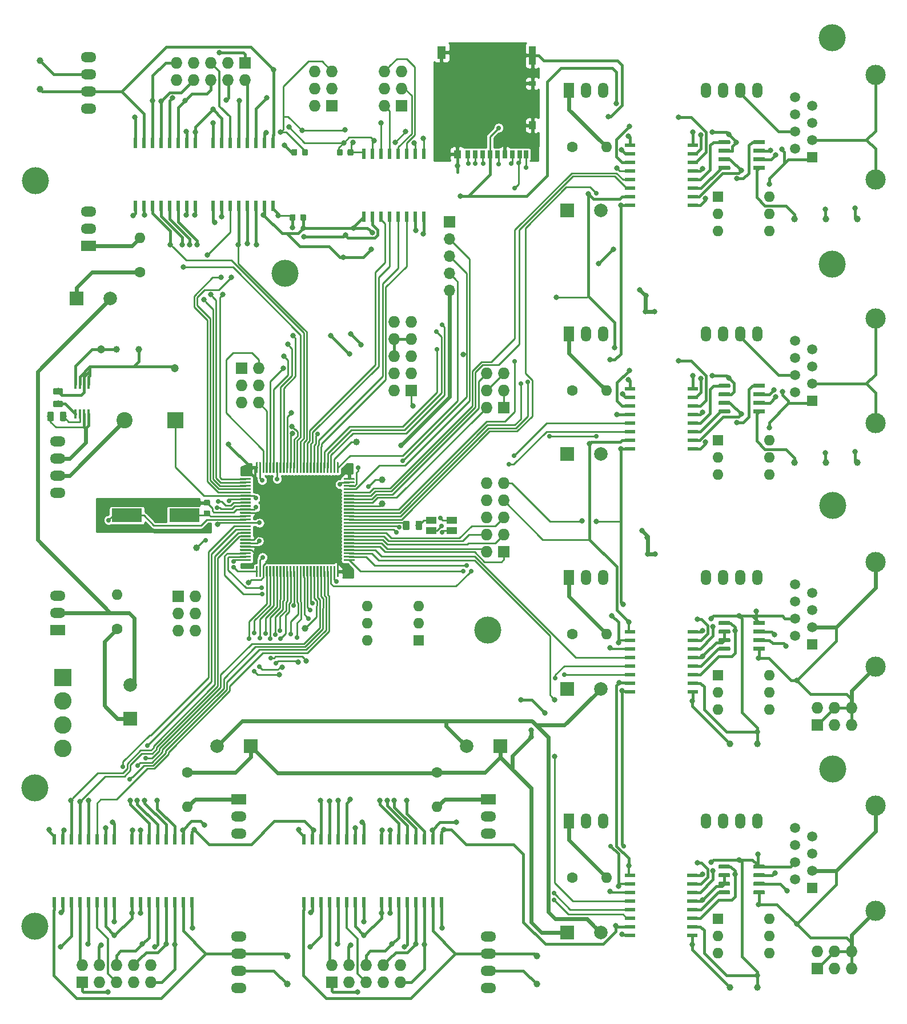
<source format=gbr>
G04 #@! TF.GenerationSoftware,KiCad,Pcbnew,(5.1.0)-1*
G04 #@! TF.CreationDate,2020-04-23T00:51:15+08:00*
G04 #@! TF.ProjectId,main_plat,6d61696e-5f70-46c6-9174-2e6b69636164,rev?*
G04 #@! TF.SameCoordinates,Original*
G04 #@! TF.FileFunction,Copper,L1,Top*
G04 #@! TF.FilePolarity,Positive*
%FSLAX46Y46*%
G04 Gerber Fmt 4.6, Leading zero omitted, Abs format (unit mm)*
G04 Created by KiCad (PCBNEW (5.1.0)-1) date 2020-04-23 00:51:15*
%MOMM*%
%LPD*%
G04 APERTURE LIST*
%ADD10O,2.300000X1.500000*%
%ADD11R,2.300000X1.500000*%
%ADD12O,1.727200X1.727200*%
%ADD13R,1.727200X1.727200*%
%ADD14R,4.500000X2.000000*%
%ADD15C,2.000000*%
%ADD16R,2.000000X2.000000*%
%ADD17C,1.000000*%
%ADD18R,0.600000X1.500000*%
%ADD19O,1.600000X1.600000*%
%ADD20C,1.600000*%
%ADD21C,0.100000*%
%ADD22C,0.600000*%
%ADD23R,1.500000X0.600000*%
%ADD24R,1.600000X1.600000*%
%ADD25O,1.500000X2.300000*%
%ADD26R,1.500000X2.300000*%
%ADD27C,1.500000*%
%ADD28C,3.000000*%
%ADD29R,1.500000X1.500000*%
%ADD30C,0.975000*%
%ADD31C,2.400000*%
%ADD32R,2.400000X2.400000*%
%ADD33R,1.500000X1.100000*%
%ADD34C,2.600000*%
%ADD35R,2.600000X2.600000*%
%ADD36R,1.300000X1.900000*%
%ADD37R,1.000000X2.800000*%
%ADD38R,1.000000X0.800000*%
%ADD39R,1.000000X1.200000*%
%ADD40R,0.700000X1.200000*%
%ADD41O,1.700000X1.700000*%
%ADD42R,1.700000X1.700000*%
%ADD43R,0.450000X1.450000*%
%ADD44C,0.300000*%
%ADD45C,0.875000*%
%ADD46C,4.000000*%
%ADD47C,0.800000*%
%ADD48C,0.700000*%
%ADD49C,1.200000*%
%ADD50C,0.600000*%
%ADD51C,0.400000*%
%ADD52C,0.300000*%
%ADD53C,0.250000*%
%ADD54C,0.254000*%
G04 APERTURE END LIST*
D10*
X238480000Y-63620000D03*
X238480000Y-66160000D03*
X238480000Y-68700000D03*
X238480000Y-71240000D03*
X238480000Y-86480000D03*
X238480000Y-89020000D03*
D11*
X238480000Y-91560000D03*
D12*
X263652000Y-114808000D03*
X261112000Y-114808000D03*
X263652000Y-112268000D03*
X261112000Y-112268000D03*
X263652000Y-109728000D03*
D13*
X261112000Y-109728000D03*
D12*
X254330000Y-148550000D03*
X251790000Y-148550000D03*
X254330000Y-146010000D03*
X251790000Y-146010000D03*
X254330000Y-143470000D03*
D13*
X251790000Y-143470000D03*
D14*
X244150000Y-131500000D03*
X252650000Y-131500000D03*
D15*
X241680000Y-99380000D03*
D16*
X236680000Y-99380000D03*
D17*
X231280000Y-68380000D03*
D18*
X245435000Y-76330000D03*
X246705000Y-76330000D03*
X247975000Y-76330000D03*
X249245000Y-76330000D03*
X250515000Y-76330000D03*
X251785000Y-76330000D03*
X253055000Y-76330000D03*
X254325000Y-76330000D03*
X254325000Y-85630000D03*
X253055000Y-85630000D03*
X251785000Y-85630000D03*
X250515000Y-85630000D03*
X249245000Y-85630000D03*
X247975000Y-85630000D03*
X246705000Y-85630000D03*
X245435000Y-85630000D03*
D19*
X246080000Y-90400000D03*
D20*
X246080000Y-95480000D03*
D12*
X251520000Y-67020000D03*
X251520000Y-64480000D03*
X254060000Y-67020000D03*
X254060000Y-64480000D03*
X256600000Y-67020000D03*
X256600000Y-64480000D03*
X259140000Y-67020000D03*
X259140000Y-64480000D03*
X261680000Y-67020000D03*
D13*
X261680000Y-64480000D03*
D18*
X256935000Y-76330000D03*
X258205000Y-76330000D03*
X259475000Y-76330000D03*
X260745000Y-76330000D03*
X262015000Y-76330000D03*
X263285000Y-76330000D03*
X264555000Y-76330000D03*
X265825000Y-76330000D03*
X265825000Y-85630000D03*
X264555000Y-85630000D03*
X263285000Y-85630000D03*
X262015000Y-85630000D03*
X260745000Y-85630000D03*
X259475000Y-85630000D03*
X258205000Y-85630000D03*
X256935000Y-85630000D03*
D17*
X231280000Y-64180000D03*
D18*
X253745000Y-188750000D03*
X252475000Y-188750000D03*
X251205000Y-188750000D03*
X249935000Y-188750000D03*
X248665000Y-188750000D03*
X247395000Y-188750000D03*
X246125000Y-188750000D03*
X244855000Y-188750000D03*
X244855000Y-179450000D03*
X246125000Y-179450000D03*
X247395000Y-179450000D03*
X248665000Y-179450000D03*
X249935000Y-179450000D03*
X251205000Y-179450000D03*
X252475000Y-179450000D03*
X253745000Y-179450000D03*
X242245000Y-188750000D03*
X240975000Y-188750000D03*
X239705000Y-188750000D03*
X238435000Y-188750000D03*
X237165000Y-188750000D03*
X235895000Y-188750000D03*
X234625000Y-188750000D03*
X233355000Y-188750000D03*
X233355000Y-179450000D03*
X234625000Y-179450000D03*
X235895000Y-179450000D03*
X237165000Y-179450000D03*
X238435000Y-179450000D03*
X239705000Y-179450000D03*
X240975000Y-179450000D03*
X242245000Y-179450000D03*
D19*
X253100000Y-174680000D03*
D20*
X253100000Y-169600000D03*
D10*
X260700000Y-201460000D03*
X260700000Y-198920000D03*
X260700000Y-196380000D03*
X260700000Y-193840000D03*
X260700000Y-178600000D03*
X260700000Y-176060000D03*
D11*
X260700000Y-173520000D03*
D12*
X247660000Y-198060000D03*
X247660000Y-200600000D03*
X245120000Y-198060000D03*
X245120000Y-200600000D03*
X242580000Y-198060000D03*
X242580000Y-200600000D03*
X240040000Y-198060000D03*
X240040000Y-200600000D03*
X237500000Y-198060000D03*
D13*
X237500000Y-200600000D03*
D17*
X267900000Y-196700000D03*
X267900000Y-200900000D03*
D15*
X257500000Y-165700000D03*
D16*
X262500000Y-165700000D03*
D21*
G36*
X338599703Y-75915722D02*
G01*
X338614264Y-75917882D01*
X338628543Y-75921459D01*
X338642403Y-75926418D01*
X338655710Y-75932712D01*
X338668336Y-75940280D01*
X338680159Y-75949048D01*
X338691066Y-75958934D01*
X338700952Y-75969841D01*
X338709720Y-75981664D01*
X338717288Y-75994290D01*
X338723582Y-76007597D01*
X338728541Y-76021457D01*
X338732118Y-76035736D01*
X338734278Y-76050297D01*
X338735000Y-76065000D01*
X338735000Y-76365000D01*
X338734278Y-76379703D01*
X338732118Y-76394264D01*
X338728541Y-76408543D01*
X338723582Y-76422403D01*
X338717288Y-76435710D01*
X338709720Y-76448336D01*
X338700952Y-76460159D01*
X338691066Y-76471066D01*
X338680159Y-76480952D01*
X338668336Y-76489720D01*
X338655710Y-76497288D01*
X338642403Y-76503582D01*
X338628543Y-76508541D01*
X338614264Y-76512118D01*
X338599703Y-76514278D01*
X338585000Y-76515000D01*
X337135000Y-76515000D01*
X337120297Y-76514278D01*
X337105736Y-76512118D01*
X337091457Y-76508541D01*
X337077597Y-76503582D01*
X337064290Y-76497288D01*
X337051664Y-76489720D01*
X337039841Y-76480952D01*
X337028934Y-76471066D01*
X337019048Y-76460159D01*
X337010280Y-76448336D01*
X337002712Y-76435710D01*
X336996418Y-76422403D01*
X336991459Y-76408543D01*
X336987882Y-76394264D01*
X336985722Y-76379703D01*
X336985000Y-76365000D01*
X336985000Y-76065000D01*
X336985722Y-76050297D01*
X336987882Y-76035736D01*
X336991459Y-76021457D01*
X336996418Y-76007597D01*
X337002712Y-75994290D01*
X337010280Y-75981664D01*
X337019048Y-75969841D01*
X337028934Y-75958934D01*
X337039841Y-75949048D01*
X337051664Y-75940280D01*
X337064290Y-75932712D01*
X337077597Y-75926418D01*
X337091457Y-75921459D01*
X337105736Y-75917882D01*
X337120297Y-75915722D01*
X337135000Y-75915000D01*
X338585000Y-75915000D01*
X338599703Y-75915722D01*
X338599703Y-75915722D01*
G37*
D22*
X337860000Y-76215000D03*
D21*
G36*
X338599703Y-77185722D02*
G01*
X338614264Y-77187882D01*
X338628543Y-77191459D01*
X338642403Y-77196418D01*
X338655710Y-77202712D01*
X338668336Y-77210280D01*
X338680159Y-77219048D01*
X338691066Y-77228934D01*
X338700952Y-77239841D01*
X338709720Y-77251664D01*
X338717288Y-77264290D01*
X338723582Y-77277597D01*
X338728541Y-77291457D01*
X338732118Y-77305736D01*
X338734278Y-77320297D01*
X338735000Y-77335000D01*
X338735000Y-77635000D01*
X338734278Y-77649703D01*
X338732118Y-77664264D01*
X338728541Y-77678543D01*
X338723582Y-77692403D01*
X338717288Y-77705710D01*
X338709720Y-77718336D01*
X338700952Y-77730159D01*
X338691066Y-77741066D01*
X338680159Y-77750952D01*
X338668336Y-77759720D01*
X338655710Y-77767288D01*
X338642403Y-77773582D01*
X338628543Y-77778541D01*
X338614264Y-77782118D01*
X338599703Y-77784278D01*
X338585000Y-77785000D01*
X337135000Y-77785000D01*
X337120297Y-77784278D01*
X337105736Y-77782118D01*
X337091457Y-77778541D01*
X337077597Y-77773582D01*
X337064290Y-77767288D01*
X337051664Y-77759720D01*
X337039841Y-77750952D01*
X337028934Y-77741066D01*
X337019048Y-77730159D01*
X337010280Y-77718336D01*
X337002712Y-77705710D01*
X336996418Y-77692403D01*
X336991459Y-77678543D01*
X336987882Y-77664264D01*
X336985722Y-77649703D01*
X336985000Y-77635000D01*
X336985000Y-77335000D01*
X336985722Y-77320297D01*
X336987882Y-77305736D01*
X336991459Y-77291457D01*
X336996418Y-77277597D01*
X337002712Y-77264290D01*
X337010280Y-77251664D01*
X337019048Y-77239841D01*
X337028934Y-77228934D01*
X337039841Y-77219048D01*
X337051664Y-77210280D01*
X337064290Y-77202712D01*
X337077597Y-77196418D01*
X337091457Y-77191459D01*
X337105736Y-77187882D01*
X337120297Y-77185722D01*
X337135000Y-77185000D01*
X338585000Y-77185000D01*
X338599703Y-77185722D01*
X338599703Y-77185722D01*
G37*
D22*
X337860000Y-77485000D03*
D21*
G36*
X338599703Y-78455722D02*
G01*
X338614264Y-78457882D01*
X338628543Y-78461459D01*
X338642403Y-78466418D01*
X338655710Y-78472712D01*
X338668336Y-78480280D01*
X338680159Y-78489048D01*
X338691066Y-78498934D01*
X338700952Y-78509841D01*
X338709720Y-78521664D01*
X338717288Y-78534290D01*
X338723582Y-78547597D01*
X338728541Y-78561457D01*
X338732118Y-78575736D01*
X338734278Y-78590297D01*
X338735000Y-78605000D01*
X338735000Y-78905000D01*
X338734278Y-78919703D01*
X338732118Y-78934264D01*
X338728541Y-78948543D01*
X338723582Y-78962403D01*
X338717288Y-78975710D01*
X338709720Y-78988336D01*
X338700952Y-79000159D01*
X338691066Y-79011066D01*
X338680159Y-79020952D01*
X338668336Y-79029720D01*
X338655710Y-79037288D01*
X338642403Y-79043582D01*
X338628543Y-79048541D01*
X338614264Y-79052118D01*
X338599703Y-79054278D01*
X338585000Y-79055000D01*
X337135000Y-79055000D01*
X337120297Y-79054278D01*
X337105736Y-79052118D01*
X337091457Y-79048541D01*
X337077597Y-79043582D01*
X337064290Y-79037288D01*
X337051664Y-79029720D01*
X337039841Y-79020952D01*
X337028934Y-79011066D01*
X337019048Y-79000159D01*
X337010280Y-78988336D01*
X337002712Y-78975710D01*
X336996418Y-78962403D01*
X336991459Y-78948543D01*
X336987882Y-78934264D01*
X336985722Y-78919703D01*
X336985000Y-78905000D01*
X336985000Y-78605000D01*
X336985722Y-78590297D01*
X336987882Y-78575736D01*
X336991459Y-78561457D01*
X336996418Y-78547597D01*
X337002712Y-78534290D01*
X337010280Y-78521664D01*
X337019048Y-78509841D01*
X337028934Y-78498934D01*
X337039841Y-78489048D01*
X337051664Y-78480280D01*
X337064290Y-78472712D01*
X337077597Y-78466418D01*
X337091457Y-78461459D01*
X337105736Y-78457882D01*
X337120297Y-78455722D01*
X337135000Y-78455000D01*
X338585000Y-78455000D01*
X338599703Y-78455722D01*
X338599703Y-78455722D01*
G37*
D22*
X337860000Y-78755000D03*
D21*
G36*
X338599703Y-79725722D02*
G01*
X338614264Y-79727882D01*
X338628543Y-79731459D01*
X338642403Y-79736418D01*
X338655710Y-79742712D01*
X338668336Y-79750280D01*
X338680159Y-79759048D01*
X338691066Y-79768934D01*
X338700952Y-79779841D01*
X338709720Y-79791664D01*
X338717288Y-79804290D01*
X338723582Y-79817597D01*
X338728541Y-79831457D01*
X338732118Y-79845736D01*
X338734278Y-79860297D01*
X338735000Y-79875000D01*
X338735000Y-80175000D01*
X338734278Y-80189703D01*
X338732118Y-80204264D01*
X338728541Y-80218543D01*
X338723582Y-80232403D01*
X338717288Y-80245710D01*
X338709720Y-80258336D01*
X338700952Y-80270159D01*
X338691066Y-80281066D01*
X338680159Y-80290952D01*
X338668336Y-80299720D01*
X338655710Y-80307288D01*
X338642403Y-80313582D01*
X338628543Y-80318541D01*
X338614264Y-80322118D01*
X338599703Y-80324278D01*
X338585000Y-80325000D01*
X337135000Y-80325000D01*
X337120297Y-80324278D01*
X337105736Y-80322118D01*
X337091457Y-80318541D01*
X337077597Y-80313582D01*
X337064290Y-80307288D01*
X337051664Y-80299720D01*
X337039841Y-80290952D01*
X337028934Y-80281066D01*
X337019048Y-80270159D01*
X337010280Y-80258336D01*
X337002712Y-80245710D01*
X336996418Y-80232403D01*
X336991459Y-80218543D01*
X336987882Y-80204264D01*
X336985722Y-80189703D01*
X336985000Y-80175000D01*
X336985000Y-79875000D01*
X336985722Y-79860297D01*
X336987882Y-79845736D01*
X336991459Y-79831457D01*
X336996418Y-79817597D01*
X337002712Y-79804290D01*
X337010280Y-79791664D01*
X337019048Y-79779841D01*
X337028934Y-79768934D01*
X337039841Y-79759048D01*
X337051664Y-79750280D01*
X337064290Y-79742712D01*
X337077597Y-79736418D01*
X337091457Y-79731459D01*
X337105736Y-79727882D01*
X337120297Y-79725722D01*
X337135000Y-79725000D01*
X338585000Y-79725000D01*
X338599703Y-79725722D01*
X338599703Y-79725722D01*
G37*
D22*
X337860000Y-80025000D03*
D21*
G36*
X333449703Y-79725722D02*
G01*
X333464264Y-79727882D01*
X333478543Y-79731459D01*
X333492403Y-79736418D01*
X333505710Y-79742712D01*
X333518336Y-79750280D01*
X333530159Y-79759048D01*
X333541066Y-79768934D01*
X333550952Y-79779841D01*
X333559720Y-79791664D01*
X333567288Y-79804290D01*
X333573582Y-79817597D01*
X333578541Y-79831457D01*
X333582118Y-79845736D01*
X333584278Y-79860297D01*
X333585000Y-79875000D01*
X333585000Y-80175000D01*
X333584278Y-80189703D01*
X333582118Y-80204264D01*
X333578541Y-80218543D01*
X333573582Y-80232403D01*
X333567288Y-80245710D01*
X333559720Y-80258336D01*
X333550952Y-80270159D01*
X333541066Y-80281066D01*
X333530159Y-80290952D01*
X333518336Y-80299720D01*
X333505710Y-80307288D01*
X333492403Y-80313582D01*
X333478543Y-80318541D01*
X333464264Y-80322118D01*
X333449703Y-80324278D01*
X333435000Y-80325000D01*
X331985000Y-80325000D01*
X331970297Y-80324278D01*
X331955736Y-80322118D01*
X331941457Y-80318541D01*
X331927597Y-80313582D01*
X331914290Y-80307288D01*
X331901664Y-80299720D01*
X331889841Y-80290952D01*
X331878934Y-80281066D01*
X331869048Y-80270159D01*
X331860280Y-80258336D01*
X331852712Y-80245710D01*
X331846418Y-80232403D01*
X331841459Y-80218543D01*
X331837882Y-80204264D01*
X331835722Y-80189703D01*
X331835000Y-80175000D01*
X331835000Y-79875000D01*
X331835722Y-79860297D01*
X331837882Y-79845736D01*
X331841459Y-79831457D01*
X331846418Y-79817597D01*
X331852712Y-79804290D01*
X331860280Y-79791664D01*
X331869048Y-79779841D01*
X331878934Y-79768934D01*
X331889841Y-79759048D01*
X331901664Y-79750280D01*
X331914290Y-79742712D01*
X331927597Y-79736418D01*
X331941457Y-79731459D01*
X331955736Y-79727882D01*
X331970297Y-79725722D01*
X331985000Y-79725000D01*
X333435000Y-79725000D01*
X333449703Y-79725722D01*
X333449703Y-79725722D01*
G37*
D22*
X332710000Y-80025000D03*
D21*
G36*
X333449703Y-78455722D02*
G01*
X333464264Y-78457882D01*
X333478543Y-78461459D01*
X333492403Y-78466418D01*
X333505710Y-78472712D01*
X333518336Y-78480280D01*
X333530159Y-78489048D01*
X333541066Y-78498934D01*
X333550952Y-78509841D01*
X333559720Y-78521664D01*
X333567288Y-78534290D01*
X333573582Y-78547597D01*
X333578541Y-78561457D01*
X333582118Y-78575736D01*
X333584278Y-78590297D01*
X333585000Y-78605000D01*
X333585000Y-78905000D01*
X333584278Y-78919703D01*
X333582118Y-78934264D01*
X333578541Y-78948543D01*
X333573582Y-78962403D01*
X333567288Y-78975710D01*
X333559720Y-78988336D01*
X333550952Y-79000159D01*
X333541066Y-79011066D01*
X333530159Y-79020952D01*
X333518336Y-79029720D01*
X333505710Y-79037288D01*
X333492403Y-79043582D01*
X333478543Y-79048541D01*
X333464264Y-79052118D01*
X333449703Y-79054278D01*
X333435000Y-79055000D01*
X331985000Y-79055000D01*
X331970297Y-79054278D01*
X331955736Y-79052118D01*
X331941457Y-79048541D01*
X331927597Y-79043582D01*
X331914290Y-79037288D01*
X331901664Y-79029720D01*
X331889841Y-79020952D01*
X331878934Y-79011066D01*
X331869048Y-79000159D01*
X331860280Y-78988336D01*
X331852712Y-78975710D01*
X331846418Y-78962403D01*
X331841459Y-78948543D01*
X331837882Y-78934264D01*
X331835722Y-78919703D01*
X331835000Y-78905000D01*
X331835000Y-78605000D01*
X331835722Y-78590297D01*
X331837882Y-78575736D01*
X331841459Y-78561457D01*
X331846418Y-78547597D01*
X331852712Y-78534290D01*
X331860280Y-78521664D01*
X331869048Y-78509841D01*
X331878934Y-78498934D01*
X331889841Y-78489048D01*
X331901664Y-78480280D01*
X331914290Y-78472712D01*
X331927597Y-78466418D01*
X331941457Y-78461459D01*
X331955736Y-78457882D01*
X331970297Y-78455722D01*
X331985000Y-78455000D01*
X333435000Y-78455000D01*
X333449703Y-78455722D01*
X333449703Y-78455722D01*
G37*
D22*
X332710000Y-78755000D03*
D21*
G36*
X333449703Y-77185722D02*
G01*
X333464264Y-77187882D01*
X333478543Y-77191459D01*
X333492403Y-77196418D01*
X333505710Y-77202712D01*
X333518336Y-77210280D01*
X333530159Y-77219048D01*
X333541066Y-77228934D01*
X333550952Y-77239841D01*
X333559720Y-77251664D01*
X333567288Y-77264290D01*
X333573582Y-77277597D01*
X333578541Y-77291457D01*
X333582118Y-77305736D01*
X333584278Y-77320297D01*
X333585000Y-77335000D01*
X333585000Y-77635000D01*
X333584278Y-77649703D01*
X333582118Y-77664264D01*
X333578541Y-77678543D01*
X333573582Y-77692403D01*
X333567288Y-77705710D01*
X333559720Y-77718336D01*
X333550952Y-77730159D01*
X333541066Y-77741066D01*
X333530159Y-77750952D01*
X333518336Y-77759720D01*
X333505710Y-77767288D01*
X333492403Y-77773582D01*
X333478543Y-77778541D01*
X333464264Y-77782118D01*
X333449703Y-77784278D01*
X333435000Y-77785000D01*
X331985000Y-77785000D01*
X331970297Y-77784278D01*
X331955736Y-77782118D01*
X331941457Y-77778541D01*
X331927597Y-77773582D01*
X331914290Y-77767288D01*
X331901664Y-77759720D01*
X331889841Y-77750952D01*
X331878934Y-77741066D01*
X331869048Y-77730159D01*
X331860280Y-77718336D01*
X331852712Y-77705710D01*
X331846418Y-77692403D01*
X331841459Y-77678543D01*
X331837882Y-77664264D01*
X331835722Y-77649703D01*
X331835000Y-77635000D01*
X331835000Y-77335000D01*
X331835722Y-77320297D01*
X331837882Y-77305736D01*
X331841459Y-77291457D01*
X331846418Y-77277597D01*
X331852712Y-77264290D01*
X331860280Y-77251664D01*
X331869048Y-77239841D01*
X331878934Y-77228934D01*
X331889841Y-77219048D01*
X331901664Y-77210280D01*
X331914290Y-77202712D01*
X331927597Y-77196418D01*
X331941457Y-77191459D01*
X331955736Y-77187882D01*
X331970297Y-77185722D01*
X331985000Y-77185000D01*
X333435000Y-77185000D01*
X333449703Y-77185722D01*
X333449703Y-77185722D01*
G37*
D22*
X332710000Y-77485000D03*
D21*
G36*
X333449703Y-75915722D02*
G01*
X333464264Y-75917882D01*
X333478543Y-75921459D01*
X333492403Y-75926418D01*
X333505710Y-75932712D01*
X333518336Y-75940280D01*
X333530159Y-75949048D01*
X333541066Y-75958934D01*
X333550952Y-75969841D01*
X333559720Y-75981664D01*
X333567288Y-75994290D01*
X333573582Y-76007597D01*
X333578541Y-76021457D01*
X333582118Y-76035736D01*
X333584278Y-76050297D01*
X333585000Y-76065000D01*
X333585000Y-76365000D01*
X333584278Y-76379703D01*
X333582118Y-76394264D01*
X333578541Y-76408543D01*
X333573582Y-76422403D01*
X333567288Y-76435710D01*
X333559720Y-76448336D01*
X333550952Y-76460159D01*
X333541066Y-76471066D01*
X333530159Y-76480952D01*
X333518336Y-76489720D01*
X333505710Y-76497288D01*
X333492403Y-76503582D01*
X333478543Y-76508541D01*
X333464264Y-76512118D01*
X333449703Y-76514278D01*
X333435000Y-76515000D01*
X331985000Y-76515000D01*
X331970297Y-76514278D01*
X331955736Y-76512118D01*
X331941457Y-76508541D01*
X331927597Y-76503582D01*
X331914290Y-76497288D01*
X331901664Y-76489720D01*
X331889841Y-76480952D01*
X331878934Y-76471066D01*
X331869048Y-76460159D01*
X331860280Y-76448336D01*
X331852712Y-76435710D01*
X331846418Y-76422403D01*
X331841459Y-76408543D01*
X331837882Y-76394264D01*
X331835722Y-76379703D01*
X331835000Y-76365000D01*
X331835000Y-76065000D01*
X331835722Y-76050297D01*
X331837882Y-76035736D01*
X331841459Y-76021457D01*
X331846418Y-76007597D01*
X331852712Y-75994290D01*
X331860280Y-75981664D01*
X331869048Y-75969841D01*
X331878934Y-75958934D01*
X331889841Y-75949048D01*
X331901664Y-75940280D01*
X331914290Y-75932712D01*
X331927597Y-75926418D01*
X331941457Y-75921459D01*
X331955736Y-75917882D01*
X331970297Y-75915722D01*
X331985000Y-75915000D01*
X333435000Y-75915000D01*
X333449703Y-75915722D01*
X333449703Y-75915722D01*
G37*
D22*
X332710000Y-76215000D03*
D17*
X347750000Y-87620000D03*
X352400000Y-87620000D03*
X343100000Y-87620000D03*
D23*
X327997000Y-76675000D03*
X327997000Y-77945000D03*
X327997000Y-79215000D03*
X327997000Y-80485000D03*
X327997000Y-81755000D03*
X327997000Y-83025000D03*
X327997000Y-84295000D03*
X327997000Y-85565000D03*
X318697000Y-85565000D03*
X318697000Y-84295000D03*
X318697000Y-83025000D03*
X318697000Y-81755000D03*
X318697000Y-80485000D03*
X318697000Y-79215000D03*
X318697000Y-77945000D03*
X318697000Y-76675000D03*
D19*
X339349000Y-84320000D03*
X331729000Y-89400000D03*
X339349000Y-86860000D03*
X331729000Y-86860000D03*
X339349000Y-89400000D03*
D24*
X331729000Y-84320000D03*
D25*
X337640000Y-68576000D03*
X335100000Y-68576000D03*
X332560000Y-68576000D03*
X330020000Y-68576000D03*
X314780000Y-68576000D03*
X312240000Y-68576000D03*
D26*
X309700000Y-68576000D03*
D19*
X315219000Y-76920000D03*
D20*
X310139000Y-76920000D03*
D27*
X343159000Y-72097000D03*
X343159000Y-69557000D03*
D28*
X355099000Y-81772000D03*
D27*
X343159000Y-77177000D03*
D29*
X345699000Y-78447000D03*
D27*
X345699000Y-70827000D03*
X343159000Y-74637000D03*
X345699000Y-73367000D03*
X345699000Y-75907000D03*
D28*
X355099000Y-66232000D03*
D15*
X314377000Y-86320000D03*
D16*
X309377000Y-86320000D03*
D19*
X339349000Y-155179000D03*
X331729000Y-160259000D03*
X339349000Y-157719000D03*
X331729000Y-157719000D03*
X339349000Y-160259000D03*
D24*
X331729000Y-155179000D03*
D17*
X333507000Y-165339000D03*
D21*
G36*
X338599703Y-147132722D02*
G01*
X338614264Y-147134882D01*
X338628543Y-147138459D01*
X338642403Y-147143418D01*
X338655710Y-147149712D01*
X338668336Y-147157280D01*
X338680159Y-147166048D01*
X338691066Y-147175934D01*
X338700952Y-147186841D01*
X338709720Y-147198664D01*
X338717288Y-147211290D01*
X338723582Y-147224597D01*
X338728541Y-147238457D01*
X338732118Y-147252736D01*
X338734278Y-147267297D01*
X338735000Y-147282000D01*
X338735000Y-147582000D01*
X338734278Y-147596703D01*
X338732118Y-147611264D01*
X338728541Y-147625543D01*
X338723582Y-147639403D01*
X338717288Y-147652710D01*
X338709720Y-147665336D01*
X338700952Y-147677159D01*
X338691066Y-147688066D01*
X338680159Y-147697952D01*
X338668336Y-147706720D01*
X338655710Y-147714288D01*
X338642403Y-147720582D01*
X338628543Y-147725541D01*
X338614264Y-147729118D01*
X338599703Y-147731278D01*
X338585000Y-147732000D01*
X337135000Y-147732000D01*
X337120297Y-147731278D01*
X337105736Y-147729118D01*
X337091457Y-147725541D01*
X337077597Y-147720582D01*
X337064290Y-147714288D01*
X337051664Y-147706720D01*
X337039841Y-147697952D01*
X337028934Y-147688066D01*
X337019048Y-147677159D01*
X337010280Y-147665336D01*
X337002712Y-147652710D01*
X336996418Y-147639403D01*
X336991459Y-147625543D01*
X336987882Y-147611264D01*
X336985722Y-147596703D01*
X336985000Y-147582000D01*
X336985000Y-147282000D01*
X336985722Y-147267297D01*
X336987882Y-147252736D01*
X336991459Y-147238457D01*
X336996418Y-147224597D01*
X337002712Y-147211290D01*
X337010280Y-147198664D01*
X337019048Y-147186841D01*
X337028934Y-147175934D01*
X337039841Y-147166048D01*
X337051664Y-147157280D01*
X337064290Y-147149712D01*
X337077597Y-147143418D01*
X337091457Y-147138459D01*
X337105736Y-147134882D01*
X337120297Y-147132722D01*
X337135000Y-147132000D01*
X338585000Y-147132000D01*
X338599703Y-147132722D01*
X338599703Y-147132722D01*
G37*
D22*
X337860000Y-147432000D03*
D21*
G36*
X338599703Y-148402722D02*
G01*
X338614264Y-148404882D01*
X338628543Y-148408459D01*
X338642403Y-148413418D01*
X338655710Y-148419712D01*
X338668336Y-148427280D01*
X338680159Y-148436048D01*
X338691066Y-148445934D01*
X338700952Y-148456841D01*
X338709720Y-148468664D01*
X338717288Y-148481290D01*
X338723582Y-148494597D01*
X338728541Y-148508457D01*
X338732118Y-148522736D01*
X338734278Y-148537297D01*
X338735000Y-148552000D01*
X338735000Y-148852000D01*
X338734278Y-148866703D01*
X338732118Y-148881264D01*
X338728541Y-148895543D01*
X338723582Y-148909403D01*
X338717288Y-148922710D01*
X338709720Y-148935336D01*
X338700952Y-148947159D01*
X338691066Y-148958066D01*
X338680159Y-148967952D01*
X338668336Y-148976720D01*
X338655710Y-148984288D01*
X338642403Y-148990582D01*
X338628543Y-148995541D01*
X338614264Y-148999118D01*
X338599703Y-149001278D01*
X338585000Y-149002000D01*
X337135000Y-149002000D01*
X337120297Y-149001278D01*
X337105736Y-148999118D01*
X337091457Y-148995541D01*
X337077597Y-148990582D01*
X337064290Y-148984288D01*
X337051664Y-148976720D01*
X337039841Y-148967952D01*
X337028934Y-148958066D01*
X337019048Y-148947159D01*
X337010280Y-148935336D01*
X337002712Y-148922710D01*
X336996418Y-148909403D01*
X336991459Y-148895543D01*
X336987882Y-148881264D01*
X336985722Y-148866703D01*
X336985000Y-148852000D01*
X336985000Y-148552000D01*
X336985722Y-148537297D01*
X336987882Y-148522736D01*
X336991459Y-148508457D01*
X336996418Y-148494597D01*
X337002712Y-148481290D01*
X337010280Y-148468664D01*
X337019048Y-148456841D01*
X337028934Y-148445934D01*
X337039841Y-148436048D01*
X337051664Y-148427280D01*
X337064290Y-148419712D01*
X337077597Y-148413418D01*
X337091457Y-148408459D01*
X337105736Y-148404882D01*
X337120297Y-148402722D01*
X337135000Y-148402000D01*
X338585000Y-148402000D01*
X338599703Y-148402722D01*
X338599703Y-148402722D01*
G37*
D22*
X337860000Y-148702000D03*
D21*
G36*
X338599703Y-149672722D02*
G01*
X338614264Y-149674882D01*
X338628543Y-149678459D01*
X338642403Y-149683418D01*
X338655710Y-149689712D01*
X338668336Y-149697280D01*
X338680159Y-149706048D01*
X338691066Y-149715934D01*
X338700952Y-149726841D01*
X338709720Y-149738664D01*
X338717288Y-149751290D01*
X338723582Y-149764597D01*
X338728541Y-149778457D01*
X338732118Y-149792736D01*
X338734278Y-149807297D01*
X338735000Y-149822000D01*
X338735000Y-150122000D01*
X338734278Y-150136703D01*
X338732118Y-150151264D01*
X338728541Y-150165543D01*
X338723582Y-150179403D01*
X338717288Y-150192710D01*
X338709720Y-150205336D01*
X338700952Y-150217159D01*
X338691066Y-150228066D01*
X338680159Y-150237952D01*
X338668336Y-150246720D01*
X338655710Y-150254288D01*
X338642403Y-150260582D01*
X338628543Y-150265541D01*
X338614264Y-150269118D01*
X338599703Y-150271278D01*
X338585000Y-150272000D01*
X337135000Y-150272000D01*
X337120297Y-150271278D01*
X337105736Y-150269118D01*
X337091457Y-150265541D01*
X337077597Y-150260582D01*
X337064290Y-150254288D01*
X337051664Y-150246720D01*
X337039841Y-150237952D01*
X337028934Y-150228066D01*
X337019048Y-150217159D01*
X337010280Y-150205336D01*
X337002712Y-150192710D01*
X336996418Y-150179403D01*
X336991459Y-150165543D01*
X336987882Y-150151264D01*
X336985722Y-150136703D01*
X336985000Y-150122000D01*
X336985000Y-149822000D01*
X336985722Y-149807297D01*
X336987882Y-149792736D01*
X336991459Y-149778457D01*
X336996418Y-149764597D01*
X337002712Y-149751290D01*
X337010280Y-149738664D01*
X337019048Y-149726841D01*
X337028934Y-149715934D01*
X337039841Y-149706048D01*
X337051664Y-149697280D01*
X337064290Y-149689712D01*
X337077597Y-149683418D01*
X337091457Y-149678459D01*
X337105736Y-149674882D01*
X337120297Y-149672722D01*
X337135000Y-149672000D01*
X338585000Y-149672000D01*
X338599703Y-149672722D01*
X338599703Y-149672722D01*
G37*
D22*
X337860000Y-149972000D03*
D21*
G36*
X338599703Y-150942722D02*
G01*
X338614264Y-150944882D01*
X338628543Y-150948459D01*
X338642403Y-150953418D01*
X338655710Y-150959712D01*
X338668336Y-150967280D01*
X338680159Y-150976048D01*
X338691066Y-150985934D01*
X338700952Y-150996841D01*
X338709720Y-151008664D01*
X338717288Y-151021290D01*
X338723582Y-151034597D01*
X338728541Y-151048457D01*
X338732118Y-151062736D01*
X338734278Y-151077297D01*
X338735000Y-151092000D01*
X338735000Y-151392000D01*
X338734278Y-151406703D01*
X338732118Y-151421264D01*
X338728541Y-151435543D01*
X338723582Y-151449403D01*
X338717288Y-151462710D01*
X338709720Y-151475336D01*
X338700952Y-151487159D01*
X338691066Y-151498066D01*
X338680159Y-151507952D01*
X338668336Y-151516720D01*
X338655710Y-151524288D01*
X338642403Y-151530582D01*
X338628543Y-151535541D01*
X338614264Y-151539118D01*
X338599703Y-151541278D01*
X338585000Y-151542000D01*
X337135000Y-151542000D01*
X337120297Y-151541278D01*
X337105736Y-151539118D01*
X337091457Y-151535541D01*
X337077597Y-151530582D01*
X337064290Y-151524288D01*
X337051664Y-151516720D01*
X337039841Y-151507952D01*
X337028934Y-151498066D01*
X337019048Y-151487159D01*
X337010280Y-151475336D01*
X337002712Y-151462710D01*
X336996418Y-151449403D01*
X336991459Y-151435543D01*
X336987882Y-151421264D01*
X336985722Y-151406703D01*
X336985000Y-151392000D01*
X336985000Y-151092000D01*
X336985722Y-151077297D01*
X336987882Y-151062736D01*
X336991459Y-151048457D01*
X336996418Y-151034597D01*
X337002712Y-151021290D01*
X337010280Y-151008664D01*
X337019048Y-150996841D01*
X337028934Y-150985934D01*
X337039841Y-150976048D01*
X337051664Y-150967280D01*
X337064290Y-150959712D01*
X337077597Y-150953418D01*
X337091457Y-150948459D01*
X337105736Y-150944882D01*
X337120297Y-150942722D01*
X337135000Y-150942000D01*
X338585000Y-150942000D01*
X338599703Y-150942722D01*
X338599703Y-150942722D01*
G37*
D22*
X337860000Y-151242000D03*
D21*
G36*
X333449703Y-150942722D02*
G01*
X333464264Y-150944882D01*
X333478543Y-150948459D01*
X333492403Y-150953418D01*
X333505710Y-150959712D01*
X333518336Y-150967280D01*
X333530159Y-150976048D01*
X333541066Y-150985934D01*
X333550952Y-150996841D01*
X333559720Y-151008664D01*
X333567288Y-151021290D01*
X333573582Y-151034597D01*
X333578541Y-151048457D01*
X333582118Y-151062736D01*
X333584278Y-151077297D01*
X333585000Y-151092000D01*
X333585000Y-151392000D01*
X333584278Y-151406703D01*
X333582118Y-151421264D01*
X333578541Y-151435543D01*
X333573582Y-151449403D01*
X333567288Y-151462710D01*
X333559720Y-151475336D01*
X333550952Y-151487159D01*
X333541066Y-151498066D01*
X333530159Y-151507952D01*
X333518336Y-151516720D01*
X333505710Y-151524288D01*
X333492403Y-151530582D01*
X333478543Y-151535541D01*
X333464264Y-151539118D01*
X333449703Y-151541278D01*
X333435000Y-151542000D01*
X331985000Y-151542000D01*
X331970297Y-151541278D01*
X331955736Y-151539118D01*
X331941457Y-151535541D01*
X331927597Y-151530582D01*
X331914290Y-151524288D01*
X331901664Y-151516720D01*
X331889841Y-151507952D01*
X331878934Y-151498066D01*
X331869048Y-151487159D01*
X331860280Y-151475336D01*
X331852712Y-151462710D01*
X331846418Y-151449403D01*
X331841459Y-151435543D01*
X331837882Y-151421264D01*
X331835722Y-151406703D01*
X331835000Y-151392000D01*
X331835000Y-151092000D01*
X331835722Y-151077297D01*
X331837882Y-151062736D01*
X331841459Y-151048457D01*
X331846418Y-151034597D01*
X331852712Y-151021290D01*
X331860280Y-151008664D01*
X331869048Y-150996841D01*
X331878934Y-150985934D01*
X331889841Y-150976048D01*
X331901664Y-150967280D01*
X331914290Y-150959712D01*
X331927597Y-150953418D01*
X331941457Y-150948459D01*
X331955736Y-150944882D01*
X331970297Y-150942722D01*
X331985000Y-150942000D01*
X333435000Y-150942000D01*
X333449703Y-150942722D01*
X333449703Y-150942722D01*
G37*
D22*
X332710000Y-151242000D03*
D21*
G36*
X333449703Y-149672722D02*
G01*
X333464264Y-149674882D01*
X333478543Y-149678459D01*
X333492403Y-149683418D01*
X333505710Y-149689712D01*
X333518336Y-149697280D01*
X333530159Y-149706048D01*
X333541066Y-149715934D01*
X333550952Y-149726841D01*
X333559720Y-149738664D01*
X333567288Y-149751290D01*
X333573582Y-149764597D01*
X333578541Y-149778457D01*
X333582118Y-149792736D01*
X333584278Y-149807297D01*
X333585000Y-149822000D01*
X333585000Y-150122000D01*
X333584278Y-150136703D01*
X333582118Y-150151264D01*
X333578541Y-150165543D01*
X333573582Y-150179403D01*
X333567288Y-150192710D01*
X333559720Y-150205336D01*
X333550952Y-150217159D01*
X333541066Y-150228066D01*
X333530159Y-150237952D01*
X333518336Y-150246720D01*
X333505710Y-150254288D01*
X333492403Y-150260582D01*
X333478543Y-150265541D01*
X333464264Y-150269118D01*
X333449703Y-150271278D01*
X333435000Y-150272000D01*
X331985000Y-150272000D01*
X331970297Y-150271278D01*
X331955736Y-150269118D01*
X331941457Y-150265541D01*
X331927597Y-150260582D01*
X331914290Y-150254288D01*
X331901664Y-150246720D01*
X331889841Y-150237952D01*
X331878934Y-150228066D01*
X331869048Y-150217159D01*
X331860280Y-150205336D01*
X331852712Y-150192710D01*
X331846418Y-150179403D01*
X331841459Y-150165543D01*
X331837882Y-150151264D01*
X331835722Y-150136703D01*
X331835000Y-150122000D01*
X331835000Y-149822000D01*
X331835722Y-149807297D01*
X331837882Y-149792736D01*
X331841459Y-149778457D01*
X331846418Y-149764597D01*
X331852712Y-149751290D01*
X331860280Y-149738664D01*
X331869048Y-149726841D01*
X331878934Y-149715934D01*
X331889841Y-149706048D01*
X331901664Y-149697280D01*
X331914290Y-149689712D01*
X331927597Y-149683418D01*
X331941457Y-149678459D01*
X331955736Y-149674882D01*
X331970297Y-149672722D01*
X331985000Y-149672000D01*
X333435000Y-149672000D01*
X333449703Y-149672722D01*
X333449703Y-149672722D01*
G37*
D22*
X332710000Y-149972000D03*
D21*
G36*
X333449703Y-148402722D02*
G01*
X333464264Y-148404882D01*
X333478543Y-148408459D01*
X333492403Y-148413418D01*
X333505710Y-148419712D01*
X333518336Y-148427280D01*
X333530159Y-148436048D01*
X333541066Y-148445934D01*
X333550952Y-148456841D01*
X333559720Y-148468664D01*
X333567288Y-148481290D01*
X333573582Y-148494597D01*
X333578541Y-148508457D01*
X333582118Y-148522736D01*
X333584278Y-148537297D01*
X333585000Y-148552000D01*
X333585000Y-148852000D01*
X333584278Y-148866703D01*
X333582118Y-148881264D01*
X333578541Y-148895543D01*
X333573582Y-148909403D01*
X333567288Y-148922710D01*
X333559720Y-148935336D01*
X333550952Y-148947159D01*
X333541066Y-148958066D01*
X333530159Y-148967952D01*
X333518336Y-148976720D01*
X333505710Y-148984288D01*
X333492403Y-148990582D01*
X333478543Y-148995541D01*
X333464264Y-148999118D01*
X333449703Y-149001278D01*
X333435000Y-149002000D01*
X331985000Y-149002000D01*
X331970297Y-149001278D01*
X331955736Y-148999118D01*
X331941457Y-148995541D01*
X331927597Y-148990582D01*
X331914290Y-148984288D01*
X331901664Y-148976720D01*
X331889841Y-148967952D01*
X331878934Y-148958066D01*
X331869048Y-148947159D01*
X331860280Y-148935336D01*
X331852712Y-148922710D01*
X331846418Y-148909403D01*
X331841459Y-148895543D01*
X331837882Y-148881264D01*
X331835722Y-148866703D01*
X331835000Y-148852000D01*
X331835000Y-148552000D01*
X331835722Y-148537297D01*
X331837882Y-148522736D01*
X331841459Y-148508457D01*
X331846418Y-148494597D01*
X331852712Y-148481290D01*
X331860280Y-148468664D01*
X331869048Y-148456841D01*
X331878934Y-148445934D01*
X331889841Y-148436048D01*
X331901664Y-148427280D01*
X331914290Y-148419712D01*
X331927597Y-148413418D01*
X331941457Y-148408459D01*
X331955736Y-148404882D01*
X331970297Y-148402722D01*
X331985000Y-148402000D01*
X333435000Y-148402000D01*
X333449703Y-148402722D01*
X333449703Y-148402722D01*
G37*
D22*
X332710000Y-148702000D03*
D21*
G36*
X333449703Y-147132722D02*
G01*
X333464264Y-147134882D01*
X333478543Y-147138459D01*
X333492403Y-147143418D01*
X333505710Y-147149712D01*
X333518336Y-147157280D01*
X333530159Y-147166048D01*
X333541066Y-147175934D01*
X333550952Y-147186841D01*
X333559720Y-147198664D01*
X333567288Y-147211290D01*
X333573582Y-147224597D01*
X333578541Y-147238457D01*
X333582118Y-147252736D01*
X333584278Y-147267297D01*
X333585000Y-147282000D01*
X333585000Y-147582000D01*
X333584278Y-147596703D01*
X333582118Y-147611264D01*
X333578541Y-147625543D01*
X333573582Y-147639403D01*
X333567288Y-147652710D01*
X333559720Y-147665336D01*
X333550952Y-147677159D01*
X333541066Y-147688066D01*
X333530159Y-147697952D01*
X333518336Y-147706720D01*
X333505710Y-147714288D01*
X333492403Y-147720582D01*
X333478543Y-147725541D01*
X333464264Y-147729118D01*
X333449703Y-147731278D01*
X333435000Y-147732000D01*
X331985000Y-147732000D01*
X331970297Y-147731278D01*
X331955736Y-147729118D01*
X331941457Y-147725541D01*
X331927597Y-147720582D01*
X331914290Y-147714288D01*
X331901664Y-147706720D01*
X331889841Y-147697952D01*
X331878934Y-147688066D01*
X331869048Y-147677159D01*
X331860280Y-147665336D01*
X331852712Y-147652710D01*
X331846418Y-147639403D01*
X331841459Y-147625543D01*
X331837882Y-147611264D01*
X331835722Y-147596703D01*
X331835000Y-147582000D01*
X331835000Y-147282000D01*
X331835722Y-147267297D01*
X331837882Y-147252736D01*
X331841459Y-147238457D01*
X331846418Y-147224597D01*
X331852712Y-147211290D01*
X331860280Y-147198664D01*
X331869048Y-147186841D01*
X331878934Y-147175934D01*
X331889841Y-147166048D01*
X331901664Y-147157280D01*
X331914290Y-147149712D01*
X331927597Y-147143418D01*
X331941457Y-147138459D01*
X331955736Y-147134882D01*
X331970297Y-147132722D01*
X331985000Y-147132000D01*
X333435000Y-147132000D01*
X333449703Y-147132722D01*
X333449703Y-147132722D01*
G37*
D22*
X332710000Y-147432000D03*
D17*
X337571000Y-165339000D03*
D23*
X327997000Y-148702000D03*
X327997000Y-149972000D03*
X327997000Y-151242000D03*
X327997000Y-152512000D03*
X327997000Y-153782000D03*
X327997000Y-155052000D03*
X327997000Y-156322000D03*
X327997000Y-157592000D03*
X318697000Y-157592000D03*
X318697000Y-156322000D03*
X318697000Y-155052000D03*
X318697000Y-153782000D03*
X318697000Y-152512000D03*
X318697000Y-151242000D03*
X318697000Y-149972000D03*
X318697000Y-148702000D03*
D15*
X314377000Y-157211000D03*
D16*
X309377000Y-157211000D03*
D27*
X343159000Y-144257000D03*
X343159000Y-141717000D03*
D28*
X355099000Y-153932000D03*
D27*
X343159000Y-149337000D03*
D29*
X345699000Y-150607000D03*
D27*
X345699000Y-142987000D03*
X343159000Y-146797000D03*
X345699000Y-145527000D03*
X345699000Y-148067000D03*
D28*
X355099000Y-138392000D03*
D19*
X315219000Y-149083000D03*
D20*
X310139000Y-149083000D03*
D12*
X351541000Y-160005000D03*
X351541000Y-162545000D03*
X349001000Y-160005000D03*
X349001000Y-162545000D03*
X346461000Y-160005000D03*
D13*
X346461000Y-162545000D03*
D25*
X337571000Y-140701000D03*
X335031000Y-140701000D03*
X332491000Y-140701000D03*
X329951000Y-140701000D03*
X314711000Y-140701000D03*
X312171000Y-140701000D03*
D26*
X309631000Y-140701000D03*
D25*
X337566000Y-176784000D03*
X335026000Y-176784000D03*
X332486000Y-176784000D03*
X329946000Y-176784000D03*
X314706000Y-176784000D03*
X312166000Y-176784000D03*
D26*
X309626000Y-176784000D03*
D12*
X351536000Y-196088000D03*
X351536000Y-198628000D03*
X348996000Y-196088000D03*
X348996000Y-198628000D03*
X346456000Y-196088000D03*
D13*
X346456000Y-198628000D03*
D27*
X343154000Y-180340000D03*
X343154000Y-177800000D03*
D28*
X355094000Y-190015000D03*
D27*
X343154000Y-185420000D03*
D29*
X345694000Y-186690000D03*
D27*
X345694000Y-179070000D03*
X343154000Y-182880000D03*
X345694000Y-181610000D03*
X345694000Y-184150000D03*
D28*
X355094000Y-174475000D03*
D19*
X315214000Y-185166000D03*
D20*
X310134000Y-185166000D03*
D19*
X339344000Y-191262000D03*
X331724000Y-196342000D03*
X339344000Y-193802000D03*
X331724000Y-193802000D03*
X339344000Y-196342000D03*
D24*
X331724000Y-191262000D03*
D17*
X333502000Y-201422000D03*
X337566000Y-201422000D03*
D23*
X327992000Y-184785000D03*
X327992000Y-186055000D03*
X327992000Y-187325000D03*
X327992000Y-188595000D03*
X327992000Y-189865000D03*
X327992000Y-191135000D03*
X327992000Y-192405000D03*
X327992000Y-193675000D03*
X318692000Y-193675000D03*
X318692000Y-192405000D03*
X318692000Y-191135000D03*
X318692000Y-189865000D03*
X318692000Y-188595000D03*
X318692000Y-187325000D03*
X318692000Y-186055000D03*
X318692000Y-184785000D03*
D21*
G36*
X338594703Y-183215722D02*
G01*
X338609264Y-183217882D01*
X338623543Y-183221459D01*
X338637403Y-183226418D01*
X338650710Y-183232712D01*
X338663336Y-183240280D01*
X338675159Y-183249048D01*
X338686066Y-183258934D01*
X338695952Y-183269841D01*
X338704720Y-183281664D01*
X338712288Y-183294290D01*
X338718582Y-183307597D01*
X338723541Y-183321457D01*
X338727118Y-183335736D01*
X338729278Y-183350297D01*
X338730000Y-183365000D01*
X338730000Y-183665000D01*
X338729278Y-183679703D01*
X338727118Y-183694264D01*
X338723541Y-183708543D01*
X338718582Y-183722403D01*
X338712288Y-183735710D01*
X338704720Y-183748336D01*
X338695952Y-183760159D01*
X338686066Y-183771066D01*
X338675159Y-183780952D01*
X338663336Y-183789720D01*
X338650710Y-183797288D01*
X338637403Y-183803582D01*
X338623543Y-183808541D01*
X338609264Y-183812118D01*
X338594703Y-183814278D01*
X338580000Y-183815000D01*
X337130000Y-183815000D01*
X337115297Y-183814278D01*
X337100736Y-183812118D01*
X337086457Y-183808541D01*
X337072597Y-183803582D01*
X337059290Y-183797288D01*
X337046664Y-183789720D01*
X337034841Y-183780952D01*
X337023934Y-183771066D01*
X337014048Y-183760159D01*
X337005280Y-183748336D01*
X336997712Y-183735710D01*
X336991418Y-183722403D01*
X336986459Y-183708543D01*
X336982882Y-183694264D01*
X336980722Y-183679703D01*
X336980000Y-183665000D01*
X336980000Y-183365000D01*
X336980722Y-183350297D01*
X336982882Y-183335736D01*
X336986459Y-183321457D01*
X336991418Y-183307597D01*
X336997712Y-183294290D01*
X337005280Y-183281664D01*
X337014048Y-183269841D01*
X337023934Y-183258934D01*
X337034841Y-183249048D01*
X337046664Y-183240280D01*
X337059290Y-183232712D01*
X337072597Y-183226418D01*
X337086457Y-183221459D01*
X337100736Y-183217882D01*
X337115297Y-183215722D01*
X337130000Y-183215000D01*
X338580000Y-183215000D01*
X338594703Y-183215722D01*
X338594703Y-183215722D01*
G37*
D22*
X337855000Y-183515000D03*
D21*
G36*
X338594703Y-184485722D02*
G01*
X338609264Y-184487882D01*
X338623543Y-184491459D01*
X338637403Y-184496418D01*
X338650710Y-184502712D01*
X338663336Y-184510280D01*
X338675159Y-184519048D01*
X338686066Y-184528934D01*
X338695952Y-184539841D01*
X338704720Y-184551664D01*
X338712288Y-184564290D01*
X338718582Y-184577597D01*
X338723541Y-184591457D01*
X338727118Y-184605736D01*
X338729278Y-184620297D01*
X338730000Y-184635000D01*
X338730000Y-184935000D01*
X338729278Y-184949703D01*
X338727118Y-184964264D01*
X338723541Y-184978543D01*
X338718582Y-184992403D01*
X338712288Y-185005710D01*
X338704720Y-185018336D01*
X338695952Y-185030159D01*
X338686066Y-185041066D01*
X338675159Y-185050952D01*
X338663336Y-185059720D01*
X338650710Y-185067288D01*
X338637403Y-185073582D01*
X338623543Y-185078541D01*
X338609264Y-185082118D01*
X338594703Y-185084278D01*
X338580000Y-185085000D01*
X337130000Y-185085000D01*
X337115297Y-185084278D01*
X337100736Y-185082118D01*
X337086457Y-185078541D01*
X337072597Y-185073582D01*
X337059290Y-185067288D01*
X337046664Y-185059720D01*
X337034841Y-185050952D01*
X337023934Y-185041066D01*
X337014048Y-185030159D01*
X337005280Y-185018336D01*
X336997712Y-185005710D01*
X336991418Y-184992403D01*
X336986459Y-184978543D01*
X336982882Y-184964264D01*
X336980722Y-184949703D01*
X336980000Y-184935000D01*
X336980000Y-184635000D01*
X336980722Y-184620297D01*
X336982882Y-184605736D01*
X336986459Y-184591457D01*
X336991418Y-184577597D01*
X336997712Y-184564290D01*
X337005280Y-184551664D01*
X337014048Y-184539841D01*
X337023934Y-184528934D01*
X337034841Y-184519048D01*
X337046664Y-184510280D01*
X337059290Y-184502712D01*
X337072597Y-184496418D01*
X337086457Y-184491459D01*
X337100736Y-184487882D01*
X337115297Y-184485722D01*
X337130000Y-184485000D01*
X338580000Y-184485000D01*
X338594703Y-184485722D01*
X338594703Y-184485722D01*
G37*
D22*
X337855000Y-184785000D03*
D21*
G36*
X338594703Y-185755722D02*
G01*
X338609264Y-185757882D01*
X338623543Y-185761459D01*
X338637403Y-185766418D01*
X338650710Y-185772712D01*
X338663336Y-185780280D01*
X338675159Y-185789048D01*
X338686066Y-185798934D01*
X338695952Y-185809841D01*
X338704720Y-185821664D01*
X338712288Y-185834290D01*
X338718582Y-185847597D01*
X338723541Y-185861457D01*
X338727118Y-185875736D01*
X338729278Y-185890297D01*
X338730000Y-185905000D01*
X338730000Y-186205000D01*
X338729278Y-186219703D01*
X338727118Y-186234264D01*
X338723541Y-186248543D01*
X338718582Y-186262403D01*
X338712288Y-186275710D01*
X338704720Y-186288336D01*
X338695952Y-186300159D01*
X338686066Y-186311066D01*
X338675159Y-186320952D01*
X338663336Y-186329720D01*
X338650710Y-186337288D01*
X338637403Y-186343582D01*
X338623543Y-186348541D01*
X338609264Y-186352118D01*
X338594703Y-186354278D01*
X338580000Y-186355000D01*
X337130000Y-186355000D01*
X337115297Y-186354278D01*
X337100736Y-186352118D01*
X337086457Y-186348541D01*
X337072597Y-186343582D01*
X337059290Y-186337288D01*
X337046664Y-186329720D01*
X337034841Y-186320952D01*
X337023934Y-186311066D01*
X337014048Y-186300159D01*
X337005280Y-186288336D01*
X336997712Y-186275710D01*
X336991418Y-186262403D01*
X336986459Y-186248543D01*
X336982882Y-186234264D01*
X336980722Y-186219703D01*
X336980000Y-186205000D01*
X336980000Y-185905000D01*
X336980722Y-185890297D01*
X336982882Y-185875736D01*
X336986459Y-185861457D01*
X336991418Y-185847597D01*
X336997712Y-185834290D01*
X337005280Y-185821664D01*
X337014048Y-185809841D01*
X337023934Y-185798934D01*
X337034841Y-185789048D01*
X337046664Y-185780280D01*
X337059290Y-185772712D01*
X337072597Y-185766418D01*
X337086457Y-185761459D01*
X337100736Y-185757882D01*
X337115297Y-185755722D01*
X337130000Y-185755000D01*
X338580000Y-185755000D01*
X338594703Y-185755722D01*
X338594703Y-185755722D01*
G37*
D22*
X337855000Y-186055000D03*
D21*
G36*
X338594703Y-187025722D02*
G01*
X338609264Y-187027882D01*
X338623543Y-187031459D01*
X338637403Y-187036418D01*
X338650710Y-187042712D01*
X338663336Y-187050280D01*
X338675159Y-187059048D01*
X338686066Y-187068934D01*
X338695952Y-187079841D01*
X338704720Y-187091664D01*
X338712288Y-187104290D01*
X338718582Y-187117597D01*
X338723541Y-187131457D01*
X338727118Y-187145736D01*
X338729278Y-187160297D01*
X338730000Y-187175000D01*
X338730000Y-187475000D01*
X338729278Y-187489703D01*
X338727118Y-187504264D01*
X338723541Y-187518543D01*
X338718582Y-187532403D01*
X338712288Y-187545710D01*
X338704720Y-187558336D01*
X338695952Y-187570159D01*
X338686066Y-187581066D01*
X338675159Y-187590952D01*
X338663336Y-187599720D01*
X338650710Y-187607288D01*
X338637403Y-187613582D01*
X338623543Y-187618541D01*
X338609264Y-187622118D01*
X338594703Y-187624278D01*
X338580000Y-187625000D01*
X337130000Y-187625000D01*
X337115297Y-187624278D01*
X337100736Y-187622118D01*
X337086457Y-187618541D01*
X337072597Y-187613582D01*
X337059290Y-187607288D01*
X337046664Y-187599720D01*
X337034841Y-187590952D01*
X337023934Y-187581066D01*
X337014048Y-187570159D01*
X337005280Y-187558336D01*
X336997712Y-187545710D01*
X336991418Y-187532403D01*
X336986459Y-187518543D01*
X336982882Y-187504264D01*
X336980722Y-187489703D01*
X336980000Y-187475000D01*
X336980000Y-187175000D01*
X336980722Y-187160297D01*
X336982882Y-187145736D01*
X336986459Y-187131457D01*
X336991418Y-187117597D01*
X336997712Y-187104290D01*
X337005280Y-187091664D01*
X337014048Y-187079841D01*
X337023934Y-187068934D01*
X337034841Y-187059048D01*
X337046664Y-187050280D01*
X337059290Y-187042712D01*
X337072597Y-187036418D01*
X337086457Y-187031459D01*
X337100736Y-187027882D01*
X337115297Y-187025722D01*
X337130000Y-187025000D01*
X338580000Y-187025000D01*
X338594703Y-187025722D01*
X338594703Y-187025722D01*
G37*
D22*
X337855000Y-187325000D03*
D21*
G36*
X333444703Y-187025722D02*
G01*
X333459264Y-187027882D01*
X333473543Y-187031459D01*
X333487403Y-187036418D01*
X333500710Y-187042712D01*
X333513336Y-187050280D01*
X333525159Y-187059048D01*
X333536066Y-187068934D01*
X333545952Y-187079841D01*
X333554720Y-187091664D01*
X333562288Y-187104290D01*
X333568582Y-187117597D01*
X333573541Y-187131457D01*
X333577118Y-187145736D01*
X333579278Y-187160297D01*
X333580000Y-187175000D01*
X333580000Y-187475000D01*
X333579278Y-187489703D01*
X333577118Y-187504264D01*
X333573541Y-187518543D01*
X333568582Y-187532403D01*
X333562288Y-187545710D01*
X333554720Y-187558336D01*
X333545952Y-187570159D01*
X333536066Y-187581066D01*
X333525159Y-187590952D01*
X333513336Y-187599720D01*
X333500710Y-187607288D01*
X333487403Y-187613582D01*
X333473543Y-187618541D01*
X333459264Y-187622118D01*
X333444703Y-187624278D01*
X333430000Y-187625000D01*
X331980000Y-187625000D01*
X331965297Y-187624278D01*
X331950736Y-187622118D01*
X331936457Y-187618541D01*
X331922597Y-187613582D01*
X331909290Y-187607288D01*
X331896664Y-187599720D01*
X331884841Y-187590952D01*
X331873934Y-187581066D01*
X331864048Y-187570159D01*
X331855280Y-187558336D01*
X331847712Y-187545710D01*
X331841418Y-187532403D01*
X331836459Y-187518543D01*
X331832882Y-187504264D01*
X331830722Y-187489703D01*
X331830000Y-187475000D01*
X331830000Y-187175000D01*
X331830722Y-187160297D01*
X331832882Y-187145736D01*
X331836459Y-187131457D01*
X331841418Y-187117597D01*
X331847712Y-187104290D01*
X331855280Y-187091664D01*
X331864048Y-187079841D01*
X331873934Y-187068934D01*
X331884841Y-187059048D01*
X331896664Y-187050280D01*
X331909290Y-187042712D01*
X331922597Y-187036418D01*
X331936457Y-187031459D01*
X331950736Y-187027882D01*
X331965297Y-187025722D01*
X331980000Y-187025000D01*
X333430000Y-187025000D01*
X333444703Y-187025722D01*
X333444703Y-187025722D01*
G37*
D22*
X332705000Y-187325000D03*
D21*
G36*
X333444703Y-185755722D02*
G01*
X333459264Y-185757882D01*
X333473543Y-185761459D01*
X333487403Y-185766418D01*
X333500710Y-185772712D01*
X333513336Y-185780280D01*
X333525159Y-185789048D01*
X333536066Y-185798934D01*
X333545952Y-185809841D01*
X333554720Y-185821664D01*
X333562288Y-185834290D01*
X333568582Y-185847597D01*
X333573541Y-185861457D01*
X333577118Y-185875736D01*
X333579278Y-185890297D01*
X333580000Y-185905000D01*
X333580000Y-186205000D01*
X333579278Y-186219703D01*
X333577118Y-186234264D01*
X333573541Y-186248543D01*
X333568582Y-186262403D01*
X333562288Y-186275710D01*
X333554720Y-186288336D01*
X333545952Y-186300159D01*
X333536066Y-186311066D01*
X333525159Y-186320952D01*
X333513336Y-186329720D01*
X333500710Y-186337288D01*
X333487403Y-186343582D01*
X333473543Y-186348541D01*
X333459264Y-186352118D01*
X333444703Y-186354278D01*
X333430000Y-186355000D01*
X331980000Y-186355000D01*
X331965297Y-186354278D01*
X331950736Y-186352118D01*
X331936457Y-186348541D01*
X331922597Y-186343582D01*
X331909290Y-186337288D01*
X331896664Y-186329720D01*
X331884841Y-186320952D01*
X331873934Y-186311066D01*
X331864048Y-186300159D01*
X331855280Y-186288336D01*
X331847712Y-186275710D01*
X331841418Y-186262403D01*
X331836459Y-186248543D01*
X331832882Y-186234264D01*
X331830722Y-186219703D01*
X331830000Y-186205000D01*
X331830000Y-185905000D01*
X331830722Y-185890297D01*
X331832882Y-185875736D01*
X331836459Y-185861457D01*
X331841418Y-185847597D01*
X331847712Y-185834290D01*
X331855280Y-185821664D01*
X331864048Y-185809841D01*
X331873934Y-185798934D01*
X331884841Y-185789048D01*
X331896664Y-185780280D01*
X331909290Y-185772712D01*
X331922597Y-185766418D01*
X331936457Y-185761459D01*
X331950736Y-185757882D01*
X331965297Y-185755722D01*
X331980000Y-185755000D01*
X333430000Y-185755000D01*
X333444703Y-185755722D01*
X333444703Y-185755722D01*
G37*
D22*
X332705000Y-186055000D03*
D21*
G36*
X333444703Y-184485722D02*
G01*
X333459264Y-184487882D01*
X333473543Y-184491459D01*
X333487403Y-184496418D01*
X333500710Y-184502712D01*
X333513336Y-184510280D01*
X333525159Y-184519048D01*
X333536066Y-184528934D01*
X333545952Y-184539841D01*
X333554720Y-184551664D01*
X333562288Y-184564290D01*
X333568582Y-184577597D01*
X333573541Y-184591457D01*
X333577118Y-184605736D01*
X333579278Y-184620297D01*
X333580000Y-184635000D01*
X333580000Y-184935000D01*
X333579278Y-184949703D01*
X333577118Y-184964264D01*
X333573541Y-184978543D01*
X333568582Y-184992403D01*
X333562288Y-185005710D01*
X333554720Y-185018336D01*
X333545952Y-185030159D01*
X333536066Y-185041066D01*
X333525159Y-185050952D01*
X333513336Y-185059720D01*
X333500710Y-185067288D01*
X333487403Y-185073582D01*
X333473543Y-185078541D01*
X333459264Y-185082118D01*
X333444703Y-185084278D01*
X333430000Y-185085000D01*
X331980000Y-185085000D01*
X331965297Y-185084278D01*
X331950736Y-185082118D01*
X331936457Y-185078541D01*
X331922597Y-185073582D01*
X331909290Y-185067288D01*
X331896664Y-185059720D01*
X331884841Y-185050952D01*
X331873934Y-185041066D01*
X331864048Y-185030159D01*
X331855280Y-185018336D01*
X331847712Y-185005710D01*
X331841418Y-184992403D01*
X331836459Y-184978543D01*
X331832882Y-184964264D01*
X331830722Y-184949703D01*
X331830000Y-184935000D01*
X331830000Y-184635000D01*
X331830722Y-184620297D01*
X331832882Y-184605736D01*
X331836459Y-184591457D01*
X331841418Y-184577597D01*
X331847712Y-184564290D01*
X331855280Y-184551664D01*
X331864048Y-184539841D01*
X331873934Y-184528934D01*
X331884841Y-184519048D01*
X331896664Y-184510280D01*
X331909290Y-184502712D01*
X331922597Y-184496418D01*
X331936457Y-184491459D01*
X331950736Y-184487882D01*
X331965297Y-184485722D01*
X331980000Y-184485000D01*
X333430000Y-184485000D01*
X333444703Y-184485722D01*
X333444703Y-184485722D01*
G37*
D22*
X332705000Y-184785000D03*
D21*
G36*
X333444703Y-183215722D02*
G01*
X333459264Y-183217882D01*
X333473543Y-183221459D01*
X333487403Y-183226418D01*
X333500710Y-183232712D01*
X333513336Y-183240280D01*
X333525159Y-183249048D01*
X333536066Y-183258934D01*
X333545952Y-183269841D01*
X333554720Y-183281664D01*
X333562288Y-183294290D01*
X333568582Y-183307597D01*
X333573541Y-183321457D01*
X333577118Y-183335736D01*
X333579278Y-183350297D01*
X333580000Y-183365000D01*
X333580000Y-183665000D01*
X333579278Y-183679703D01*
X333577118Y-183694264D01*
X333573541Y-183708543D01*
X333568582Y-183722403D01*
X333562288Y-183735710D01*
X333554720Y-183748336D01*
X333545952Y-183760159D01*
X333536066Y-183771066D01*
X333525159Y-183780952D01*
X333513336Y-183789720D01*
X333500710Y-183797288D01*
X333487403Y-183803582D01*
X333473543Y-183808541D01*
X333459264Y-183812118D01*
X333444703Y-183814278D01*
X333430000Y-183815000D01*
X331980000Y-183815000D01*
X331965297Y-183814278D01*
X331950736Y-183812118D01*
X331936457Y-183808541D01*
X331922597Y-183803582D01*
X331909290Y-183797288D01*
X331896664Y-183789720D01*
X331884841Y-183780952D01*
X331873934Y-183771066D01*
X331864048Y-183760159D01*
X331855280Y-183748336D01*
X331847712Y-183735710D01*
X331841418Y-183722403D01*
X331836459Y-183708543D01*
X331832882Y-183694264D01*
X331830722Y-183679703D01*
X331830000Y-183665000D01*
X331830000Y-183365000D01*
X331830722Y-183350297D01*
X331832882Y-183335736D01*
X331836459Y-183321457D01*
X331841418Y-183307597D01*
X331847712Y-183294290D01*
X331855280Y-183281664D01*
X331864048Y-183269841D01*
X331873934Y-183258934D01*
X331884841Y-183249048D01*
X331896664Y-183240280D01*
X331909290Y-183232712D01*
X331922597Y-183226418D01*
X331936457Y-183221459D01*
X331950736Y-183217882D01*
X331965297Y-183215722D01*
X331980000Y-183215000D01*
X333430000Y-183215000D01*
X333444703Y-183215722D01*
X333444703Y-183215722D01*
G37*
D22*
X332705000Y-183515000D03*
D15*
X314372000Y-193294000D03*
D16*
X309372000Y-193294000D03*
D15*
X314377000Y-122400000D03*
D16*
X309377000Y-122400000D03*
D25*
X337640000Y-104656000D03*
X335100000Y-104656000D03*
X332560000Y-104656000D03*
X330020000Y-104656000D03*
X314780000Y-104656000D03*
X312240000Y-104656000D03*
D26*
X309700000Y-104656000D03*
D27*
X343159000Y-108177000D03*
X343159000Y-105637000D03*
D28*
X355099000Y-117852000D03*
D27*
X343159000Y-113257000D03*
D29*
X345699000Y-114527000D03*
D27*
X345699000Y-106907000D03*
X343159000Y-110717000D03*
X345699000Y-109447000D03*
X345699000Y-111987000D03*
D28*
X355099000Y-102312000D03*
D19*
X315219000Y-113000000D03*
D20*
X310139000Y-113000000D03*
D19*
X339349000Y-120400000D03*
X331729000Y-125480000D03*
X339349000Y-122940000D03*
X331729000Y-122940000D03*
X339349000Y-125480000D03*
D24*
X331729000Y-120400000D03*
D17*
X343100000Y-123700000D03*
D23*
X327997000Y-112755000D03*
X327997000Y-114025000D03*
X327997000Y-115295000D03*
X327997000Y-116565000D03*
X327997000Y-117835000D03*
X327997000Y-119105000D03*
X327997000Y-120375000D03*
X327997000Y-121645000D03*
X318697000Y-121645000D03*
X318697000Y-120375000D03*
X318697000Y-119105000D03*
X318697000Y-117835000D03*
X318697000Y-116565000D03*
X318697000Y-115295000D03*
X318697000Y-114025000D03*
X318697000Y-112755000D03*
D21*
G36*
X338599703Y-111995722D02*
G01*
X338614264Y-111997882D01*
X338628543Y-112001459D01*
X338642403Y-112006418D01*
X338655710Y-112012712D01*
X338668336Y-112020280D01*
X338680159Y-112029048D01*
X338691066Y-112038934D01*
X338700952Y-112049841D01*
X338709720Y-112061664D01*
X338717288Y-112074290D01*
X338723582Y-112087597D01*
X338728541Y-112101457D01*
X338732118Y-112115736D01*
X338734278Y-112130297D01*
X338735000Y-112145000D01*
X338735000Y-112445000D01*
X338734278Y-112459703D01*
X338732118Y-112474264D01*
X338728541Y-112488543D01*
X338723582Y-112502403D01*
X338717288Y-112515710D01*
X338709720Y-112528336D01*
X338700952Y-112540159D01*
X338691066Y-112551066D01*
X338680159Y-112560952D01*
X338668336Y-112569720D01*
X338655710Y-112577288D01*
X338642403Y-112583582D01*
X338628543Y-112588541D01*
X338614264Y-112592118D01*
X338599703Y-112594278D01*
X338585000Y-112595000D01*
X337135000Y-112595000D01*
X337120297Y-112594278D01*
X337105736Y-112592118D01*
X337091457Y-112588541D01*
X337077597Y-112583582D01*
X337064290Y-112577288D01*
X337051664Y-112569720D01*
X337039841Y-112560952D01*
X337028934Y-112551066D01*
X337019048Y-112540159D01*
X337010280Y-112528336D01*
X337002712Y-112515710D01*
X336996418Y-112502403D01*
X336991459Y-112488543D01*
X336987882Y-112474264D01*
X336985722Y-112459703D01*
X336985000Y-112445000D01*
X336985000Y-112145000D01*
X336985722Y-112130297D01*
X336987882Y-112115736D01*
X336991459Y-112101457D01*
X336996418Y-112087597D01*
X337002712Y-112074290D01*
X337010280Y-112061664D01*
X337019048Y-112049841D01*
X337028934Y-112038934D01*
X337039841Y-112029048D01*
X337051664Y-112020280D01*
X337064290Y-112012712D01*
X337077597Y-112006418D01*
X337091457Y-112001459D01*
X337105736Y-111997882D01*
X337120297Y-111995722D01*
X337135000Y-111995000D01*
X338585000Y-111995000D01*
X338599703Y-111995722D01*
X338599703Y-111995722D01*
G37*
D22*
X337860000Y-112295000D03*
D21*
G36*
X338599703Y-113265722D02*
G01*
X338614264Y-113267882D01*
X338628543Y-113271459D01*
X338642403Y-113276418D01*
X338655710Y-113282712D01*
X338668336Y-113290280D01*
X338680159Y-113299048D01*
X338691066Y-113308934D01*
X338700952Y-113319841D01*
X338709720Y-113331664D01*
X338717288Y-113344290D01*
X338723582Y-113357597D01*
X338728541Y-113371457D01*
X338732118Y-113385736D01*
X338734278Y-113400297D01*
X338735000Y-113415000D01*
X338735000Y-113715000D01*
X338734278Y-113729703D01*
X338732118Y-113744264D01*
X338728541Y-113758543D01*
X338723582Y-113772403D01*
X338717288Y-113785710D01*
X338709720Y-113798336D01*
X338700952Y-113810159D01*
X338691066Y-113821066D01*
X338680159Y-113830952D01*
X338668336Y-113839720D01*
X338655710Y-113847288D01*
X338642403Y-113853582D01*
X338628543Y-113858541D01*
X338614264Y-113862118D01*
X338599703Y-113864278D01*
X338585000Y-113865000D01*
X337135000Y-113865000D01*
X337120297Y-113864278D01*
X337105736Y-113862118D01*
X337091457Y-113858541D01*
X337077597Y-113853582D01*
X337064290Y-113847288D01*
X337051664Y-113839720D01*
X337039841Y-113830952D01*
X337028934Y-113821066D01*
X337019048Y-113810159D01*
X337010280Y-113798336D01*
X337002712Y-113785710D01*
X336996418Y-113772403D01*
X336991459Y-113758543D01*
X336987882Y-113744264D01*
X336985722Y-113729703D01*
X336985000Y-113715000D01*
X336985000Y-113415000D01*
X336985722Y-113400297D01*
X336987882Y-113385736D01*
X336991459Y-113371457D01*
X336996418Y-113357597D01*
X337002712Y-113344290D01*
X337010280Y-113331664D01*
X337019048Y-113319841D01*
X337028934Y-113308934D01*
X337039841Y-113299048D01*
X337051664Y-113290280D01*
X337064290Y-113282712D01*
X337077597Y-113276418D01*
X337091457Y-113271459D01*
X337105736Y-113267882D01*
X337120297Y-113265722D01*
X337135000Y-113265000D01*
X338585000Y-113265000D01*
X338599703Y-113265722D01*
X338599703Y-113265722D01*
G37*
D22*
X337860000Y-113565000D03*
D21*
G36*
X338599703Y-114535722D02*
G01*
X338614264Y-114537882D01*
X338628543Y-114541459D01*
X338642403Y-114546418D01*
X338655710Y-114552712D01*
X338668336Y-114560280D01*
X338680159Y-114569048D01*
X338691066Y-114578934D01*
X338700952Y-114589841D01*
X338709720Y-114601664D01*
X338717288Y-114614290D01*
X338723582Y-114627597D01*
X338728541Y-114641457D01*
X338732118Y-114655736D01*
X338734278Y-114670297D01*
X338735000Y-114685000D01*
X338735000Y-114985000D01*
X338734278Y-114999703D01*
X338732118Y-115014264D01*
X338728541Y-115028543D01*
X338723582Y-115042403D01*
X338717288Y-115055710D01*
X338709720Y-115068336D01*
X338700952Y-115080159D01*
X338691066Y-115091066D01*
X338680159Y-115100952D01*
X338668336Y-115109720D01*
X338655710Y-115117288D01*
X338642403Y-115123582D01*
X338628543Y-115128541D01*
X338614264Y-115132118D01*
X338599703Y-115134278D01*
X338585000Y-115135000D01*
X337135000Y-115135000D01*
X337120297Y-115134278D01*
X337105736Y-115132118D01*
X337091457Y-115128541D01*
X337077597Y-115123582D01*
X337064290Y-115117288D01*
X337051664Y-115109720D01*
X337039841Y-115100952D01*
X337028934Y-115091066D01*
X337019048Y-115080159D01*
X337010280Y-115068336D01*
X337002712Y-115055710D01*
X336996418Y-115042403D01*
X336991459Y-115028543D01*
X336987882Y-115014264D01*
X336985722Y-114999703D01*
X336985000Y-114985000D01*
X336985000Y-114685000D01*
X336985722Y-114670297D01*
X336987882Y-114655736D01*
X336991459Y-114641457D01*
X336996418Y-114627597D01*
X337002712Y-114614290D01*
X337010280Y-114601664D01*
X337019048Y-114589841D01*
X337028934Y-114578934D01*
X337039841Y-114569048D01*
X337051664Y-114560280D01*
X337064290Y-114552712D01*
X337077597Y-114546418D01*
X337091457Y-114541459D01*
X337105736Y-114537882D01*
X337120297Y-114535722D01*
X337135000Y-114535000D01*
X338585000Y-114535000D01*
X338599703Y-114535722D01*
X338599703Y-114535722D01*
G37*
D22*
X337860000Y-114835000D03*
D21*
G36*
X338599703Y-115805722D02*
G01*
X338614264Y-115807882D01*
X338628543Y-115811459D01*
X338642403Y-115816418D01*
X338655710Y-115822712D01*
X338668336Y-115830280D01*
X338680159Y-115839048D01*
X338691066Y-115848934D01*
X338700952Y-115859841D01*
X338709720Y-115871664D01*
X338717288Y-115884290D01*
X338723582Y-115897597D01*
X338728541Y-115911457D01*
X338732118Y-115925736D01*
X338734278Y-115940297D01*
X338735000Y-115955000D01*
X338735000Y-116255000D01*
X338734278Y-116269703D01*
X338732118Y-116284264D01*
X338728541Y-116298543D01*
X338723582Y-116312403D01*
X338717288Y-116325710D01*
X338709720Y-116338336D01*
X338700952Y-116350159D01*
X338691066Y-116361066D01*
X338680159Y-116370952D01*
X338668336Y-116379720D01*
X338655710Y-116387288D01*
X338642403Y-116393582D01*
X338628543Y-116398541D01*
X338614264Y-116402118D01*
X338599703Y-116404278D01*
X338585000Y-116405000D01*
X337135000Y-116405000D01*
X337120297Y-116404278D01*
X337105736Y-116402118D01*
X337091457Y-116398541D01*
X337077597Y-116393582D01*
X337064290Y-116387288D01*
X337051664Y-116379720D01*
X337039841Y-116370952D01*
X337028934Y-116361066D01*
X337019048Y-116350159D01*
X337010280Y-116338336D01*
X337002712Y-116325710D01*
X336996418Y-116312403D01*
X336991459Y-116298543D01*
X336987882Y-116284264D01*
X336985722Y-116269703D01*
X336985000Y-116255000D01*
X336985000Y-115955000D01*
X336985722Y-115940297D01*
X336987882Y-115925736D01*
X336991459Y-115911457D01*
X336996418Y-115897597D01*
X337002712Y-115884290D01*
X337010280Y-115871664D01*
X337019048Y-115859841D01*
X337028934Y-115848934D01*
X337039841Y-115839048D01*
X337051664Y-115830280D01*
X337064290Y-115822712D01*
X337077597Y-115816418D01*
X337091457Y-115811459D01*
X337105736Y-115807882D01*
X337120297Y-115805722D01*
X337135000Y-115805000D01*
X338585000Y-115805000D01*
X338599703Y-115805722D01*
X338599703Y-115805722D01*
G37*
D22*
X337860000Y-116105000D03*
D21*
G36*
X333449703Y-115805722D02*
G01*
X333464264Y-115807882D01*
X333478543Y-115811459D01*
X333492403Y-115816418D01*
X333505710Y-115822712D01*
X333518336Y-115830280D01*
X333530159Y-115839048D01*
X333541066Y-115848934D01*
X333550952Y-115859841D01*
X333559720Y-115871664D01*
X333567288Y-115884290D01*
X333573582Y-115897597D01*
X333578541Y-115911457D01*
X333582118Y-115925736D01*
X333584278Y-115940297D01*
X333585000Y-115955000D01*
X333585000Y-116255000D01*
X333584278Y-116269703D01*
X333582118Y-116284264D01*
X333578541Y-116298543D01*
X333573582Y-116312403D01*
X333567288Y-116325710D01*
X333559720Y-116338336D01*
X333550952Y-116350159D01*
X333541066Y-116361066D01*
X333530159Y-116370952D01*
X333518336Y-116379720D01*
X333505710Y-116387288D01*
X333492403Y-116393582D01*
X333478543Y-116398541D01*
X333464264Y-116402118D01*
X333449703Y-116404278D01*
X333435000Y-116405000D01*
X331985000Y-116405000D01*
X331970297Y-116404278D01*
X331955736Y-116402118D01*
X331941457Y-116398541D01*
X331927597Y-116393582D01*
X331914290Y-116387288D01*
X331901664Y-116379720D01*
X331889841Y-116370952D01*
X331878934Y-116361066D01*
X331869048Y-116350159D01*
X331860280Y-116338336D01*
X331852712Y-116325710D01*
X331846418Y-116312403D01*
X331841459Y-116298543D01*
X331837882Y-116284264D01*
X331835722Y-116269703D01*
X331835000Y-116255000D01*
X331835000Y-115955000D01*
X331835722Y-115940297D01*
X331837882Y-115925736D01*
X331841459Y-115911457D01*
X331846418Y-115897597D01*
X331852712Y-115884290D01*
X331860280Y-115871664D01*
X331869048Y-115859841D01*
X331878934Y-115848934D01*
X331889841Y-115839048D01*
X331901664Y-115830280D01*
X331914290Y-115822712D01*
X331927597Y-115816418D01*
X331941457Y-115811459D01*
X331955736Y-115807882D01*
X331970297Y-115805722D01*
X331985000Y-115805000D01*
X333435000Y-115805000D01*
X333449703Y-115805722D01*
X333449703Y-115805722D01*
G37*
D22*
X332710000Y-116105000D03*
D21*
G36*
X333449703Y-114535722D02*
G01*
X333464264Y-114537882D01*
X333478543Y-114541459D01*
X333492403Y-114546418D01*
X333505710Y-114552712D01*
X333518336Y-114560280D01*
X333530159Y-114569048D01*
X333541066Y-114578934D01*
X333550952Y-114589841D01*
X333559720Y-114601664D01*
X333567288Y-114614290D01*
X333573582Y-114627597D01*
X333578541Y-114641457D01*
X333582118Y-114655736D01*
X333584278Y-114670297D01*
X333585000Y-114685000D01*
X333585000Y-114985000D01*
X333584278Y-114999703D01*
X333582118Y-115014264D01*
X333578541Y-115028543D01*
X333573582Y-115042403D01*
X333567288Y-115055710D01*
X333559720Y-115068336D01*
X333550952Y-115080159D01*
X333541066Y-115091066D01*
X333530159Y-115100952D01*
X333518336Y-115109720D01*
X333505710Y-115117288D01*
X333492403Y-115123582D01*
X333478543Y-115128541D01*
X333464264Y-115132118D01*
X333449703Y-115134278D01*
X333435000Y-115135000D01*
X331985000Y-115135000D01*
X331970297Y-115134278D01*
X331955736Y-115132118D01*
X331941457Y-115128541D01*
X331927597Y-115123582D01*
X331914290Y-115117288D01*
X331901664Y-115109720D01*
X331889841Y-115100952D01*
X331878934Y-115091066D01*
X331869048Y-115080159D01*
X331860280Y-115068336D01*
X331852712Y-115055710D01*
X331846418Y-115042403D01*
X331841459Y-115028543D01*
X331837882Y-115014264D01*
X331835722Y-114999703D01*
X331835000Y-114985000D01*
X331835000Y-114685000D01*
X331835722Y-114670297D01*
X331837882Y-114655736D01*
X331841459Y-114641457D01*
X331846418Y-114627597D01*
X331852712Y-114614290D01*
X331860280Y-114601664D01*
X331869048Y-114589841D01*
X331878934Y-114578934D01*
X331889841Y-114569048D01*
X331901664Y-114560280D01*
X331914290Y-114552712D01*
X331927597Y-114546418D01*
X331941457Y-114541459D01*
X331955736Y-114537882D01*
X331970297Y-114535722D01*
X331985000Y-114535000D01*
X333435000Y-114535000D01*
X333449703Y-114535722D01*
X333449703Y-114535722D01*
G37*
D22*
X332710000Y-114835000D03*
D21*
G36*
X333449703Y-113265722D02*
G01*
X333464264Y-113267882D01*
X333478543Y-113271459D01*
X333492403Y-113276418D01*
X333505710Y-113282712D01*
X333518336Y-113290280D01*
X333530159Y-113299048D01*
X333541066Y-113308934D01*
X333550952Y-113319841D01*
X333559720Y-113331664D01*
X333567288Y-113344290D01*
X333573582Y-113357597D01*
X333578541Y-113371457D01*
X333582118Y-113385736D01*
X333584278Y-113400297D01*
X333585000Y-113415000D01*
X333585000Y-113715000D01*
X333584278Y-113729703D01*
X333582118Y-113744264D01*
X333578541Y-113758543D01*
X333573582Y-113772403D01*
X333567288Y-113785710D01*
X333559720Y-113798336D01*
X333550952Y-113810159D01*
X333541066Y-113821066D01*
X333530159Y-113830952D01*
X333518336Y-113839720D01*
X333505710Y-113847288D01*
X333492403Y-113853582D01*
X333478543Y-113858541D01*
X333464264Y-113862118D01*
X333449703Y-113864278D01*
X333435000Y-113865000D01*
X331985000Y-113865000D01*
X331970297Y-113864278D01*
X331955736Y-113862118D01*
X331941457Y-113858541D01*
X331927597Y-113853582D01*
X331914290Y-113847288D01*
X331901664Y-113839720D01*
X331889841Y-113830952D01*
X331878934Y-113821066D01*
X331869048Y-113810159D01*
X331860280Y-113798336D01*
X331852712Y-113785710D01*
X331846418Y-113772403D01*
X331841459Y-113758543D01*
X331837882Y-113744264D01*
X331835722Y-113729703D01*
X331835000Y-113715000D01*
X331835000Y-113415000D01*
X331835722Y-113400297D01*
X331837882Y-113385736D01*
X331841459Y-113371457D01*
X331846418Y-113357597D01*
X331852712Y-113344290D01*
X331860280Y-113331664D01*
X331869048Y-113319841D01*
X331878934Y-113308934D01*
X331889841Y-113299048D01*
X331901664Y-113290280D01*
X331914290Y-113282712D01*
X331927597Y-113276418D01*
X331941457Y-113271459D01*
X331955736Y-113267882D01*
X331970297Y-113265722D01*
X331985000Y-113265000D01*
X333435000Y-113265000D01*
X333449703Y-113265722D01*
X333449703Y-113265722D01*
G37*
D22*
X332710000Y-113565000D03*
D21*
G36*
X333449703Y-111995722D02*
G01*
X333464264Y-111997882D01*
X333478543Y-112001459D01*
X333492403Y-112006418D01*
X333505710Y-112012712D01*
X333518336Y-112020280D01*
X333530159Y-112029048D01*
X333541066Y-112038934D01*
X333550952Y-112049841D01*
X333559720Y-112061664D01*
X333567288Y-112074290D01*
X333573582Y-112087597D01*
X333578541Y-112101457D01*
X333582118Y-112115736D01*
X333584278Y-112130297D01*
X333585000Y-112145000D01*
X333585000Y-112445000D01*
X333584278Y-112459703D01*
X333582118Y-112474264D01*
X333578541Y-112488543D01*
X333573582Y-112502403D01*
X333567288Y-112515710D01*
X333559720Y-112528336D01*
X333550952Y-112540159D01*
X333541066Y-112551066D01*
X333530159Y-112560952D01*
X333518336Y-112569720D01*
X333505710Y-112577288D01*
X333492403Y-112583582D01*
X333478543Y-112588541D01*
X333464264Y-112592118D01*
X333449703Y-112594278D01*
X333435000Y-112595000D01*
X331985000Y-112595000D01*
X331970297Y-112594278D01*
X331955736Y-112592118D01*
X331941457Y-112588541D01*
X331927597Y-112583582D01*
X331914290Y-112577288D01*
X331901664Y-112569720D01*
X331889841Y-112560952D01*
X331878934Y-112551066D01*
X331869048Y-112540159D01*
X331860280Y-112528336D01*
X331852712Y-112515710D01*
X331846418Y-112502403D01*
X331841459Y-112488543D01*
X331837882Y-112474264D01*
X331835722Y-112459703D01*
X331835000Y-112445000D01*
X331835000Y-112145000D01*
X331835722Y-112130297D01*
X331837882Y-112115736D01*
X331841459Y-112101457D01*
X331846418Y-112087597D01*
X331852712Y-112074290D01*
X331860280Y-112061664D01*
X331869048Y-112049841D01*
X331878934Y-112038934D01*
X331889841Y-112029048D01*
X331901664Y-112020280D01*
X331914290Y-112012712D01*
X331927597Y-112006418D01*
X331941457Y-112001459D01*
X331955736Y-111997882D01*
X331970297Y-111995722D01*
X331985000Y-111995000D01*
X333435000Y-111995000D01*
X333449703Y-111995722D01*
X333449703Y-111995722D01*
G37*
D22*
X332710000Y-112295000D03*
D17*
X347750000Y-123700000D03*
X352400000Y-123700000D03*
D15*
X294500000Y-165700000D03*
D16*
X299500000Y-165700000D03*
D10*
X297700000Y-201460000D03*
X297700000Y-198920000D03*
X297700000Y-196380000D03*
X297700000Y-193840000D03*
X297700000Y-178600000D03*
X297700000Y-176060000D03*
D11*
X297700000Y-173520000D03*
D19*
X290100000Y-174680000D03*
D20*
X290100000Y-169600000D03*
D12*
X284660000Y-198060000D03*
X284660000Y-200600000D03*
X282120000Y-198060000D03*
X282120000Y-200600000D03*
X279580000Y-198060000D03*
X279580000Y-200600000D03*
X277040000Y-198060000D03*
X277040000Y-200600000D03*
X274500000Y-198060000D03*
D13*
X274500000Y-200600000D03*
D17*
X304900000Y-196700000D03*
X304900000Y-200900000D03*
D18*
X279245000Y-188750000D03*
X277975000Y-188750000D03*
X276705000Y-188750000D03*
X275435000Y-188750000D03*
X274165000Y-188750000D03*
X272895000Y-188750000D03*
X271625000Y-188750000D03*
X270355000Y-188750000D03*
X270355000Y-179450000D03*
X271625000Y-179450000D03*
X272895000Y-179450000D03*
X274165000Y-179450000D03*
X275435000Y-179450000D03*
X276705000Y-179450000D03*
X277975000Y-179450000D03*
X279245000Y-179450000D03*
X290745000Y-188750000D03*
X289475000Y-188750000D03*
X288205000Y-188750000D03*
X286935000Y-188750000D03*
X285665000Y-188750000D03*
X284395000Y-188750000D03*
X283125000Y-188750000D03*
X281855000Y-188750000D03*
X281855000Y-179450000D03*
X283125000Y-179450000D03*
X284395000Y-179450000D03*
X285665000Y-179450000D03*
X286935000Y-179450000D03*
X288205000Y-179450000D03*
X289475000Y-179450000D03*
X290745000Y-179450000D03*
D15*
X244602000Y-156570000D03*
D16*
X244602000Y-161570000D03*
D21*
G36*
X234414142Y-112622174D02*
G01*
X234437803Y-112625684D01*
X234461007Y-112631496D01*
X234483529Y-112639554D01*
X234505153Y-112649782D01*
X234525670Y-112662079D01*
X234544883Y-112676329D01*
X234562607Y-112692393D01*
X234578671Y-112710117D01*
X234592921Y-112729330D01*
X234605218Y-112749847D01*
X234615446Y-112771471D01*
X234623504Y-112793993D01*
X234629316Y-112817197D01*
X234632826Y-112840858D01*
X234634000Y-112864750D01*
X234634000Y-113352250D01*
X234632826Y-113376142D01*
X234629316Y-113399803D01*
X234623504Y-113423007D01*
X234615446Y-113445529D01*
X234605218Y-113467153D01*
X234592921Y-113487670D01*
X234578671Y-113506883D01*
X234562607Y-113524607D01*
X234544883Y-113540671D01*
X234525670Y-113554921D01*
X234505153Y-113567218D01*
X234483529Y-113577446D01*
X234461007Y-113585504D01*
X234437803Y-113591316D01*
X234414142Y-113594826D01*
X234390250Y-113596000D01*
X233477750Y-113596000D01*
X233453858Y-113594826D01*
X233430197Y-113591316D01*
X233406993Y-113585504D01*
X233384471Y-113577446D01*
X233362847Y-113567218D01*
X233342330Y-113554921D01*
X233323117Y-113540671D01*
X233305393Y-113524607D01*
X233289329Y-113506883D01*
X233275079Y-113487670D01*
X233262782Y-113467153D01*
X233252554Y-113445529D01*
X233244496Y-113423007D01*
X233238684Y-113399803D01*
X233235174Y-113376142D01*
X233234000Y-113352250D01*
X233234000Y-112864750D01*
X233235174Y-112840858D01*
X233238684Y-112817197D01*
X233244496Y-112793993D01*
X233252554Y-112771471D01*
X233262782Y-112749847D01*
X233275079Y-112729330D01*
X233289329Y-112710117D01*
X233305393Y-112692393D01*
X233323117Y-112676329D01*
X233342330Y-112662079D01*
X233362847Y-112649782D01*
X233384471Y-112639554D01*
X233406993Y-112631496D01*
X233430197Y-112625684D01*
X233453858Y-112622174D01*
X233477750Y-112621000D01*
X234390250Y-112621000D01*
X234414142Y-112622174D01*
X234414142Y-112622174D01*
G37*
D30*
X233934000Y-113108500D03*
D21*
G36*
X234414142Y-114497174D02*
G01*
X234437803Y-114500684D01*
X234461007Y-114506496D01*
X234483529Y-114514554D01*
X234505153Y-114524782D01*
X234525670Y-114537079D01*
X234544883Y-114551329D01*
X234562607Y-114567393D01*
X234578671Y-114585117D01*
X234592921Y-114604330D01*
X234605218Y-114624847D01*
X234615446Y-114646471D01*
X234623504Y-114668993D01*
X234629316Y-114692197D01*
X234632826Y-114715858D01*
X234634000Y-114739750D01*
X234634000Y-115227250D01*
X234632826Y-115251142D01*
X234629316Y-115274803D01*
X234623504Y-115298007D01*
X234615446Y-115320529D01*
X234605218Y-115342153D01*
X234592921Y-115362670D01*
X234578671Y-115381883D01*
X234562607Y-115399607D01*
X234544883Y-115415671D01*
X234525670Y-115429921D01*
X234505153Y-115442218D01*
X234483529Y-115452446D01*
X234461007Y-115460504D01*
X234437803Y-115466316D01*
X234414142Y-115469826D01*
X234390250Y-115471000D01*
X233477750Y-115471000D01*
X233453858Y-115469826D01*
X233430197Y-115466316D01*
X233406993Y-115460504D01*
X233384471Y-115452446D01*
X233362847Y-115442218D01*
X233342330Y-115429921D01*
X233323117Y-115415671D01*
X233305393Y-115399607D01*
X233289329Y-115381883D01*
X233275079Y-115362670D01*
X233262782Y-115342153D01*
X233252554Y-115320529D01*
X233244496Y-115298007D01*
X233238684Y-115274803D01*
X233235174Y-115251142D01*
X233234000Y-115227250D01*
X233234000Y-114739750D01*
X233235174Y-114715858D01*
X233238684Y-114692197D01*
X233244496Y-114668993D01*
X233252554Y-114646471D01*
X233262782Y-114624847D01*
X233275079Y-114604330D01*
X233289329Y-114585117D01*
X233305393Y-114567393D01*
X233323117Y-114551329D01*
X233342330Y-114537079D01*
X233362847Y-114524782D01*
X233384471Y-114514554D01*
X233406993Y-114506496D01*
X233430197Y-114500684D01*
X233453858Y-114497174D01*
X233477750Y-114496000D01*
X234390250Y-114496000D01*
X234414142Y-114497174D01*
X234414142Y-114497174D01*
G37*
D30*
X233934000Y-114983500D03*
D31*
X243810000Y-117440000D03*
D32*
X251310000Y-117440000D03*
D10*
X233920000Y-120520000D03*
X233920000Y-123060000D03*
X233920000Y-125600000D03*
X233920000Y-128140000D03*
X233920000Y-143380000D03*
X233920000Y-145920000D03*
D11*
X233920000Y-148460000D03*
D33*
X289300000Y-133750000D03*
X292300000Y-133750000D03*
X292300000Y-132250000D03*
X289300000Y-132250000D03*
D34*
X234610000Y-166010000D03*
X234610000Y-162510000D03*
X234610000Y-159010000D03*
D35*
X234610000Y-155510000D03*
D36*
X290775000Y-62925000D03*
D37*
X304275000Y-63375000D03*
D38*
X304275000Y-67525000D03*
D39*
X304275000Y-73725000D03*
X293125000Y-78025000D03*
D40*
X301275000Y-78025000D03*
X300175000Y-78025000D03*
X299075000Y-78025000D03*
X297975000Y-78025000D03*
X296875000Y-78025000D03*
X295775000Y-78025000D03*
X294675000Y-78025000D03*
X302375000Y-78025000D03*
X303325000Y-78025000D03*
D12*
X272000000Y-65730000D03*
X274540000Y-65730000D03*
X272000000Y-68270000D03*
X274540000Y-68270000D03*
X272000000Y-70810000D03*
D13*
X274540000Y-70810000D03*
D12*
X282310000Y-65730000D03*
X284850000Y-65730000D03*
X282310000Y-68270000D03*
X284850000Y-68270000D03*
X282310000Y-70810000D03*
D13*
X284850000Y-70810000D03*
D12*
X297460000Y-110420000D03*
X300000000Y-110420000D03*
X297460000Y-112960000D03*
X300000000Y-112960000D03*
X297460000Y-115500000D03*
D13*
X300000000Y-115500000D03*
D19*
X242660000Y-143256000D03*
D20*
X242660000Y-148336000D03*
D21*
G36*
X233088642Y-116141174D02*
G01*
X233112303Y-116144684D01*
X233135507Y-116150496D01*
X233158029Y-116158554D01*
X233179653Y-116168782D01*
X233200170Y-116181079D01*
X233219383Y-116195329D01*
X233237107Y-116211393D01*
X233253171Y-116229117D01*
X233267421Y-116248330D01*
X233279718Y-116268847D01*
X233289946Y-116290471D01*
X233298004Y-116312993D01*
X233303816Y-116336197D01*
X233307326Y-116359858D01*
X233308500Y-116383750D01*
X233308500Y-117296250D01*
X233307326Y-117320142D01*
X233303816Y-117343803D01*
X233298004Y-117367007D01*
X233289946Y-117389529D01*
X233279718Y-117411153D01*
X233267421Y-117431670D01*
X233253171Y-117450883D01*
X233237107Y-117468607D01*
X233219383Y-117484671D01*
X233200170Y-117498921D01*
X233179653Y-117511218D01*
X233158029Y-117521446D01*
X233135507Y-117529504D01*
X233112303Y-117535316D01*
X233088642Y-117538826D01*
X233064750Y-117540000D01*
X232577250Y-117540000D01*
X232553358Y-117538826D01*
X232529697Y-117535316D01*
X232506493Y-117529504D01*
X232483971Y-117521446D01*
X232462347Y-117511218D01*
X232441830Y-117498921D01*
X232422617Y-117484671D01*
X232404893Y-117468607D01*
X232388829Y-117450883D01*
X232374579Y-117431670D01*
X232362282Y-117411153D01*
X232352054Y-117389529D01*
X232343996Y-117367007D01*
X232338184Y-117343803D01*
X232334674Y-117320142D01*
X232333500Y-117296250D01*
X232333500Y-116383750D01*
X232334674Y-116359858D01*
X232338184Y-116336197D01*
X232343996Y-116312993D01*
X232352054Y-116290471D01*
X232362282Y-116268847D01*
X232374579Y-116248330D01*
X232388829Y-116229117D01*
X232404893Y-116211393D01*
X232422617Y-116195329D01*
X232441830Y-116181079D01*
X232462347Y-116168782D01*
X232483971Y-116158554D01*
X232506493Y-116150496D01*
X232529697Y-116144684D01*
X232553358Y-116141174D01*
X232577250Y-116140000D01*
X233064750Y-116140000D01*
X233088642Y-116141174D01*
X233088642Y-116141174D01*
G37*
D30*
X232821000Y-116840000D03*
D21*
G36*
X234963642Y-116141174D02*
G01*
X234987303Y-116144684D01*
X235010507Y-116150496D01*
X235033029Y-116158554D01*
X235054653Y-116168782D01*
X235075170Y-116181079D01*
X235094383Y-116195329D01*
X235112107Y-116211393D01*
X235128171Y-116229117D01*
X235142421Y-116248330D01*
X235154718Y-116268847D01*
X235164946Y-116290471D01*
X235173004Y-116312993D01*
X235178816Y-116336197D01*
X235182326Y-116359858D01*
X235183500Y-116383750D01*
X235183500Y-117296250D01*
X235182326Y-117320142D01*
X235178816Y-117343803D01*
X235173004Y-117367007D01*
X235164946Y-117389529D01*
X235154718Y-117411153D01*
X235142421Y-117431670D01*
X235128171Y-117450883D01*
X235112107Y-117468607D01*
X235094383Y-117484671D01*
X235075170Y-117498921D01*
X235054653Y-117511218D01*
X235033029Y-117521446D01*
X235010507Y-117529504D01*
X234987303Y-117535316D01*
X234963642Y-117538826D01*
X234939750Y-117540000D01*
X234452250Y-117540000D01*
X234428358Y-117538826D01*
X234404697Y-117535316D01*
X234381493Y-117529504D01*
X234358971Y-117521446D01*
X234337347Y-117511218D01*
X234316830Y-117498921D01*
X234297617Y-117484671D01*
X234279893Y-117468607D01*
X234263829Y-117450883D01*
X234249579Y-117431670D01*
X234237282Y-117411153D01*
X234227054Y-117389529D01*
X234218996Y-117367007D01*
X234213184Y-117343803D01*
X234209674Y-117320142D01*
X234208500Y-117296250D01*
X234208500Y-116383750D01*
X234209674Y-116359858D01*
X234213184Y-116336197D01*
X234218996Y-116312993D01*
X234227054Y-116290471D01*
X234237282Y-116268847D01*
X234249579Y-116248330D01*
X234263829Y-116229117D01*
X234279893Y-116211393D01*
X234297617Y-116195329D01*
X234316830Y-116181079D01*
X234337347Y-116168782D01*
X234358971Y-116158554D01*
X234381493Y-116150496D01*
X234404697Y-116144684D01*
X234428358Y-116141174D01*
X234452250Y-116140000D01*
X234939750Y-116140000D01*
X234963642Y-116141174D01*
X234963642Y-116141174D01*
G37*
D30*
X234696000Y-116840000D03*
D21*
G36*
X285820142Y-132271174D02*
G01*
X285843803Y-132274684D01*
X285867007Y-132280496D01*
X285889529Y-132288554D01*
X285911153Y-132298782D01*
X285931670Y-132311079D01*
X285950883Y-132325329D01*
X285968607Y-132341393D01*
X285984671Y-132359117D01*
X285998921Y-132378330D01*
X286011218Y-132398847D01*
X286021446Y-132420471D01*
X286029504Y-132442993D01*
X286035316Y-132466197D01*
X286038826Y-132489858D01*
X286040000Y-132513750D01*
X286040000Y-133426250D01*
X286038826Y-133450142D01*
X286035316Y-133473803D01*
X286029504Y-133497007D01*
X286021446Y-133519529D01*
X286011218Y-133541153D01*
X285998921Y-133561670D01*
X285984671Y-133580883D01*
X285968607Y-133598607D01*
X285950883Y-133614671D01*
X285931670Y-133628921D01*
X285911153Y-133641218D01*
X285889529Y-133651446D01*
X285867007Y-133659504D01*
X285843803Y-133665316D01*
X285820142Y-133668826D01*
X285796250Y-133670000D01*
X285308750Y-133670000D01*
X285284858Y-133668826D01*
X285261197Y-133665316D01*
X285237993Y-133659504D01*
X285215471Y-133651446D01*
X285193847Y-133641218D01*
X285173330Y-133628921D01*
X285154117Y-133614671D01*
X285136393Y-133598607D01*
X285120329Y-133580883D01*
X285106079Y-133561670D01*
X285093782Y-133541153D01*
X285083554Y-133519529D01*
X285075496Y-133497007D01*
X285069684Y-133473803D01*
X285066174Y-133450142D01*
X285065000Y-133426250D01*
X285065000Y-132513750D01*
X285066174Y-132489858D01*
X285069684Y-132466197D01*
X285075496Y-132442993D01*
X285083554Y-132420471D01*
X285093782Y-132398847D01*
X285106079Y-132378330D01*
X285120329Y-132359117D01*
X285136393Y-132341393D01*
X285154117Y-132325329D01*
X285173330Y-132311079D01*
X285193847Y-132298782D01*
X285215471Y-132288554D01*
X285237993Y-132280496D01*
X285261197Y-132274684D01*
X285284858Y-132271174D01*
X285308750Y-132270000D01*
X285796250Y-132270000D01*
X285820142Y-132271174D01*
X285820142Y-132271174D01*
G37*
D30*
X285552500Y-132970000D03*
D21*
G36*
X287695142Y-132271174D02*
G01*
X287718803Y-132274684D01*
X287742007Y-132280496D01*
X287764529Y-132288554D01*
X287786153Y-132298782D01*
X287806670Y-132311079D01*
X287825883Y-132325329D01*
X287843607Y-132341393D01*
X287859671Y-132359117D01*
X287873921Y-132378330D01*
X287886218Y-132398847D01*
X287896446Y-132420471D01*
X287904504Y-132442993D01*
X287910316Y-132466197D01*
X287913826Y-132489858D01*
X287915000Y-132513750D01*
X287915000Y-133426250D01*
X287913826Y-133450142D01*
X287910316Y-133473803D01*
X287904504Y-133497007D01*
X287896446Y-133519529D01*
X287886218Y-133541153D01*
X287873921Y-133561670D01*
X287859671Y-133580883D01*
X287843607Y-133598607D01*
X287825883Y-133614671D01*
X287806670Y-133628921D01*
X287786153Y-133641218D01*
X287764529Y-133651446D01*
X287742007Y-133659504D01*
X287718803Y-133665316D01*
X287695142Y-133668826D01*
X287671250Y-133670000D01*
X287183750Y-133670000D01*
X287159858Y-133668826D01*
X287136197Y-133665316D01*
X287112993Y-133659504D01*
X287090471Y-133651446D01*
X287068847Y-133641218D01*
X287048330Y-133628921D01*
X287029117Y-133614671D01*
X287011393Y-133598607D01*
X286995329Y-133580883D01*
X286981079Y-133561670D01*
X286968782Y-133541153D01*
X286958554Y-133519529D01*
X286950496Y-133497007D01*
X286944684Y-133473803D01*
X286941174Y-133450142D01*
X286940000Y-133426250D01*
X286940000Y-132513750D01*
X286941174Y-132489858D01*
X286944684Y-132466197D01*
X286950496Y-132442993D01*
X286958554Y-132420471D01*
X286968782Y-132398847D01*
X286981079Y-132378330D01*
X286995329Y-132359117D01*
X287011393Y-132341393D01*
X287029117Y-132325329D01*
X287048330Y-132311079D01*
X287068847Y-132298782D01*
X287090471Y-132288554D01*
X287112993Y-132280496D01*
X287136197Y-132274684D01*
X287159858Y-132271174D01*
X287183750Y-132270000D01*
X287671250Y-132270000D01*
X287695142Y-132271174D01*
X287695142Y-132271174D01*
G37*
D30*
X287427500Y-132970000D03*
D12*
X297460000Y-126740000D03*
X300000000Y-126740000D03*
X297460000Y-129280000D03*
X300000000Y-129280000D03*
X297460000Y-131820000D03*
X300000000Y-131820000D03*
X297460000Y-134360000D03*
X300000000Y-134360000D03*
X297460000Y-136900000D03*
D13*
X300000000Y-136900000D03*
D12*
X283718000Y-102870000D03*
X286258000Y-102870000D03*
X283718000Y-105410000D03*
X286258000Y-105410000D03*
X283718000Y-107950000D03*
X286258000Y-107950000D03*
X283718000Y-110490000D03*
X286258000Y-110490000D03*
X283718000Y-113030000D03*
D13*
X286258000Y-113030000D03*
D19*
X279780000Y-150000000D03*
X287400000Y-144920000D03*
X279780000Y-147460000D03*
X287400000Y-147460000D03*
X279780000Y-144920000D03*
D24*
X287400000Y-150000000D03*
D41*
X291930000Y-98180000D03*
X291930000Y-95640000D03*
X291930000Y-93100000D03*
X291930000Y-90560000D03*
D42*
X291930000Y-88020000D03*
D17*
X242570000Y-106934000D03*
X245872000Y-106934000D03*
X270580000Y-148250000D03*
X254500000Y-136280000D03*
X281970000Y-129794000D03*
X278130000Y-120650000D03*
X281940000Y-126238000D03*
D43*
X238465000Y-116500000D03*
X237815000Y-116500000D03*
X237165000Y-116500000D03*
X236515000Y-116500000D03*
X236515000Y-112100000D03*
X237165000Y-112100000D03*
X237815000Y-112100000D03*
X238465000Y-112100000D03*
D21*
G36*
X263482351Y-123625361D02*
G01*
X263489632Y-123626441D01*
X263496771Y-123628229D01*
X263503701Y-123630709D01*
X263510355Y-123633856D01*
X263516668Y-123637640D01*
X263522579Y-123642024D01*
X263528033Y-123646967D01*
X263532976Y-123652421D01*
X263537360Y-123658332D01*
X263541144Y-123664645D01*
X263544291Y-123671299D01*
X263546771Y-123678229D01*
X263548559Y-123685368D01*
X263549639Y-123692649D01*
X263550000Y-123700000D01*
X263550000Y-125150000D01*
X263549639Y-125157351D01*
X263548559Y-125164632D01*
X263546771Y-125171771D01*
X263544291Y-125178701D01*
X263541144Y-125185355D01*
X263537360Y-125191668D01*
X263532976Y-125197579D01*
X263528033Y-125203033D01*
X263522579Y-125207976D01*
X263516668Y-125212360D01*
X263510355Y-125216144D01*
X263503701Y-125219291D01*
X263496771Y-125221771D01*
X263489632Y-125223559D01*
X263482351Y-125224639D01*
X263475000Y-125225000D01*
X263325000Y-125225000D01*
X263317649Y-125224639D01*
X263310368Y-125223559D01*
X263303229Y-125221771D01*
X263296299Y-125219291D01*
X263289645Y-125216144D01*
X263283332Y-125212360D01*
X263277421Y-125207976D01*
X263271967Y-125203033D01*
X263267024Y-125197579D01*
X263262640Y-125191668D01*
X263258856Y-125185355D01*
X263255709Y-125178701D01*
X263253229Y-125171771D01*
X263251441Y-125164632D01*
X263250361Y-125157351D01*
X263250000Y-125150000D01*
X263250000Y-123700000D01*
X263250361Y-123692649D01*
X263251441Y-123685368D01*
X263253229Y-123678229D01*
X263255709Y-123671299D01*
X263258856Y-123664645D01*
X263262640Y-123658332D01*
X263267024Y-123652421D01*
X263271967Y-123646967D01*
X263277421Y-123642024D01*
X263283332Y-123637640D01*
X263289645Y-123633856D01*
X263296299Y-123630709D01*
X263303229Y-123628229D01*
X263310368Y-123626441D01*
X263317649Y-123625361D01*
X263325000Y-123625000D01*
X263475000Y-123625000D01*
X263482351Y-123625361D01*
X263482351Y-123625361D01*
G37*
D44*
X263400000Y-124425000D03*
D21*
G36*
X263982351Y-123625361D02*
G01*
X263989632Y-123626441D01*
X263996771Y-123628229D01*
X264003701Y-123630709D01*
X264010355Y-123633856D01*
X264016668Y-123637640D01*
X264022579Y-123642024D01*
X264028033Y-123646967D01*
X264032976Y-123652421D01*
X264037360Y-123658332D01*
X264041144Y-123664645D01*
X264044291Y-123671299D01*
X264046771Y-123678229D01*
X264048559Y-123685368D01*
X264049639Y-123692649D01*
X264050000Y-123700000D01*
X264050000Y-125150000D01*
X264049639Y-125157351D01*
X264048559Y-125164632D01*
X264046771Y-125171771D01*
X264044291Y-125178701D01*
X264041144Y-125185355D01*
X264037360Y-125191668D01*
X264032976Y-125197579D01*
X264028033Y-125203033D01*
X264022579Y-125207976D01*
X264016668Y-125212360D01*
X264010355Y-125216144D01*
X264003701Y-125219291D01*
X263996771Y-125221771D01*
X263989632Y-125223559D01*
X263982351Y-125224639D01*
X263975000Y-125225000D01*
X263825000Y-125225000D01*
X263817649Y-125224639D01*
X263810368Y-125223559D01*
X263803229Y-125221771D01*
X263796299Y-125219291D01*
X263789645Y-125216144D01*
X263783332Y-125212360D01*
X263777421Y-125207976D01*
X263771967Y-125203033D01*
X263767024Y-125197579D01*
X263762640Y-125191668D01*
X263758856Y-125185355D01*
X263755709Y-125178701D01*
X263753229Y-125171771D01*
X263751441Y-125164632D01*
X263750361Y-125157351D01*
X263750000Y-125150000D01*
X263750000Y-123700000D01*
X263750361Y-123692649D01*
X263751441Y-123685368D01*
X263753229Y-123678229D01*
X263755709Y-123671299D01*
X263758856Y-123664645D01*
X263762640Y-123658332D01*
X263767024Y-123652421D01*
X263771967Y-123646967D01*
X263777421Y-123642024D01*
X263783332Y-123637640D01*
X263789645Y-123633856D01*
X263796299Y-123630709D01*
X263803229Y-123628229D01*
X263810368Y-123626441D01*
X263817649Y-123625361D01*
X263825000Y-123625000D01*
X263975000Y-123625000D01*
X263982351Y-123625361D01*
X263982351Y-123625361D01*
G37*
D44*
X263900000Y-124425000D03*
D21*
G36*
X264482351Y-123625361D02*
G01*
X264489632Y-123626441D01*
X264496771Y-123628229D01*
X264503701Y-123630709D01*
X264510355Y-123633856D01*
X264516668Y-123637640D01*
X264522579Y-123642024D01*
X264528033Y-123646967D01*
X264532976Y-123652421D01*
X264537360Y-123658332D01*
X264541144Y-123664645D01*
X264544291Y-123671299D01*
X264546771Y-123678229D01*
X264548559Y-123685368D01*
X264549639Y-123692649D01*
X264550000Y-123700000D01*
X264550000Y-125150000D01*
X264549639Y-125157351D01*
X264548559Y-125164632D01*
X264546771Y-125171771D01*
X264544291Y-125178701D01*
X264541144Y-125185355D01*
X264537360Y-125191668D01*
X264532976Y-125197579D01*
X264528033Y-125203033D01*
X264522579Y-125207976D01*
X264516668Y-125212360D01*
X264510355Y-125216144D01*
X264503701Y-125219291D01*
X264496771Y-125221771D01*
X264489632Y-125223559D01*
X264482351Y-125224639D01*
X264475000Y-125225000D01*
X264325000Y-125225000D01*
X264317649Y-125224639D01*
X264310368Y-125223559D01*
X264303229Y-125221771D01*
X264296299Y-125219291D01*
X264289645Y-125216144D01*
X264283332Y-125212360D01*
X264277421Y-125207976D01*
X264271967Y-125203033D01*
X264267024Y-125197579D01*
X264262640Y-125191668D01*
X264258856Y-125185355D01*
X264255709Y-125178701D01*
X264253229Y-125171771D01*
X264251441Y-125164632D01*
X264250361Y-125157351D01*
X264250000Y-125150000D01*
X264250000Y-123700000D01*
X264250361Y-123692649D01*
X264251441Y-123685368D01*
X264253229Y-123678229D01*
X264255709Y-123671299D01*
X264258856Y-123664645D01*
X264262640Y-123658332D01*
X264267024Y-123652421D01*
X264271967Y-123646967D01*
X264277421Y-123642024D01*
X264283332Y-123637640D01*
X264289645Y-123633856D01*
X264296299Y-123630709D01*
X264303229Y-123628229D01*
X264310368Y-123626441D01*
X264317649Y-123625361D01*
X264325000Y-123625000D01*
X264475000Y-123625000D01*
X264482351Y-123625361D01*
X264482351Y-123625361D01*
G37*
D44*
X264400000Y-124425000D03*
D21*
G36*
X264982351Y-123625361D02*
G01*
X264989632Y-123626441D01*
X264996771Y-123628229D01*
X265003701Y-123630709D01*
X265010355Y-123633856D01*
X265016668Y-123637640D01*
X265022579Y-123642024D01*
X265028033Y-123646967D01*
X265032976Y-123652421D01*
X265037360Y-123658332D01*
X265041144Y-123664645D01*
X265044291Y-123671299D01*
X265046771Y-123678229D01*
X265048559Y-123685368D01*
X265049639Y-123692649D01*
X265050000Y-123700000D01*
X265050000Y-125150000D01*
X265049639Y-125157351D01*
X265048559Y-125164632D01*
X265046771Y-125171771D01*
X265044291Y-125178701D01*
X265041144Y-125185355D01*
X265037360Y-125191668D01*
X265032976Y-125197579D01*
X265028033Y-125203033D01*
X265022579Y-125207976D01*
X265016668Y-125212360D01*
X265010355Y-125216144D01*
X265003701Y-125219291D01*
X264996771Y-125221771D01*
X264989632Y-125223559D01*
X264982351Y-125224639D01*
X264975000Y-125225000D01*
X264825000Y-125225000D01*
X264817649Y-125224639D01*
X264810368Y-125223559D01*
X264803229Y-125221771D01*
X264796299Y-125219291D01*
X264789645Y-125216144D01*
X264783332Y-125212360D01*
X264777421Y-125207976D01*
X264771967Y-125203033D01*
X264767024Y-125197579D01*
X264762640Y-125191668D01*
X264758856Y-125185355D01*
X264755709Y-125178701D01*
X264753229Y-125171771D01*
X264751441Y-125164632D01*
X264750361Y-125157351D01*
X264750000Y-125150000D01*
X264750000Y-123700000D01*
X264750361Y-123692649D01*
X264751441Y-123685368D01*
X264753229Y-123678229D01*
X264755709Y-123671299D01*
X264758856Y-123664645D01*
X264762640Y-123658332D01*
X264767024Y-123652421D01*
X264771967Y-123646967D01*
X264777421Y-123642024D01*
X264783332Y-123637640D01*
X264789645Y-123633856D01*
X264796299Y-123630709D01*
X264803229Y-123628229D01*
X264810368Y-123626441D01*
X264817649Y-123625361D01*
X264825000Y-123625000D01*
X264975000Y-123625000D01*
X264982351Y-123625361D01*
X264982351Y-123625361D01*
G37*
D44*
X264900000Y-124425000D03*
D21*
G36*
X265482351Y-123625361D02*
G01*
X265489632Y-123626441D01*
X265496771Y-123628229D01*
X265503701Y-123630709D01*
X265510355Y-123633856D01*
X265516668Y-123637640D01*
X265522579Y-123642024D01*
X265528033Y-123646967D01*
X265532976Y-123652421D01*
X265537360Y-123658332D01*
X265541144Y-123664645D01*
X265544291Y-123671299D01*
X265546771Y-123678229D01*
X265548559Y-123685368D01*
X265549639Y-123692649D01*
X265550000Y-123700000D01*
X265550000Y-125150000D01*
X265549639Y-125157351D01*
X265548559Y-125164632D01*
X265546771Y-125171771D01*
X265544291Y-125178701D01*
X265541144Y-125185355D01*
X265537360Y-125191668D01*
X265532976Y-125197579D01*
X265528033Y-125203033D01*
X265522579Y-125207976D01*
X265516668Y-125212360D01*
X265510355Y-125216144D01*
X265503701Y-125219291D01*
X265496771Y-125221771D01*
X265489632Y-125223559D01*
X265482351Y-125224639D01*
X265475000Y-125225000D01*
X265325000Y-125225000D01*
X265317649Y-125224639D01*
X265310368Y-125223559D01*
X265303229Y-125221771D01*
X265296299Y-125219291D01*
X265289645Y-125216144D01*
X265283332Y-125212360D01*
X265277421Y-125207976D01*
X265271967Y-125203033D01*
X265267024Y-125197579D01*
X265262640Y-125191668D01*
X265258856Y-125185355D01*
X265255709Y-125178701D01*
X265253229Y-125171771D01*
X265251441Y-125164632D01*
X265250361Y-125157351D01*
X265250000Y-125150000D01*
X265250000Y-123700000D01*
X265250361Y-123692649D01*
X265251441Y-123685368D01*
X265253229Y-123678229D01*
X265255709Y-123671299D01*
X265258856Y-123664645D01*
X265262640Y-123658332D01*
X265267024Y-123652421D01*
X265271967Y-123646967D01*
X265277421Y-123642024D01*
X265283332Y-123637640D01*
X265289645Y-123633856D01*
X265296299Y-123630709D01*
X265303229Y-123628229D01*
X265310368Y-123626441D01*
X265317649Y-123625361D01*
X265325000Y-123625000D01*
X265475000Y-123625000D01*
X265482351Y-123625361D01*
X265482351Y-123625361D01*
G37*
D44*
X265400000Y-124425000D03*
D21*
G36*
X265982351Y-123625361D02*
G01*
X265989632Y-123626441D01*
X265996771Y-123628229D01*
X266003701Y-123630709D01*
X266010355Y-123633856D01*
X266016668Y-123637640D01*
X266022579Y-123642024D01*
X266028033Y-123646967D01*
X266032976Y-123652421D01*
X266037360Y-123658332D01*
X266041144Y-123664645D01*
X266044291Y-123671299D01*
X266046771Y-123678229D01*
X266048559Y-123685368D01*
X266049639Y-123692649D01*
X266050000Y-123700000D01*
X266050000Y-125150000D01*
X266049639Y-125157351D01*
X266048559Y-125164632D01*
X266046771Y-125171771D01*
X266044291Y-125178701D01*
X266041144Y-125185355D01*
X266037360Y-125191668D01*
X266032976Y-125197579D01*
X266028033Y-125203033D01*
X266022579Y-125207976D01*
X266016668Y-125212360D01*
X266010355Y-125216144D01*
X266003701Y-125219291D01*
X265996771Y-125221771D01*
X265989632Y-125223559D01*
X265982351Y-125224639D01*
X265975000Y-125225000D01*
X265825000Y-125225000D01*
X265817649Y-125224639D01*
X265810368Y-125223559D01*
X265803229Y-125221771D01*
X265796299Y-125219291D01*
X265789645Y-125216144D01*
X265783332Y-125212360D01*
X265777421Y-125207976D01*
X265771967Y-125203033D01*
X265767024Y-125197579D01*
X265762640Y-125191668D01*
X265758856Y-125185355D01*
X265755709Y-125178701D01*
X265753229Y-125171771D01*
X265751441Y-125164632D01*
X265750361Y-125157351D01*
X265750000Y-125150000D01*
X265750000Y-123700000D01*
X265750361Y-123692649D01*
X265751441Y-123685368D01*
X265753229Y-123678229D01*
X265755709Y-123671299D01*
X265758856Y-123664645D01*
X265762640Y-123658332D01*
X265767024Y-123652421D01*
X265771967Y-123646967D01*
X265777421Y-123642024D01*
X265783332Y-123637640D01*
X265789645Y-123633856D01*
X265796299Y-123630709D01*
X265803229Y-123628229D01*
X265810368Y-123626441D01*
X265817649Y-123625361D01*
X265825000Y-123625000D01*
X265975000Y-123625000D01*
X265982351Y-123625361D01*
X265982351Y-123625361D01*
G37*
D44*
X265900000Y-124425000D03*
D21*
G36*
X266482351Y-123625361D02*
G01*
X266489632Y-123626441D01*
X266496771Y-123628229D01*
X266503701Y-123630709D01*
X266510355Y-123633856D01*
X266516668Y-123637640D01*
X266522579Y-123642024D01*
X266528033Y-123646967D01*
X266532976Y-123652421D01*
X266537360Y-123658332D01*
X266541144Y-123664645D01*
X266544291Y-123671299D01*
X266546771Y-123678229D01*
X266548559Y-123685368D01*
X266549639Y-123692649D01*
X266550000Y-123700000D01*
X266550000Y-125150000D01*
X266549639Y-125157351D01*
X266548559Y-125164632D01*
X266546771Y-125171771D01*
X266544291Y-125178701D01*
X266541144Y-125185355D01*
X266537360Y-125191668D01*
X266532976Y-125197579D01*
X266528033Y-125203033D01*
X266522579Y-125207976D01*
X266516668Y-125212360D01*
X266510355Y-125216144D01*
X266503701Y-125219291D01*
X266496771Y-125221771D01*
X266489632Y-125223559D01*
X266482351Y-125224639D01*
X266475000Y-125225000D01*
X266325000Y-125225000D01*
X266317649Y-125224639D01*
X266310368Y-125223559D01*
X266303229Y-125221771D01*
X266296299Y-125219291D01*
X266289645Y-125216144D01*
X266283332Y-125212360D01*
X266277421Y-125207976D01*
X266271967Y-125203033D01*
X266267024Y-125197579D01*
X266262640Y-125191668D01*
X266258856Y-125185355D01*
X266255709Y-125178701D01*
X266253229Y-125171771D01*
X266251441Y-125164632D01*
X266250361Y-125157351D01*
X266250000Y-125150000D01*
X266250000Y-123700000D01*
X266250361Y-123692649D01*
X266251441Y-123685368D01*
X266253229Y-123678229D01*
X266255709Y-123671299D01*
X266258856Y-123664645D01*
X266262640Y-123658332D01*
X266267024Y-123652421D01*
X266271967Y-123646967D01*
X266277421Y-123642024D01*
X266283332Y-123637640D01*
X266289645Y-123633856D01*
X266296299Y-123630709D01*
X266303229Y-123628229D01*
X266310368Y-123626441D01*
X266317649Y-123625361D01*
X266325000Y-123625000D01*
X266475000Y-123625000D01*
X266482351Y-123625361D01*
X266482351Y-123625361D01*
G37*
D44*
X266400000Y-124425000D03*
D21*
G36*
X266982351Y-123625361D02*
G01*
X266989632Y-123626441D01*
X266996771Y-123628229D01*
X267003701Y-123630709D01*
X267010355Y-123633856D01*
X267016668Y-123637640D01*
X267022579Y-123642024D01*
X267028033Y-123646967D01*
X267032976Y-123652421D01*
X267037360Y-123658332D01*
X267041144Y-123664645D01*
X267044291Y-123671299D01*
X267046771Y-123678229D01*
X267048559Y-123685368D01*
X267049639Y-123692649D01*
X267050000Y-123700000D01*
X267050000Y-125150000D01*
X267049639Y-125157351D01*
X267048559Y-125164632D01*
X267046771Y-125171771D01*
X267044291Y-125178701D01*
X267041144Y-125185355D01*
X267037360Y-125191668D01*
X267032976Y-125197579D01*
X267028033Y-125203033D01*
X267022579Y-125207976D01*
X267016668Y-125212360D01*
X267010355Y-125216144D01*
X267003701Y-125219291D01*
X266996771Y-125221771D01*
X266989632Y-125223559D01*
X266982351Y-125224639D01*
X266975000Y-125225000D01*
X266825000Y-125225000D01*
X266817649Y-125224639D01*
X266810368Y-125223559D01*
X266803229Y-125221771D01*
X266796299Y-125219291D01*
X266789645Y-125216144D01*
X266783332Y-125212360D01*
X266777421Y-125207976D01*
X266771967Y-125203033D01*
X266767024Y-125197579D01*
X266762640Y-125191668D01*
X266758856Y-125185355D01*
X266755709Y-125178701D01*
X266753229Y-125171771D01*
X266751441Y-125164632D01*
X266750361Y-125157351D01*
X266750000Y-125150000D01*
X266750000Y-123700000D01*
X266750361Y-123692649D01*
X266751441Y-123685368D01*
X266753229Y-123678229D01*
X266755709Y-123671299D01*
X266758856Y-123664645D01*
X266762640Y-123658332D01*
X266767024Y-123652421D01*
X266771967Y-123646967D01*
X266777421Y-123642024D01*
X266783332Y-123637640D01*
X266789645Y-123633856D01*
X266796299Y-123630709D01*
X266803229Y-123628229D01*
X266810368Y-123626441D01*
X266817649Y-123625361D01*
X266825000Y-123625000D01*
X266975000Y-123625000D01*
X266982351Y-123625361D01*
X266982351Y-123625361D01*
G37*
D44*
X266900000Y-124425000D03*
D21*
G36*
X267482351Y-123625361D02*
G01*
X267489632Y-123626441D01*
X267496771Y-123628229D01*
X267503701Y-123630709D01*
X267510355Y-123633856D01*
X267516668Y-123637640D01*
X267522579Y-123642024D01*
X267528033Y-123646967D01*
X267532976Y-123652421D01*
X267537360Y-123658332D01*
X267541144Y-123664645D01*
X267544291Y-123671299D01*
X267546771Y-123678229D01*
X267548559Y-123685368D01*
X267549639Y-123692649D01*
X267550000Y-123700000D01*
X267550000Y-125150000D01*
X267549639Y-125157351D01*
X267548559Y-125164632D01*
X267546771Y-125171771D01*
X267544291Y-125178701D01*
X267541144Y-125185355D01*
X267537360Y-125191668D01*
X267532976Y-125197579D01*
X267528033Y-125203033D01*
X267522579Y-125207976D01*
X267516668Y-125212360D01*
X267510355Y-125216144D01*
X267503701Y-125219291D01*
X267496771Y-125221771D01*
X267489632Y-125223559D01*
X267482351Y-125224639D01*
X267475000Y-125225000D01*
X267325000Y-125225000D01*
X267317649Y-125224639D01*
X267310368Y-125223559D01*
X267303229Y-125221771D01*
X267296299Y-125219291D01*
X267289645Y-125216144D01*
X267283332Y-125212360D01*
X267277421Y-125207976D01*
X267271967Y-125203033D01*
X267267024Y-125197579D01*
X267262640Y-125191668D01*
X267258856Y-125185355D01*
X267255709Y-125178701D01*
X267253229Y-125171771D01*
X267251441Y-125164632D01*
X267250361Y-125157351D01*
X267250000Y-125150000D01*
X267250000Y-123700000D01*
X267250361Y-123692649D01*
X267251441Y-123685368D01*
X267253229Y-123678229D01*
X267255709Y-123671299D01*
X267258856Y-123664645D01*
X267262640Y-123658332D01*
X267267024Y-123652421D01*
X267271967Y-123646967D01*
X267277421Y-123642024D01*
X267283332Y-123637640D01*
X267289645Y-123633856D01*
X267296299Y-123630709D01*
X267303229Y-123628229D01*
X267310368Y-123626441D01*
X267317649Y-123625361D01*
X267325000Y-123625000D01*
X267475000Y-123625000D01*
X267482351Y-123625361D01*
X267482351Y-123625361D01*
G37*
D44*
X267400000Y-124425000D03*
D21*
G36*
X267982351Y-123625361D02*
G01*
X267989632Y-123626441D01*
X267996771Y-123628229D01*
X268003701Y-123630709D01*
X268010355Y-123633856D01*
X268016668Y-123637640D01*
X268022579Y-123642024D01*
X268028033Y-123646967D01*
X268032976Y-123652421D01*
X268037360Y-123658332D01*
X268041144Y-123664645D01*
X268044291Y-123671299D01*
X268046771Y-123678229D01*
X268048559Y-123685368D01*
X268049639Y-123692649D01*
X268050000Y-123700000D01*
X268050000Y-125150000D01*
X268049639Y-125157351D01*
X268048559Y-125164632D01*
X268046771Y-125171771D01*
X268044291Y-125178701D01*
X268041144Y-125185355D01*
X268037360Y-125191668D01*
X268032976Y-125197579D01*
X268028033Y-125203033D01*
X268022579Y-125207976D01*
X268016668Y-125212360D01*
X268010355Y-125216144D01*
X268003701Y-125219291D01*
X267996771Y-125221771D01*
X267989632Y-125223559D01*
X267982351Y-125224639D01*
X267975000Y-125225000D01*
X267825000Y-125225000D01*
X267817649Y-125224639D01*
X267810368Y-125223559D01*
X267803229Y-125221771D01*
X267796299Y-125219291D01*
X267789645Y-125216144D01*
X267783332Y-125212360D01*
X267777421Y-125207976D01*
X267771967Y-125203033D01*
X267767024Y-125197579D01*
X267762640Y-125191668D01*
X267758856Y-125185355D01*
X267755709Y-125178701D01*
X267753229Y-125171771D01*
X267751441Y-125164632D01*
X267750361Y-125157351D01*
X267750000Y-125150000D01*
X267750000Y-123700000D01*
X267750361Y-123692649D01*
X267751441Y-123685368D01*
X267753229Y-123678229D01*
X267755709Y-123671299D01*
X267758856Y-123664645D01*
X267762640Y-123658332D01*
X267767024Y-123652421D01*
X267771967Y-123646967D01*
X267777421Y-123642024D01*
X267783332Y-123637640D01*
X267789645Y-123633856D01*
X267796299Y-123630709D01*
X267803229Y-123628229D01*
X267810368Y-123626441D01*
X267817649Y-123625361D01*
X267825000Y-123625000D01*
X267975000Y-123625000D01*
X267982351Y-123625361D01*
X267982351Y-123625361D01*
G37*
D44*
X267900000Y-124425000D03*
D21*
G36*
X268482351Y-123625361D02*
G01*
X268489632Y-123626441D01*
X268496771Y-123628229D01*
X268503701Y-123630709D01*
X268510355Y-123633856D01*
X268516668Y-123637640D01*
X268522579Y-123642024D01*
X268528033Y-123646967D01*
X268532976Y-123652421D01*
X268537360Y-123658332D01*
X268541144Y-123664645D01*
X268544291Y-123671299D01*
X268546771Y-123678229D01*
X268548559Y-123685368D01*
X268549639Y-123692649D01*
X268550000Y-123700000D01*
X268550000Y-125150000D01*
X268549639Y-125157351D01*
X268548559Y-125164632D01*
X268546771Y-125171771D01*
X268544291Y-125178701D01*
X268541144Y-125185355D01*
X268537360Y-125191668D01*
X268532976Y-125197579D01*
X268528033Y-125203033D01*
X268522579Y-125207976D01*
X268516668Y-125212360D01*
X268510355Y-125216144D01*
X268503701Y-125219291D01*
X268496771Y-125221771D01*
X268489632Y-125223559D01*
X268482351Y-125224639D01*
X268475000Y-125225000D01*
X268325000Y-125225000D01*
X268317649Y-125224639D01*
X268310368Y-125223559D01*
X268303229Y-125221771D01*
X268296299Y-125219291D01*
X268289645Y-125216144D01*
X268283332Y-125212360D01*
X268277421Y-125207976D01*
X268271967Y-125203033D01*
X268267024Y-125197579D01*
X268262640Y-125191668D01*
X268258856Y-125185355D01*
X268255709Y-125178701D01*
X268253229Y-125171771D01*
X268251441Y-125164632D01*
X268250361Y-125157351D01*
X268250000Y-125150000D01*
X268250000Y-123700000D01*
X268250361Y-123692649D01*
X268251441Y-123685368D01*
X268253229Y-123678229D01*
X268255709Y-123671299D01*
X268258856Y-123664645D01*
X268262640Y-123658332D01*
X268267024Y-123652421D01*
X268271967Y-123646967D01*
X268277421Y-123642024D01*
X268283332Y-123637640D01*
X268289645Y-123633856D01*
X268296299Y-123630709D01*
X268303229Y-123628229D01*
X268310368Y-123626441D01*
X268317649Y-123625361D01*
X268325000Y-123625000D01*
X268475000Y-123625000D01*
X268482351Y-123625361D01*
X268482351Y-123625361D01*
G37*
D44*
X268400000Y-124425000D03*
D21*
G36*
X268982351Y-123625361D02*
G01*
X268989632Y-123626441D01*
X268996771Y-123628229D01*
X269003701Y-123630709D01*
X269010355Y-123633856D01*
X269016668Y-123637640D01*
X269022579Y-123642024D01*
X269028033Y-123646967D01*
X269032976Y-123652421D01*
X269037360Y-123658332D01*
X269041144Y-123664645D01*
X269044291Y-123671299D01*
X269046771Y-123678229D01*
X269048559Y-123685368D01*
X269049639Y-123692649D01*
X269050000Y-123700000D01*
X269050000Y-125150000D01*
X269049639Y-125157351D01*
X269048559Y-125164632D01*
X269046771Y-125171771D01*
X269044291Y-125178701D01*
X269041144Y-125185355D01*
X269037360Y-125191668D01*
X269032976Y-125197579D01*
X269028033Y-125203033D01*
X269022579Y-125207976D01*
X269016668Y-125212360D01*
X269010355Y-125216144D01*
X269003701Y-125219291D01*
X268996771Y-125221771D01*
X268989632Y-125223559D01*
X268982351Y-125224639D01*
X268975000Y-125225000D01*
X268825000Y-125225000D01*
X268817649Y-125224639D01*
X268810368Y-125223559D01*
X268803229Y-125221771D01*
X268796299Y-125219291D01*
X268789645Y-125216144D01*
X268783332Y-125212360D01*
X268777421Y-125207976D01*
X268771967Y-125203033D01*
X268767024Y-125197579D01*
X268762640Y-125191668D01*
X268758856Y-125185355D01*
X268755709Y-125178701D01*
X268753229Y-125171771D01*
X268751441Y-125164632D01*
X268750361Y-125157351D01*
X268750000Y-125150000D01*
X268750000Y-123700000D01*
X268750361Y-123692649D01*
X268751441Y-123685368D01*
X268753229Y-123678229D01*
X268755709Y-123671299D01*
X268758856Y-123664645D01*
X268762640Y-123658332D01*
X268767024Y-123652421D01*
X268771967Y-123646967D01*
X268777421Y-123642024D01*
X268783332Y-123637640D01*
X268789645Y-123633856D01*
X268796299Y-123630709D01*
X268803229Y-123628229D01*
X268810368Y-123626441D01*
X268817649Y-123625361D01*
X268825000Y-123625000D01*
X268975000Y-123625000D01*
X268982351Y-123625361D01*
X268982351Y-123625361D01*
G37*
D44*
X268900000Y-124425000D03*
D21*
G36*
X269482351Y-123625361D02*
G01*
X269489632Y-123626441D01*
X269496771Y-123628229D01*
X269503701Y-123630709D01*
X269510355Y-123633856D01*
X269516668Y-123637640D01*
X269522579Y-123642024D01*
X269528033Y-123646967D01*
X269532976Y-123652421D01*
X269537360Y-123658332D01*
X269541144Y-123664645D01*
X269544291Y-123671299D01*
X269546771Y-123678229D01*
X269548559Y-123685368D01*
X269549639Y-123692649D01*
X269550000Y-123700000D01*
X269550000Y-125150000D01*
X269549639Y-125157351D01*
X269548559Y-125164632D01*
X269546771Y-125171771D01*
X269544291Y-125178701D01*
X269541144Y-125185355D01*
X269537360Y-125191668D01*
X269532976Y-125197579D01*
X269528033Y-125203033D01*
X269522579Y-125207976D01*
X269516668Y-125212360D01*
X269510355Y-125216144D01*
X269503701Y-125219291D01*
X269496771Y-125221771D01*
X269489632Y-125223559D01*
X269482351Y-125224639D01*
X269475000Y-125225000D01*
X269325000Y-125225000D01*
X269317649Y-125224639D01*
X269310368Y-125223559D01*
X269303229Y-125221771D01*
X269296299Y-125219291D01*
X269289645Y-125216144D01*
X269283332Y-125212360D01*
X269277421Y-125207976D01*
X269271967Y-125203033D01*
X269267024Y-125197579D01*
X269262640Y-125191668D01*
X269258856Y-125185355D01*
X269255709Y-125178701D01*
X269253229Y-125171771D01*
X269251441Y-125164632D01*
X269250361Y-125157351D01*
X269250000Y-125150000D01*
X269250000Y-123700000D01*
X269250361Y-123692649D01*
X269251441Y-123685368D01*
X269253229Y-123678229D01*
X269255709Y-123671299D01*
X269258856Y-123664645D01*
X269262640Y-123658332D01*
X269267024Y-123652421D01*
X269271967Y-123646967D01*
X269277421Y-123642024D01*
X269283332Y-123637640D01*
X269289645Y-123633856D01*
X269296299Y-123630709D01*
X269303229Y-123628229D01*
X269310368Y-123626441D01*
X269317649Y-123625361D01*
X269325000Y-123625000D01*
X269475000Y-123625000D01*
X269482351Y-123625361D01*
X269482351Y-123625361D01*
G37*
D44*
X269400000Y-124425000D03*
D21*
G36*
X269982351Y-123625361D02*
G01*
X269989632Y-123626441D01*
X269996771Y-123628229D01*
X270003701Y-123630709D01*
X270010355Y-123633856D01*
X270016668Y-123637640D01*
X270022579Y-123642024D01*
X270028033Y-123646967D01*
X270032976Y-123652421D01*
X270037360Y-123658332D01*
X270041144Y-123664645D01*
X270044291Y-123671299D01*
X270046771Y-123678229D01*
X270048559Y-123685368D01*
X270049639Y-123692649D01*
X270050000Y-123700000D01*
X270050000Y-125150000D01*
X270049639Y-125157351D01*
X270048559Y-125164632D01*
X270046771Y-125171771D01*
X270044291Y-125178701D01*
X270041144Y-125185355D01*
X270037360Y-125191668D01*
X270032976Y-125197579D01*
X270028033Y-125203033D01*
X270022579Y-125207976D01*
X270016668Y-125212360D01*
X270010355Y-125216144D01*
X270003701Y-125219291D01*
X269996771Y-125221771D01*
X269989632Y-125223559D01*
X269982351Y-125224639D01*
X269975000Y-125225000D01*
X269825000Y-125225000D01*
X269817649Y-125224639D01*
X269810368Y-125223559D01*
X269803229Y-125221771D01*
X269796299Y-125219291D01*
X269789645Y-125216144D01*
X269783332Y-125212360D01*
X269777421Y-125207976D01*
X269771967Y-125203033D01*
X269767024Y-125197579D01*
X269762640Y-125191668D01*
X269758856Y-125185355D01*
X269755709Y-125178701D01*
X269753229Y-125171771D01*
X269751441Y-125164632D01*
X269750361Y-125157351D01*
X269750000Y-125150000D01*
X269750000Y-123700000D01*
X269750361Y-123692649D01*
X269751441Y-123685368D01*
X269753229Y-123678229D01*
X269755709Y-123671299D01*
X269758856Y-123664645D01*
X269762640Y-123658332D01*
X269767024Y-123652421D01*
X269771967Y-123646967D01*
X269777421Y-123642024D01*
X269783332Y-123637640D01*
X269789645Y-123633856D01*
X269796299Y-123630709D01*
X269803229Y-123628229D01*
X269810368Y-123626441D01*
X269817649Y-123625361D01*
X269825000Y-123625000D01*
X269975000Y-123625000D01*
X269982351Y-123625361D01*
X269982351Y-123625361D01*
G37*
D44*
X269900000Y-124425000D03*
D21*
G36*
X270482351Y-123625361D02*
G01*
X270489632Y-123626441D01*
X270496771Y-123628229D01*
X270503701Y-123630709D01*
X270510355Y-123633856D01*
X270516668Y-123637640D01*
X270522579Y-123642024D01*
X270528033Y-123646967D01*
X270532976Y-123652421D01*
X270537360Y-123658332D01*
X270541144Y-123664645D01*
X270544291Y-123671299D01*
X270546771Y-123678229D01*
X270548559Y-123685368D01*
X270549639Y-123692649D01*
X270550000Y-123700000D01*
X270550000Y-125150000D01*
X270549639Y-125157351D01*
X270548559Y-125164632D01*
X270546771Y-125171771D01*
X270544291Y-125178701D01*
X270541144Y-125185355D01*
X270537360Y-125191668D01*
X270532976Y-125197579D01*
X270528033Y-125203033D01*
X270522579Y-125207976D01*
X270516668Y-125212360D01*
X270510355Y-125216144D01*
X270503701Y-125219291D01*
X270496771Y-125221771D01*
X270489632Y-125223559D01*
X270482351Y-125224639D01*
X270475000Y-125225000D01*
X270325000Y-125225000D01*
X270317649Y-125224639D01*
X270310368Y-125223559D01*
X270303229Y-125221771D01*
X270296299Y-125219291D01*
X270289645Y-125216144D01*
X270283332Y-125212360D01*
X270277421Y-125207976D01*
X270271967Y-125203033D01*
X270267024Y-125197579D01*
X270262640Y-125191668D01*
X270258856Y-125185355D01*
X270255709Y-125178701D01*
X270253229Y-125171771D01*
X270251441Y-125164632D01*
X270250361Y-125157351D01*
X270250000Y-125150000D01*
X270250000Y-123700000D01*
X270250361Y-123692649D01*
X270251441Y-123685368D01*
X270253229Y-123678229D01*
X270255709Y-123671299D01*
X270258856Y-123664645D01*
X270262640Y-123658332D01*
X270267024Y-123652421D01*
X270271967Y-123646967D01*
X270277421Y-123642024D01*
X270283332Y-123637640D01*
X270289645Y-123633856D01*
X270296299Y-123630709D01*
X270303229Y-123628229D01*
X270310368Y-123626441D01*
X270317649Y-123625361D01*
X270325000Y-123625000D01*
X270475000Y-123625000D01*
X270482351Y-123625361D01*
X270482351Y-123625361D01*
G37*
D44*
X270400000Y-124425000D03*
D21*
G36*
X270982351Y-123625361D02*
G01*
X270989632Y-123626441D01*
X270996771Y-123628229D01*
X271003701Y-123630709D01*
X271010355Y-123633856D01*
X271016668Y-123637640D01*
X271022579Y-123642024D01*
X271028033Y-123646967D01*
X271032976Y-123652421D01*
X271037360Y-123658332D01*
X271041144Y-123664645D01*
X271044291Y-123671299D01*
X271046771Y-123678229D01*
X271048559Y-123685368D01*
X271049639Y-123692649D01*
X271050000Y-123700000D01*
X271050000Y-125150000D01*
X271049639Y-125157351D01*
X271048559Y-125164632D01*
X271046771Y-125171771D01*
X271044291Y-125178701D01*
X271041144Y-125185355D01*
X271037360Y-125191668D01*
X271032976Y-125197579D01*
X271028033Y-125203033D01*
X271022579Y-125207976D01*
X271016668Y-125212360D01*
X271010355Y-125216144D01*
X271003701Y-125219291D01*
X270996771Y-125221771D01*
X270989632Y-125223559D01*
X270982351Y-125224639D01*
X270975000Y-125225000D01*
X270825000Y-125225000D01*
X270817649Y-125224639D01*
X270810368Y-125223559D01*
X270803229Y-125221771D01*
X270796299Y-125219291D01*
X270789645Y-125216144D01*
X270783332Y-125212360D01*
X270777421Y-125207976D01*
X270771967Y-125203033D01*
X270767024Y-125197579D01*
X270762640Y-125191668D01*
X270758856Y-125185355D01*
X270755709Y-125178701D01*
X270753229Y-125171771D01*
X270751441Y-125164632D01*
X270750361Y-125157351D01*
X270750000Y-125150000D01*
X270750000Y-123700000D01*
X270750361Y-123692649D01*
X270751441Y-123685368D01*
X270753229Y-123678229D01*
X270755709Y-123671299D01*
X270758856Y-123664645D01*
X270762640Y-123658332D01*
X270767024Y-123652421D01*
X270771967Y-123646967D01*
X270777421Y-123642024D01*
X270783332Y-123637640D01*
X270789645Y-123633856D01*
X270796299Y-123630709D01*
X270803229Y-123628229D01*
X270810368Y-123626441D01*
X270817649Y-123625361D01*
X270825000Y-123625000D01*
X270975000Y-123625000D01*
X270982351Y-123625361D01*
X270982351Y-123625361D01*
G37*
D44*
X270900000Y-124425000D03*
D21*
G36*
X271482351Y-123625361D02*
G01*
X271489632Y-123626441D01*
X271496771Y-123628229D01*
X271503701Y-123630709D01*
X271510355Y-123633856D01*
X271516668Y-123637640D01*
X271522579Y-123642024D01*
X271528033Y-123646967D01*
X271532976Y-123652421D01*
X271537360Y-123658332D01*
X271541144Y-123664645D01*
X271544291Y-123671299D01*
X271546771Y-123678229D01*
X271548559Y-123685368D01*
X271549639Y-123692649D01*
X271550000Y-123700000D01*
X271550000Y-125150000D01*
X271549639Y-125157351D01*
X271548559Y-125164632D01*
X271546771Y-125171771D01*
X271544291Y-125178701D01*
X271541144Y-125185355D01*
X271537360Y-125191668D01*
X271532976Y-125197579D01*
X271528033Y-125203033D01*
X271522579Y-125207976D01*
X271516668Y-125212360D01*
X271510355Y-125216144D01*
X271503701Y-125219291D01*
X271496771Y-125221771D01*
X271489632Y-125223559D01*
X271482351Y-125224639D01*
X271475000Y-125225000D01*
X271325000Y-125225000D01*
X271317649Y-125224639D01*
X271310368Y-125223559D01*
X271303229Y-125221771D01*
X271296299Y-125219291D01*
X271289645Y-125216144D01*
X271283332Y-125212360D01*
X271277421Y-125207976D01*
X271271967Y-125203033D01*
X271267024Y-125197579D01*
X271262640Y-125191668D01*
X271258856Y-125185355D01*
X271255709Y-125178701D01*
X271253229Y-125171771D01*
X271251441Y-125164632D01*
X271250361Y-125157351D01*
X271250000Y-125150000D01*
X271250000Y-123700000D01*
X271250361Y-123692649D01*
X271251441Y-123685368D01*
X271253229Y-123678229D01*
X271255709Y-123671299D01*
X271258856Y-123664645D01*
X271262640Y-123658332D01*
X271267024Y-123652421D01*
X271271967Y-123646967D01*
X271277421Y-123642024D01*
X271283332Y-123637640D01*
X271289645Y-123633856D01*
X271296299Y-123630709D01*
X271303229Y-123628229D01*
X271310368Y-123626441D01*
X271317649Y-123625361D01*
X271325000Y-123625000D01*
X271475000Y-123625000D01*
X271482351Y-123625361D01*
X271482351Y-123625361D01*
G37*
D44*
X271400000Y-124425000D03*
D21*
G36*
X271982351Y-123625361D02*
G01*
X271989632Y-123626441D01*
X271996771Y-123628229D01*
X272003701Y-123630709D01*
X272010355Y-123633856D01*
X272016668Y-123637640D01*
X272022579Y-123642024D01*
X272028033Y-123646967D01*
X272032976Y-123652421D01*
X272037360Y-123658332D01*
X272041144Y-123664645D01*
X272044291Y-123671299D01*
X272046771Y-123678229D01*
X272048559Y-123685368D01*
X272049639Y-123692649D01*
X272050000Y-123700000D01*
X272050000Y-125150000D01*
X272049639Y-125157351D01*
X272048559Y-125164632D01*
X272046771Y-125171771D01*
X272044291Y-125178701D01*
X272041144Y-125185355D01*
X272037360Y-125191668D01*
X272032976Y-125197579D01*
X272028033Y-125203033D01*
X272022579Y-125207976D01*
X272016668Y-125212360D01*
X272010355Y-125216144D01*
X272003701Y-125219291D01*
X271996771Y-125221771D01*
X271989632Y-125223559D01*
X271982351Y-125224639D01*
X271975000Y-125225000D01*
X271825000Y-125225000D01*
X271817649Y-125224639D01*
X271810368Y-125223559D01*
X271803229Y-125221771D01*
X271796299Y-125219291D01*
X271789645Y-125216144D01*
X271783332Y-125212360D01*
X271777421Y-125207976D01*
X271771967Y-125203033D01*
X271767024Y-125197579D01*
X271762640Y-125191668D01*
X271758856Y-125185355D01*
X271755709Y-125178701D01*
X271753229Y-125171771D01*
X271751441Y-125164632D01*
X271750361Y-125157351D01*
X271750000Y-125150000D01*
X271750000Y-123700000D01*
X271750361Y-123692649D01*
X271751441Y-123685368D01*
X271753229Y-123678229D01*
X271755709Y-123671299D01*
X271758856Y-123664645D01*
X271762640Y-123658332D01*
X271767024Y-123652421D01*
X271771967Y-123646967D01*
X271777421Y-123642024D01*
X271783332Y-123637640D01*
X271789645Y-123633856D01*
X271796299Y-123630709D01*
X271803229Y-123628229D01*
X271810368Y-123626441D01*
X271817649Y-123625361D01*
X271825000Y-123625000D01*
X271975000Y-123625000D01*
X271982351Y-123625361D01*
X271982351Y-123625361D01*
G37*
D44*
X271900000Y-124425000D03*
D21*
G36*
X272482351Y-123625361D02*
G01*
X272489632Y-123626441D01*
X272496771Y-123628229D01*
X272503701Y-123630709D01*
X272510355Y-123633856D01*
X272516668Y-123637640D01*
X272522579Y-123642024D01*
X272528033Y-123646967D01*
X272532976Y-123652421D01*
X272537360Y-123658332D01*
X272541144Y-123664645D01*
X272544291Y-123671299D01*
X272546771Y-123678229D01*
X272548559Y-123685368D01*
X272549639Y-123692649D01*
X272550000Y-123700000D01*
X272550000Y-125150000D01*
X272549639Y-125157351D01*
X272548559Y-125164632D01*
X272546771Y-125171771D01*
X272544291Y-125178701D01*
X272541144Y-125185355D01*
X272537360Y-125191668D01*
X272532976Y-125197579D01*
X272528033Y-125203033D01*
X272522579Y-125207976D01*
X272516668Y-125212360D01*
X272510355Y-125216144D01*
X272503701Y-125219291D01*
X272496771Y-125221771D01*
X272489632Y-125223559D01*
X272482351Y-125224639D01*
X272475000Y-125225000D01*
X272325000Y-125225000D01*
X272317649Y-125224639D01*
X272310368Y-125223559D01*
X272303229Y-125221771D01*
X272296299Y-125219291D01*
X272289645Y-125216144D01*
X272283332Y-125212360D01*
X272277421Y-125207976D01*
X272271967Y-125203033D01*
X272267024Y-125197579D01*
X272262640Y-125191668D01*
X272258856Y-125185355D01*
X272255709Y-125178701D01*
X272253229Y-125171771D01*
X272251441Y-125164632D01*
X272250361Y-125157351D01*
X272250000Y-125150000D01*
X272250000Y-123700000D01*
X272250361Y-123692649D01*
X272251441Y-123685368D01*
X272253229Y-123678229D01*
X272255709Y-123671299D01*
X272258856Y-123664645D01*
X272262640Y-123658332D01*
X272267024Y-123652421D01*
X272271967Y-123646967D01*
X272277421Y-123642024D01*
X272283332Y-123637640D01*
X272289645Y-123633856D01*
X272296299Y-123630709D01*
X272303229Y-123628229D01*
X272310368Y-123626441D01*
X272317649Y-123625361D01*
X272325000Y-123625000D01*
X272475000Y-123625000D01*
X272482351Y-123625361D01*
X272482351Y-123625361D01*
G37*
D44*
X272400000Y-124425000D03*
D21*
G36*
X272982351Y-123625361D02*
G01*
X272989632Y-123626441D01*
X272996771Y-123628229D01*
X273003701Y-123630709D01*
X273010355Y-123633856D01*
X273016668Y-123637640D01*
X273022579Y-123642024D01*
X273028033Y-123646967D01*
X273032976Y-123652421D01*
X273037360Y-123658332D01*
X273041144Y-123664645D01*
X273044291Y-123671299D01*
X273046771Y-123678229D01*
X273048559Y-123685368D01*
X273049639Y-123692649D01*
X273050000Y-123700000D01*
X273050000Y-125150000D01*
X273049639Y-125157351D01*
X273048559Y-125164632D01*
X273046771Y-125171771D01*
X273044291Y-125178701D01*
X273041144Y-125185355D01*
X273037360Y-125191668D01*
X273032976Y-125197579D01*
X273028033Y-125203033D01*
X273022579Y-125207976D01*
X273016668Y-125212360D01*
X273010355Y-125216144D01*
X273003701Y-125219291D01*
X272996771Y-125221771D01*
X272989632Y-125223559D01*
X272982351Y-125224639D01*
X272975000Y-125225000D01*
X272825000Y-125225000D01*
X272817649Y-125224639D01*
X272810368Y-125223559D01*
X272803229Y-125221771D01*
X272796299Y-125219291D01*
X272789645Y-125216144D01*
X272783332Y-125212360D01*
X272777421Y-125207976D01*
X272771967Y-125203033D01*
X272767024Y-125197579D01*
X272762640Y-125191668D01*
X272758856Y-125185355D01*
X272755709Y-125178701D01*
X272753229Y-125171771D01*
X272751441Y-125164632D01*
X272750361Y-125157351D01*
X272750000Y-125150000D01*
X272750000Y-123700000D01*
X272750361Y-123692649D01*
X272751441Y-123685368D01*
X272753229Y-123678229D01*
X272755709Y-123671299D01*
X272758856Y-123664645D01*
X272762640Y-123658332D01*
X272767024Y-123652421D01*
X272771967Y-123646967D01*
X272777421Y-123642024D01*
X272783332Y-123637640D01*
X272789645Y-123633856D01*
X272796299Y-123630709D01*
X272803229Y-123628229D01*
X272810368Y-123626441D01*
X272817649Y-123625361D01*
X272825000Y-123625000D01*
X272975000Y-123625000D01*
X272982351Y-123625361D01*
X272982351Y-123625361D01*
G37*
D44*
X272900000Y-124425000D03*
D21*
G36*
X273482351Y-123625361D02*
G01*
X273489632Y-123626441D01*
X273496771Y-123628229D01*
X273503701Y-123630709D01*
X273510355Y-123633856D01*
X273516668Y-123637640D01*
X273522579Y-123642024D01*
X273528033Y-123646967D01*
X273532976Y-123652421D01*
X273537360Y-123658332D01*
X273541144Y-123664645D01*
X273544291Y-123671299D01*
X273546771Y-123678229D01*
X273548559Y-123685368D01*
X273549639Y-123692649D01*
X273550000Y-123700000D01*
X273550000Y-125150000D01*
X273549639Y-125157351D01*
X273548559Y-125164632D01*
X273546771Y-125171771D01*
X273544291Y-125178701D01*
X273541144Y-125185355D01*
X273537360Y-125191668D01*
X273532976Y-125197579D01*
X273528033Y-125203033D01*
X273522579Y-125207976D01*
X273516668Y-125212360D01*
X273510355Y-125216144D01*
X273503701Y-125219291D01*
X273496771Y-125221771D01*
X273489632Y-125223559D01*
X273482351Y-125224639D01*
X273475000Y-125225000D01*
X273325000Y-125225000D01*
X273317649Y-125224639D01*
X273310368Y-125223559D01*
X273303229Y-125221771D01*
X273296299Y-125219291D01*
X273289645Y-125216144D01*
X273283332Y-125212360D01*
X273277421Y-125207976D01*
X273271967Y-125203033D01*
X273267024Y-125197579D01*
X273262640Y-125191668D01*
X273258856Y-125185355D01*
X273255709Y-125178701D01*
X273253229Y-125171771D01*
X273251441Y-125164632D01*
X273250361Y-125157351D01*
X273250000Y-125150000D01*
X273250000Y-123700000D01*
X273250361Y-123692649D01*
X273251441Y-123685368D01*
X273253229Y-123678229D01*
X273255709Y-123671299D01*
X273258856Y-123664645D01*
X273262640Y-123658332D01*
X273267024Y-123652421D01*
X273271967Y-123646967D01*
X273277421Y-123642024D01*
X273283332Y-123637640D01*
X273289645Y-123633856D01*
X273296299Y-123630709D01*
X273303229Y-123628229D01*
X273310368Y-123626441D01*
X273317649Y-123625361D01*
X273325000Y-123625000D01*
X273475000Y-123625000D01*
X273482351Y-123625361D01*
X273482351Y-123625361D01*
G37*
D44*
X273400000Y-124425000D03*
D21*
G36*
X273982351Y-123625361D02*
G01*
X273989632Y-123626441D01*
X273996771Y-123628229D01*
X274003701Y-123630709D01*
X274010355Y-123633856D01*
X274016668Y-123637640D01*
X274022579Y-123642024D01*
X274028033Y-123646967D01*
X274032976Y-123652421D01*
X274037360Y-123658332D01*
X274041144Y-123664645D01*
X274044291Y-123671299D01*
X274046771Y-123678229D01*
X274048559Y-123685368D01*
X274049639Y-123692649D01*
X274050000Y-123700000D01*
X274050000Y-125150000D01*
X274049639Y-125157351D01*
X274048559Y-125164632D01*
X274046771Y-125171771D01*
X274044291Y-125178701D01*
X274041144Y-125185355D01*
X274037360Y-125191668D01*
X274032976Y-125197579D01*
X274028033Y-125203033D01*
X274022579Y-125207976D01*
X274016668Y-125212360D01*
X274010355Y-125216144D01*
X274003701Y-125219291D01*
X273996771Y-125221771D01*
X273989632Y-125223559D01*
X273982351Y-125224639D01*
X273975000Y-125225000D01*
X273825000Y-125225000D01*
X273817649Y-125224639D01*
X273810368Y-125223559D01*
X273803229Y-125221771D01*
X273796299Y-125219291D01*
X273789645Y-125216144D01*
X273783332Y-125212360D01*
X273777421Y-125207976D01*
X273771967Y-125203033D01*
X273767024Y-125197579D01*
X273762640Y-125191668D01*
X273758856Y-125185355D01*
X273755709Y-125178701D01*
X273753229Y-125171771D01*
X273751441Y-125164632D01*
X273750361Y-125157351D01*
X273750000Y-125150000D01*
X273750000Y-123700000D01*
X273750361Y-123692649D01*
X273751441Y-123685368D01*
X273753229Y-123678229D01*
X273755709Y-123671299D01*
X273758856Y-123664645D01*
X273762640Y-123658332D01*
X273767024Y-123652421D01*
X273771967Y-123646967D01*
X273777421Y-123642024D01*
X273783332Y-123637640D01*
X273789645Y-123633856D01*
X273796299Y-123630709D01*
X273803229Y-123628229D01*
X273810368Y-123626441D01*
X273817649Y-123625361D01*
X273825000Y-123625000D01*
X273975000Y-123625000D01*
X273982351Y-123625361D01*
X273982351Y-123625361D01*
G37*
D44*
X273900000Y-124425000D03*
D21*
G36*
X274482351Y-123625361D02*
G01*
X274489632Y-123626441D01*
X274496771Y-123628229D01*
X274503701Y-123630709D01*
X274510355Y-123633856D01*
X274516668Y-123637640D01*
X274522579Y-123642024D01*
X274528033Y-123646967D01*
X274532976Y-123652421D01*
X274537360Y-123658332D01*
X274541144Y-123664645D01*
X274544291Y-123671299D01*
X274546771Y-123678229D01*
X274548559Y-123685368D01*
X274549639Y-123692649D01*
X274550000Y-123700000D01*
X274550000Y-125150000D01*
X274549639Y-125157351D01*
X274548559Y-125164632D01*
X274546771Y-125171771D01*
X274544291Y-125178701D01*
X274541144Y-125185355D01*
X274537360Y-125191668D01*
X274532976Y-125197579D01*
X274528033Y-125203033D01*
X274522579Y-125207976D01*
X274516668Y-125212360D01*
X274510355Y-125216144D01*
X274503701Y-125219291D01*
X274496771Y-125221771D01*
X274489632Y-125223559D01*
X274482351Y-125224639D01*
X274475000Y-125225000D01*
X274325000Y-125225000D01*
X274317649Y-125224639D01*
X274310368Y-125223559D01*
X274303229Y-125221771D01*
X274296299Y-125219291D01*
X274289645Y-125216144D01*
X274283332Y-125212360D01*
X274277421Y-125207976D01*
X274271967Y-125203033D01*
X274267024Y-125197579D01*
X274262640Y-125191668D01*
X274258856Y-125185355D01*
X274255709Y-125178701D01*
X274253229Y-125171771D01*
X274251441Y-125164632D01*
X274250361Y-125157351D01*
X274250000Y-125150000D01*
X274250000Y-123700000D01*
X274250361Y-123692649D01*
X274251441Y-123685368D01*
X274253229Y-123678229D01*
X274255709Y-123671299D01*
X274258856Y-123664645D01*
X274262640Y-123658332D01*
X274267024Y-123652421D01*
X274271967Y-123646967D01*
X274277421Y-123642024D01*
X274283332Y-123637640D01*
X274289645Y-123633856D01*
X274296299Y-123630709D01*
X274303229Y-123628229D01*
X274310368Y-123626441D01*
X274317649Y-123625361D01*
X274325000Y-123625000D01*
X274475000Y-123625000D01*
X274482351Y-123625361D01*
X274482351Y-123625361D01*
G37*
D44*
X274400000Y-124425000D03*
D21*
G36*
X274982351Y-123625361D02*
G01*
X274989632Y-123626441D01*
X274996771Y-123628229D01*
X275003701Y-123630709D01*
X275010355Y-123633856D01*
X275016668Y-123637640D01*
X275022579Y-123642024D01*
X275028033Y-123646967D01*
X275032976Y-123652421D01*
X275037360Y-123658332D01*
X275041144Y-123664645D01*
X275044291Y-123671299D01*
X275046771Y-123678229D01*
X275048559Y-123685368D01*
X275049639Y-123692649D01*
X275050000Y-123700000D01*
X275050000Y-125150000D01*
X275049639Y-125157351D01*
X275048559Y-125164632D01*
X275046771Y-125171771D01*
X275044291Y-125178701D01*
X275041144Y-125185355D01*
X275037360Y-125191668D01*
X275032976Y-125197579D01*
X275028033Y-125203033D01*
X275022579Y-125207976D01*
X275016668Y-125212360D01*
X275010355Y-125216144D01*
X275003701Y-125219291D01*
X274996771Y-125221771D01*
X274989632Y-125223559D01*
X274982351Y-125224639D01*
X274975000Y-125225000D01*
X274825000Y-125225000D01*
X274817649Y-125224639D01*
X274810368Y-125223559D01*
X274803229Y-125221771D01*
X274796299Y-125219291D01*
X274789645Y-125216144D01*
X274783332Y-125212360D01*
X274777421Y-125207976D01*
X274771967Y-125203033D01*
X274767024Y-125197579D01*
X274762640Y-125191668D01*
X274758856Y-125185355D01*
X274755709Y-125178701D01*
X274753229Y-125171771D01*
X274751441Y-125164632D01*
X274750361Y-125157351D01*
X274750000Y-125150000D01*
X274750000Y-123700000D01*
X274750361Y-123692649D01*
X274751441Y-123685368D01*
X274753229Y-123678229D01*
X274755709Y-123671299D01*
X274758856Y-123664645D01*
X274762640Y-123658332D01*
X274767024Y-123652421D01*
X274771967Y-123646967D01*
X274777421Y-123642024D01*
X274783332Y-123637640D01*
X274789645Y-123633856D01*
X274796299Y-123630709D01*
X274803229Y-123628229D01*
X274810368Y-123626441D01*
X274817649Y-123625361D01*
X274825000Y-123625000D01*
X274975000Y-123625000D01*
X274982351Y-123625361D01*
X274982351Y-123625361D01*
G37*
D44*
X274900000Y-124425000D03*
D21*
G36*
X275482351Y-123625361D02*
G01*
X275489632Y-123626441D01*
X275496771Y-123628229D01*
X275503701Y-123630709D01*
X275510355Y-123633856D01*
X275516668Y-123637640D01*
X275522579Y-123642024D01*
X275528033Y-123646967D01*
X275532976Y-123652421D01*
X275537360Y-123658332D01*
X275541144Y-123664645D01*
X275544291Y-123671299D01*
X275546771Y-123678229D01*
X275548559Y-123685368D01*
X275549639Y-123692649D01*
X275550000Y-123700000D01*
X275550000Y-125150000D01*
X275549639Y-125157351D01*
X275548559Y-125164632D01*
X275546771Y-125171771D01*
X275544291Y-125178701D01*
X275541144Y-125185355D01*
X275537360Y-125191668D01*
X275532976Y-125197579D01*
X275528033Y-125203033D01*
X275522579Y-125207976D01*
X275516668Y-125212360D01*
X275510355Y-125216144D01*
X275503701Y-125219291D01*
X275496771Y-125221771D01*
X275489632Y-125223559D01*
X275482351Y-125224639D01*
X275475000Y-125225000D01*
X275325000Y-125225000D01*
X275317649Y-125224639D01*
X275310368Y-125223559D01*
X275303229Y-125221771D01*
X275296299Y-125219291D01*
X275289645Y-125216144D01*
X275283332Y-125212360D01*
X275277421Y-125207976D01*
X275271967Y-125203033D01*
X275267024Y-125197579D01*
X275262640Y-125191668D01*
X275258856Y-125185355D01*
X275255709Y-125178701D01*
X275253229Y-125171771D01*
X275251441Y-125164632D01*
X275250361Y-125157351D01*
X275250000Y-125150000D01*
X275250000Y-123700000D01*
X275250361Y-123692649D01*
X275251441Y-123685368D01*
X275253229Y-123678229D01*
X275255709Y-123671299D01*
X275258856Y-123664645D01*
X275262640Y-123658332D01*
X275267024Y-123652421D01*
X275271967Y-123646967D01*
X275277421Y-123642024D01*
X275283332Y-123637640D01*
X275289645Y-123633856D01*
X275296299Y-123630709D01*
X275303229Y-123628229D01*
X275310368Y-123626441D01*
X275317649Y-123625361D01*
X275325000Y-123625000D01*
X275475000Y-123625000D01*
X275482351Y-123625361D01*
X275482351Y-123625361D01*
G37*
D44*
X275400000Y-124425000D03*
D21*
G36*
X277807351Y-125950361D02*
G01*
X277814632Y-125951441D01*
X277821771Y-125953229D01*
X277828701Y-125955709D01*
X277835355Y-125958856D01*
X277841668Y-125962640D01*
X277847579Y-125967024D01*
X277853033Y-125971967D01*
X277857976Y-125977421D01*
X277862360Y-125983332D01*
X277866144Y-125989645D01*
X277869291Y-125996299D01*
X277871771Y-126003229D01*
X277873559Y-126010368D01*
X277874639Y-126017649D01*
X277875000Y-126025000D01*
X277875000Y-126175000D01*
X277874639Y-126182351D01*
X277873559Y-126189632D01*
X277871771Y-126196771D01*
X277869291Y-126203701D01*
X277866144Y-126210355D01*
X277862360Y-126216668D01*
X277857976Y-126222579D01*
X277853033Y-126228033D01*
X277847579Y-126232976D01*
X277841668Y-126237360D01*
X277835355Y-126241144D01*
X277828701Y-126244291D01*
X277821771Y-126246771D01*
X277814632Y-126248559D01*
X277807351Y-126249639D01*
X277800000Y-126250000D01*
X276350000Y-126250000D01*
X276342649Y-126249639D01*
X276335368Y-126248559D01*
X276328229Y-126246771D01*
X276321299Y-126244291D01*
X276314645Y-126241144D01*
X276308332Y-126237360D01*
X276302421Y-126232976D01*
X276296967Y-126228033D01*
X276292024Y-126222579D01*
X276287640Y-126216668D01*
X276283856Y-126210355D01*
X276280709Y-126203701D01*
X276278229Y-126196771D01*
X276276441Y-126189632D01*
X276275361Y-126182351D01*
X276275000Y-126175000D01*
X276275000Y-126025000D01*
X276275361Y-126017649D01*
X276276441Y-126010368D01*
X276278229Y-126003229D01*
X276280709Y-125996299D01*
X276283856Y-125989645D01*
X276287640Y-125983332D01*
X276292024Y-125977421D01*
X276296967Y-125971967D01*
X276302421Y-125967024D01*
X276308332Y-125962640D01*
X276314645Y-125958856D01*
X276321299Y-125955709D01*
X276328229Y-125953229D01*
X276335368Y-125951441D01*
X276342649Y-125950361D01*
X276350000Y-125950000D01*
X277800000Y-125950000D01*
X277807351Y-125950361D01*
X277807351Y-125950361D01*
G37*
D44*
X277075000Y-126100000D03*
D21*
G36*
X277807351Y-126450361D02*
G01*
X277814632Y-126451441D01*
X277821771Y-126453229D01*
X277828701Y-126455709D01*
X277835355Y-126458856D01*
X277841668Y-126462640D01*
X277847579Y-126467024D01*
X277853033Y-126471967D01*
X277857976Y-126477421D01*
X277862360Y-126483332D01*
X277866144Y-126489645D01*
X277869291Y-126496299D01*
X277871771Y-126503229D01*
X277873559Y-126510368D01*
X277874639Y-126517649D01*
X277875000Y-126525000D01*
X277875000Y-126675000D01*
X277874639Y-126682351D01*
X277873559Y-126689632D01*
X277871771Y-126696771D01*
X277869291Y-126703701D01*
X277866144Y-126710355D01*
X277862360Y-126716668D01*
X277857976Y-126722579D01*
X277853033Y-126728033D01*
X277847579Y-126732976D01*
X277841668Y-126737360D01*
X277835355Y-126741144D01*
X277828701Y-126744291D01*
X277821771Y-126746771D01*
X277814632Y-126748559D01*
X277807351Y-126749639D01*
X277800000Y-126750000D01*
X276350000Y-126750000D01*
X276342649Y-126749639D01*
X276335368Y-126748559D01*
X276328229Y-126746771D01*
X276321299Y-126744291D01*
X276314645Y-126741144D01*
X276308332Y-126737360D01*
X276302421Y-126732976D01*
X276296967Y-126728033D01*
X276292024Y-126722579D01*
X276287640Y-126716668D01*
X276283856Y-126710355D01*
X276280709Y-126703701D01*
X276278229Y-126696771D01*
X276276441Y-126689632D01*
X276275361Y-126682351D01*
X276275000Y-126675000D01*
X276275000Y-126525000D01*
X276275361Y-126517649D01*
X276276441Y-126510368D01*
X276278229Y-126503229D01*
X276280709Y-126496299D01*
X276283856Y-126489645D01*
X276287640Y-126483332D01*
X276292024Y-126477421D01*
X276296967Y-126471967D01*
X276302421Y-126467024D01*
X276308332Y-126462640D01*
X276314645Y-126458856D01*
X276321299Y-126455709D01*
X276328229Y-126453229D01*
X276335368Y-126451441D01*
X276342649Y-126450361D01*
X276350000Y-126450000D01*
X277800000Y-126450000D01*
X277807351Y-126450361D01*
X277807351Y-126450361D01*
G37*
D44*
X277075000Y-126600000D03*
D21*
G36*
X277807351Y-126950361D02*
G01*
X277814632Y-126951441D01*
X277821771Y-126953229D01*
X277828701Y-126955709D01*
X277835355Y-126958856D01*
X277841668Y-126962640D01*
X277847579Y-126967024D01*
X277853033Y-126971967D01*
X277857976Y-126977421D01*
X277862360Y-126983332D01*
X277866144Y-126989645D01*
X277869291Y-126996299D01*
X277871771Y-127003229D01*
X277873559Y-127010368D01*
X277874639Y-127017649D01*
X277875000Y-127025000D01*
X277875000Y-127175000D01*
X277874639Y-127182351D01*
X277873559Y-127189632D01*
X277871771Y-127196771D01*
X277869291Y-127203701D01*
X277866144Y-127210355D01*
X277862360Y-127216668D01*
X277857976Y-127222579D01*
X277853033Y-127228033D01*
X277847579Y-127232976D01*
X277841668Y-127237360D01*
X277835355Y-127241144D01*
X277828701Y-127244291D01*
X277821771Y-127246771D01*
X277814632Y-127248559D01*
X277807351Y-127249639D01*
X277800000Y-127250000D01*
X276350000Y-127250000D01*
X276342649Y-127249639D01*
X276335368Y-127248559D01*
X276328229Y-127246771D01*
X276321299Y-127244291D01*
X276314645Y-127241144D01*
X276308332Y-127237360D01*
X276302421Y-127232976D01*
X276296967Y-127228033D01*
X276292024Y-127222579D01*
X276287640Y-127216668D01*
X276283856Y-127210355D01*
X276280709Y-127203701D01*
X276278229Y-127196771D01*
X276276441Y-127189632D01*
X276275361Y-127182351D01*
X276275000Y-127175000D01*
X276275000Y-127025000D01*
X276275361Y-127017649D01*
X276276441Y-127010368D01*
X276278229Y-127003229D01*
X276280709Y-126996299D01*
X276283856Y-126989645D01*
X276287640Y-126983332D01*
X276292024Y-126977421D01*
X276296967Y-126971967D01*
X276302421Y-126967024D01*
X276308332Y-126962640D01*
X276314645Y-126958856D01*
X276321299Y-126955709D01*
X276328229Y-126953229D01*
X276335368Y-126951441D01*
X276342649Y-126950361D01*
X276350000Y-126950000D01*
X277800000Y-126950000D01*
X277807351Y-126950361D01*
X277807351Y-126950361D01*
G37*
D44*
X277075000Y-127100000D03*
D21*
G36*
X277807351Y-127450361D02*
G01*
X277814632Y-127451441D01*
X277821771Y-127453229D01*
X277828701Y-127455709D01*
X277835355Y-127458856D01*
X277841668Y-127462640D01*
X277847579Y-127467024D01*
X277853033Y-127471967D01*
X277857976Y-127477421D01*
X277862360Y-127483332D01*
X277866144Y-127489645D01*
X277869291Y-127496299D01*
X277871771Y-127503229D01*
X277873559Y-127510368D01*
X277874639Y-127517649D01*
X277875000Y-127525000D01*
X277875000Y-127675000D01*
X277874639Y-127682351D01*
X277873559Y-127689632D01*
X277871771Y-127696771D01*
X277869291Y-127703701D01*
X277866144Y-127710355D01*
X277862360Y-127716668D01*
X277857976Y-127722579D01*
X277853033Y-127728033D01*
X277847579Y-127732976D01*
X277841668Y-127737360D01*
X277835355Y-127741144D01*
X277828701Y-127744291D01*
X277821771Y-127746771D01*
X277814632Y-127748559D01*
X277807351Y-127749639D01*
X277800000Y-127750000D01*
X276350000Y-127750000D01*
X276342649Y-127749639D01*
X276335368Y-127748559D01*
X276328229Y-127746771D01*
X276321299Y-127744291D01*
X276314645Y-127741144D01*
X276308332Y-127737360D01*
X276302421Y-127732976D01*
X276296967Y-127728033D01*
X276292024Y-127722579D01*
X276287640Y-127716668D01*
X276283856Y-127710355D01*
X276280709Y-127703701D01*
X276278229Y-127696771D01*
X276276441Y-127689632D01*
X276275361Y-127682351D01*
X276275000Y-127675000D01*
X276275000Y-127525000D01*
X276275361Y-127517649D01*
X276276441Y-127510368D01*
X276278229Y-127503229D01*
X276280709Y-127496299D01*
X276283856Y-127489645D01*
X276287640Y-127483332D01*
X276292024Y-127477421D01*
X276296967Y-127471967D01*
X276302421Y-127467024D01*
X276308332Y-127462640D01*
X276314645Y-127458856D01*
X276321299Y-127455709D01*
X276328229Y-127453229D01*
X276335368Y-127451441D01*
X276342649Y-127450361D01*
X276350000Y-127450000D01*
X277800000Y-127450000D01*
X277807351Y-127450361D01*
X277807351Y-127450361D01*
G37*
D44*
X277075000Y-127600000D03*
D21*
G36*
X277807351Y-127950361D02*
G01*
X277814632Y-127951441D01*
X277821771Y-127953229D01*
X277828701Y-127955709D01*
X277835355Y-127958856D01*
X277841668Y-127962640D01*
X277847579Y-127967024D01*
X277853033Y-127971967D01*
X277857976Y-127977421D01*
X277862360Y-127983332D01*
X277866144Y-127989645D01*
X277869291Y-127996299D01*
X277871771Y-128003229D01*
X277873559Y-128010368D01*
X277874639Y-128017649D01*
X277875000Y-128025000D01*
X277875000Y-128175000D01*
X277874639Y-128182351D01*
X277873559Y-128189632D01*
X277871771Y-128196771D01*
X277869291Y-128203701D01*
X277866144Y-128210355D01*
X277862360Y-128216668D01*
X277857976Y-128222579D01*
X277853033Y-128228033D01*
X277847579Y-128232976D01*
X277841668Y-128237360D01*
X277835355Y-128241144D01*
X277828701Y-128244291D01*
X277821771Y-128246771D01*
X277814632Y-128248559D01*
X277807351Y-128249639D01*
X277800000Y-128250000D01*
X276350000Y-128250000D01*
X276342649Y-128249639D01*
X276335368Y-128248559D01*
X276328229Y-128246771D01*
X276321299Y-128244291D01*
X276314645Y-128241144D01*
X276308332Y-128237360D01*
X276302421Y-128232976D01*
X276296967Y-128228033D01*
X276292024Y-128222579D01*
X276287640Y-128216668D01*
X276283856Y-128210355D01*
X276280709Y-128203701D01*
X276278229Y-128196771D01*
X276276441Y-128189632D01*
X276275361Y-128182351D01*
X276275000Y-128175000D01*
X276275000Y-128025000D01*
X276275361Y-128017649D01*
X276276441Y-128010368D01*
X276278229Y-128003229D01*
X276280709Y-127996299D01*
X276283856Y-127989645D01*
X276287640Y-127983332D01*
X276292024Y-127977421D01*
X276296967Y-127971967D01*
X276302421Y-127967024D01*
X276308332Y-127962640D01*
X276314645Y-127958856D01*
X276321299Y-127955709D01*
X276328229Y-127953229D01*
X276335368Y-127951441D01*
X276342649Y-127950361D01*
X276350000Y-127950000D01*
X277800000Y-127950000D01*
X277807351Y-127950361D01*
X277807351Y-127950361D01*
G37*
D44*
X277075000Y-128100000D03*
D21*
G36*
X277807351Y-128450361D02*
G01*
X277814632Y-128451441D01*
X277821771Y-128453229D01*
X277828701Y-128455709D01*
X277835355Y-128458856D01*
X277841668Y-128462640D01*
X277847579Y-128467024D01*
X277853033Y-128471967D01*
X277857976Y-128477421D01*
X277862360Y-128483332D01*
X277866144Y-128489645D01*
X277869291Y-128496299D01*
X277871771Y-128503229D01*
X277873559Y-128510368D01*
X277874639Y-128517649D01*
X277875000Y-128525000D01*
X277875000Y-128675000D01*
X277874639Y-128682351D01*
X277873559Y-128689632D01*
X277871771Y-128696771D01*
X277869291Y-128703701D01*
X277866144Y-128710355D01*
X277862360Y-128716668D01*
X277857976Y-128722579D01*
X277853033Y-128728033D01*
X277847579Y-128732976D01*
X277841668Y-128737360D01*
X277835355Y-128741144D01*
X277828701Y-128744291D01*
X277821771Y-128746771D01*
X277814632Y-128748559D01*
X277807351Y-128749639D01*
X277800000Y-128750000D01*
X276350000Y-128750000D01*
X276342649Y-128749639D01*
X276335368Y-128748559D01*
X276328229Y-128746771D01*
X276321299Y-128744291D01*
X276314645Y-128741144D01*
X276308332Y-128737360D01*
X276302421Y-128732976D01*
X276296967Y-128728033D01*
X276292024Y-128722579D01*
X276287640Y-128716668D01*
X276283856Y-128710355D01*
X276280709Y-128703701D01*
X276278229Y-128696771D01*
X276276441Y-128689632D01*
X276275361Y-128682351D01*
X276275000Y-128675000D01*
X276275000Y-128525000D01*
X276275361Y-128517649D01*
X276276441Y-128510368D01*
X276278229Y-128503229D01*
X276280709Y-128496299D01*
X276283856Y-128489645D01*
X276287640Y-128483332D01*
X276292024Y-128477421D01*
X276296967Y-128471967D01*
X276302421Y-128467024D01*
X276308332Y-128462640D01*
X276314645Y-128458856D01*
X276321299Y-128455709D01*
X276328229Y-128453229D01*
X276335368Y-128451441D01*
X276342649Y-128450361D01*
X276350000Y-128450000D01*
X277800000Y-128450000D01*
X277807351Y-128450361D01*
X277807351Y-128450361D01*
G37*
D44*
X277075000Y-128600000D03*
D21*
G36*
X277807351Y-128950361D02*
G01*
X277814632Y-128951441D01*
X277821771Y-128953229D01*
X277828701Y-128955709D01*
X277835355Y-128958856D01*
X277841668Y-128962640D01*
X277847579Y-128967024D01*
X277853033Y-128971967D01*
X277857976Y-128977421D01*
X277862360Y-128983332D01*
X277866144Y-128989645D01*
X277869291Y-128996299D01*
X277871771Y-129003229D01*
X277873559Y-129010368D01*
X277874639Y-129017649D01*
X277875000Y-129025000D01*
X277875000Y-129175000D01*
X277874639Y-129182351D01*
X277873559Y-129189632D01*
X277871771Y-129196771D01*
X277869291Y-129203701D01*
X277866144Y-129210355D01*
X277862360Y-129216668D01*
X277857976Y-129222579D01*
X277853033Y-129228033D01*
X277847579Y-129232976D01*
X277841668Y-129237360D01*
X277835355Y-129241144D01*
X277828701Y-129244291D01*
X277821771Y-129246771D01*
X277814632Y-129248559D01*
X277807351Y-129249639D01*
X277800000Y-129250000D01*
X276350000Y-129250000D01*
X276342649Y-129249639D01*
X276335368Y-129248559D01*
X276328229Y-129246771D01*
X276321299Y-129244291D01*
X276314645Y-129241144D01*
X276308332Y-129237360D01*
X276302421Y-129232976D01*
X276296967Y-129228033D01*
X276292024Y-129222579D01*
X276287640Y-129216668D01*
X276283856Y-129210355D01*
X276280709Y-129203701D01*
X276278229Y-129196771D01*
X276276441Y-129189632D01*
X276275361Y-129182351D01*
X276275000Y-129175000D01*
X276275000Y-129025000D01*
X276275361Y-129017649D01*
X276276441Y-129010368D01*
X276278229Y-129003229D01*
X276280709Y-128996299D01*
X276283856Y-128989645D01*
X276287640Y-128983332D01*
X276292024Y-128977421D01*
X276296967Y-128971967D01*
X276302421Y-128967024D01*
X276308332Y-128962640D01*
X276314645Y-128958856D01*
X276321299Y-128955709D01*
X276328229Y-128953229D01*
X276335368Y-128951441D01*
X276342649Y-128950361D01*
X276350000Y-128950000D01*
X277800000Y-128950000D01*
X277807351Y-128950361D01*
X277807351Y-128950361D01*
G37*
D44*
X277075000Y-129100000D03*
D21*
G36*
X277807351Y-129450361D02*
G01*
X277814632Y-129451441D01*
X277821771Y-129453229D01*
X277828701Y-129455709D01*
X277835355Y-129458856D01*
X277841668Y-129462640D01*
X277847579Y-129467024D01*
X277853033Y-129471967D01*
X277857976Y-129477421D01*
X277862360Y-129483332D01*
X277866144Y-129489645D01*
X277869291Y-129496299D01*
X277871771Y-129503229D01*
X277873559Y-129510368D01*
X277874639Y-129517649D01*
X277875000Y-129525000D01*
X277875000Y-129675000D01*
X277874639Y-129682351D01*
X277873559Y-129689632D01*
X277871771Y-129696771D01*
X277869291Y-129703701D01*
X277866144Y-129710355D01*
X277862360Y-129716668D01*
X277857976Y-129722579D01*
X277853033Y-129728033D01*
X277847579Y-129732976D01*
X277841668Y-129737360D01*
X277835355Y-129741144D01*
X277828701Y-129744291D01*
X277821771Y-129746771D01*
X277814632Y-129748559D01*
X277807351Y-129749639D01*
X277800000Y-129750000D01*
X276350000Y-129750000D01*
X276342649Y-129749639D01*
X276335368Y-129748559D01*
X276328229Y-129746771D01*
X276321299Y-129744291D01*
X276314645Y-129741144D01*
X276308332Y-129737360D01*
X276302421Y-129732976D01*
X276296967Y-129728033D01*
X276292024Y-129722579D01*
X276287640Y-129716668D01*
X276283856Y-129710355D01*
X276280709Y-129703701D01*
X276278229Y-129696771D01*
X276276441Y-129689632D01*
X276275361Y-129682351D01*
X276275000Y-129675000D01*
X276275000Y-129525000D01*
X276275361Y-129517649D01*
X276276441Y-129510368D01*
X276278229Y-129503229D01*
X276280709Y-129496299D01*
X276283856Y-129489645D01*
X276287640Y-129483332D01*
X276292024Y-129477421D01*
X276296967Y-129471967D01*
X276302421Y-129467024D01*
X276308332Y-129462640D01*
X276314645Y-129458856D01*
X276321299Y-129455709D01*
X276328229Y-129453229D01*
X276335368Y-129451441D01*
X276342649Y-129450361D01*
X276350000Y-129450000D01*
X277800000Y-129450000D01*
X277807351Y-129450361D01*
X277807351Y-129450361D01*
G37*
D44*
X277075000Y-129600000D03*
D21*
G36*
X277807351Y-129950361D02*
G01*
X277814632Y-129951441D01*
X277821771Y-129953229D01*
X277828701Y-129955709D01*
X277835355Y-129958856D01*
X277841668Y-129962640D01*
X277847579Y-129967024D01*
X277853033Y-129971967D01*
X277857976Y-129977421D01*
X277862360Y-129983332D01*
X277866144Y-129989645D01*
X277869291Y-129996299D01*
X277871771Y-130003229D01*
X277873559Y-130010368D01*
X277874639Y-130017649D01*
X277875000Y-130025000D01*
X277875000Y-130175000D01*
X277874639Y-130182351D01*
X277873559Y-130189632D01*
X277871771Y-130196771D01*
X277869291Y-130203701D01*
X277866144Y-130210355D01*
X277862360Y-130216668D01*
X277857976Y-130222579D01*
X277853033Y-130228033D01*
X277847579Y-130232976D01*
X277841668Y-130237360D01*
X277835355Y-130241144D01*
X277828701Y-130244291D01*
X277821771Y-130246771D01*
X277814632Y-130248559D01*
X277807351Y-130249639D01*
X277800000Y-130250000D01*
X276350000Y-130250000D01*
X276342649Y-130249639D01*
X276335368Y-130248559D01*
X276328229Y-130246771D01*
X276321299Y-130244291D01*
X276314645Y-130241144D01*
X276308332Y-130237360D01*
X276302421Y-130232976D01*
X276296967Y-130228033D01*
X276292024Y-130222579D01*
X276287640Y-130216668D01*
X276283856Y-130210355D01*
X276280709Y-130203701D01*
X276278229Y-130196771D01*
X276276441Y-130189632D01*
X276275361Y-130182351D01*
X276275000Y-130175000D01*
X276275000Y-130025000D01*
X276275361Y-130017649D01*
X276276441Y-130010368D01*
X276278229Y-130003229D01*
X276280709Y-129996299D01*
X276283856Y-129989645D01*
X276287640Y-129983332D01*
X276292024Y-129977421D01*
X276296967Y-129971967D01*
X276302421Y-129967024D01*
X276308332Y-129962640D01*
X276314645Y-129958856D01*
X276321299Y-129955709D01*
X276328229Y-129953229D01*
X276335368Y-129951441D01*
X276342649Y-129950361D01*
X276350000Y-129950000D01*
X277800000Y-129950000D01*
X277807351Y-129950361D01*
X277807351Y-129950361D01*
G37*
D44*
X277075000Y-130100000D03*
D21*
G36*
X277807351Y-130450361D02*
G01*
X277814632Y-130451441D01*
X277821771Y-130453229D01*
X277828701Y-130455709D01*
X277835355Y-130458856D01*
X277841668Y-130462640D01*
X277847579Y-130467024D01*
X277853033Y-130471967D01*
X277857976Y-130477421D01*
X277862360Y-130483332D01*
X277866144Y-130489645D01*
X277869291Y-130496299D01*
X277871771Y-130503229D01*
X277873559Y-130510368D01*
X277874639Y-130517649D01*
X277875000Y-130525000D01*
X277875000Y-130675000D01*
X277874639Y-130682351D01*
X277873559Y-130689632D01*
X277871771Y-130696771D01*
X277869291Y-130703701D01*
X277866144Y-130710355D01*
X277862360Y-130716668D01*
X277857976Y-130722579D01*
X277853033Y-130728033D01*
X277847579Y-130732976D01*
X277841668Y-130737360D01*
X277835355Y-130741144D01*
X277828701Y-130744291D01*
X277821771Y-130746771D01*
X277814632Y-130748559D01*
X277807351Y-130749639D01*
X277800000Y-130750000D01*
X276350000Y-130750000D01*
X276342649Y-130749639D01*
X276335368Y-130748559D01*
X276328229Y-130746771D01*
X276321299Y-130744291D01*
X276314645Y-130741144D01*
X276308332Y-130737360D01*
X276302421Y-130732976D01*
X276296967Y-130728033D01*
X276292024Y-130722579D01*
X276287640Y-130716668D01*
X276283856Y-130710355D01*
X276280709Y-130703701D01*
X276278229Y-130696771D01*
X276276441Y-130689632D01*
X276275361Y-130682351D01*
X276275000Y-130675000D01*
X276275000Y-130525000D01*
X276275361Y-130517649D01*
X276276441Y-130510368D01*
X276278229Y-130503229D01*
X276280709Y-130496299D01*
X276283856Y-130489645D01*
X276287640Y-130483332D01*
X276292024Y-130477421D01*
X276296967Y-130471967D01*
X276302421Y-130467024D01*
X276308332Y-130462640D01*
X276314645Y-130458856D01*
X276321299Y-130455709D01*
X276328229Y-130453229D01*
X276335368Y-130451441D01*
X276342649Y-130450361D01*
X276350000Y-130450000D01*
X277800000Y-130450000D01*
X277807351Y-130450361D01*
X277807351Y-130450361D01*
G37*
D44*
X277075000Y-130600000D03*
D21*
G36*
X277807351Y-130950361D02*
G01*
X277814632Y-130951441D01*
X277821771Y-130953229D01*
X277828701Y-130955709D01*
X277835355Y-130958856D01*
X277841668Y-130962640D01*
X277847579Y-130967024D01*
X277853033Y-130971967D01*
X277857976Y-130977421D01*
X277862360Y-130983332D01*
X277866144Y-130989645D01*
X277869291Y-130996299D01*
X277871771Y-131003229D01*
X277873559Y-131010368D01*
X277874639Y-131017649D01*
X277875000Y-131025000D01*
X277875000Y-131175000D01*
X277874639Y-131182351D01*
X277873559Y-131189632D01*
X277871771Y-131196771D01*
X277869291Y-131203701D01*
X277866144Y-131210355D01*
X277862360Y-131216668D01*
X277857976Y-131222579D01*
X277853033Y-131228033D01*
X277847579Y-131232976D01*
X277841668Y-131237360D01*
X277835355Y-131241144D01*
X277828701Y-131244291D01*
X277821771Y-131246771D01*
X277814632Y-131248559D01*
X277807351Y-131249639D01*
X277800000Y-131250000D01*
X276350000Y-131250000D01*
X276342649Y-131249639D01*
X276335368Y-131248559D01*
X276328229Y-131246771D01*
X276321299Y-131244291D01*
X276314645Y-131241144D01*
X276308332Y-131237360D01*
X276302421Y-131232976D01*
X276296967Y-131228033D01*
X276292024Y-131222579D01*
X276287640Y-131216668D01*
X276283856Y-131210355D01*
X276280709Y-131203701D01*
X276278229Y-131196771D01*
X276276441Y-131189632D01*
X276275361Y-131182351D01*
X276275000Y-131175000D01*
X276275000Y-131025000D01*
X276275361Y-131017649D01*
X276276441Y-131010368D01*
X276278229Y-131003229D01*
X276280709Y-130996299D01*
X276283856Y-130989645D01*
X276287640Y-130983332D01*
X276292024Y-130977421D01*
X276296967Y-130971967D01*
X276302421Y-130967024D01*
X276308332Y-130962640D01*
X276314645Y-130958856D01*
X276321299Y-130955709D01*
X276328229Y-130953229D01*
X276335368Y-130951441D01*
X276342649Y-130950361D01*
X276350000Y-130950000D01*
X277800000Y-130950000D01*
X277807351Y-130950361D01*
X277807351Y-130950361D01*
G37*
D44*
X277075000Y-131100000D03*
D21*
G36*
X277807351Y-131450361D02*
G01*
X277814632Y-131451441D01*
X277821771Y-131453229D01*
X277828701Y-131455709D01*
X277835355Y-131458856D01*
X277841668Y-131462640D01*
X277847579Y-131467024D01*
X277853033Y-131471967D01*
X277857976Y-131477421D01*
X277862360Y-131483332D01*
X277866144Y-131489645D01*
X277869291Y-131496299D01*
X277871771Y-131503229D01*
X277873559Y-131510368D01*
X277874639Y-131517649D01*
X277875000Y-131525000D01*
X277875000Y-131675000D01*
X277874639Y-131682351D01*
X277873559Y-131689632D01*
X277871771Y-131696771D01*
X277869291Y-131703701D01*
X277866144Y-131710355D01*
X277862360Y-131716668D01*
X277857976Y-131722579D01*
X277853033Y-131728033D01*
X277847579Y-131732976D01*
X277841668Y-131737360D01*
X277835355Y-131741144D01*
X277828701Y-131744291D01*
X277821771Y-131746771D01*
X277814632Y-131748559D01*
X277807351Y-131749639D01*
X277800000Y-131750000D01*
X276350000Y-131750000D01*
X276342649Y-131749639D01*
X276335368Y-131748559D01*
X276328229Y-131746771D01*
X276321299Y-131744291D01*
X276314645Y-131741144D01*
X276308332Y-131737360D01*
X276302421Y-131732976D01*
X276296967Y-131728033D01*
X276292024Y-131722579D01*
X276287640Y-131716668D01*
X276283856Y-131710355D01*
X276280709Y-131703701D01*
X276278229Y-131696771D01*
X276276441Y-131689632D01*
X276275361Y-131682351D01*
X276275000Y-131675000D01*
X276275000Y-131525000D01*
X276275361Y-131517649D01*
X276276441Y-131510368D01*
X276278229Y-131503229D01*
X276280709Y-131496299D01*
X276283856Y-131489645D01*
X276287640Y-131483332D01*
X276292024Y-131477421D01*
X276296967Y-131471967D01*
X276302421Y-131467024D01*
X276308332Y-131462640D01*
X276314645Y-131458856D01*
X276321299Y-131455709D01*
X276328229Y-131453229D01*
X276335368Y-131451441D01*
X276342649Y-131450361D01*
X276350000Y-131450000D01*
X277800000Y-131450000D01*
X277807351Y-131450361D01*
X277807351Y-131450361D01*
G37*
D44*
X277075000Y-131600000D03*
D21*
G36*
X277807351Y-131950361D02*
G01*
X277814632Y-131951441D01*
X277821771Y-131953229D01*
X277828701Y-131955709D01*
X277835355Y-131958856D01*
X277841668Y-131962640D01*
X277847579Y-131967024D01*
X277853033Y-131971967D01*
X277857976Y-131977421D01*
X277862360Y-131983332D01*
X277866144Y-131989645D01*
X277869291Y-131996299D01*
X277871771Y-132003229D01*
X277873559Y-132010368D01*
X277874639Y-132017649D01*
X277875000Y-132025000D01*
X277875000Y-132175000D01*
X277874639Y-132182351D01*
X277873559Y-132189632D01*
X277871771Y-132196771D01*
X277869291Y-132203701D01*
X277866144Y-132210355D01*
X277862360Y-132216668D01*
X277857976Y-132222579D01*
X277853033Y-132228033D01*
X277847579Y-132232976D01*
X277841668Y-132237360D01*
X277835355Y-132241144D01*
X277828701Y-132244291D01*
X277821771Y-132246771D01*
X277814632Y-132248559D01*
X277807351Y-132249639D01*
X277800000Y-132250000D01*
X276350000Y-132250000D01*
X276342649Y-132249639D01*
X276335368Y-132248559D01*
X276328229Y-132246771D01*
X276321299Y-132244291D01*
X276314645Y-132241144D01*
X276308332Y-132237360D01*
X276302421Y-132232976D01*
X276296967Y-132228033D01*
X276292024Y-132222579D01*
X276287640Y-132216668D01*
X276283856Y-132210355D01*
X276280709Y-132203701D01*
X276278229Y-132196771D01*
X276276441Y-132189632D01*
X276275361Y-132182351D01*
X276275000Y-132175000D01*
X276275000Y-132025000D01*
X276275361Y-132017649D01*
X276276441Y-132010368D01*
X276278229Y-132003229D01*
X276280709Y-131996299D01*
X276283856Y-131989645D01*
X276287640Y-131983332D01*
X276292024Y-131977421D01*
X276296967Y-131971967D01*
X276302421Y-131967024D01*
X276308332Y-131962640D01*
X276314645Y-131958856D01*
X276321299Y-131955709D01*
X276328229Y-131953229D01*
X276335368Y-131951441D01*
X276342649Y-131950361D01*
X276350000Y-131950000D01*
X277800000Y-131950000D01*
X277807351Y-131950361D01*
X277807351Y-131950361D01*
G37*
D44*
X277075000Y-132100000D03*
D21*
G36*
X277807351Y-132450361D02*
G01*
X277814632Y-132451441D01*
X277821771Y-132453229D01*
X277828701Y-132455709D01*
X277835355Y-132458856D01*
X277841668Y-132462640D01*
X277847579Y-132467024D01*
X277853033Y-132471967D01*
X277857976Y-132477421D01*
X277862360Y-132483332D01*
X277866144Y-132489645D01*
X277869291Y-132496299D01*
X277871771Y-132503229D01*
X277873559Y-132510368D01*
X277874639Y-132517649D01*
X277875000Y-132525000D01*
X277875000Y-132675000D01*
X277874639Y-132682351D01*
X277873559Y-132689632D01*
X277871771Y-132696771D01*
X277869291Y-132703701D01*
X277866144Y-132710355D01*
X277862360Y-132716668D01*
X277857976Y-132722579D01*
X277853033Y-132728033D01*
X277847579Y-132732976D01*
X277841668Y-132737360D01*
X277835355Y-132741144D01*
X277828701Y-132744291D01*
X277821771Y-132746771D01*
X277814632Y-132748559D01*
X277807351Y-132749639D01*
X277800000Y-132750000D01*
X276350000Y-132750000D01*
X276342649Y-132749639D01*
X276335368Y-132748559D01*
X276328229Y-132746771D01*
X276321299Y-132744291D01*
X276314645Y-132741144D01*
X276308332Y-132737360D01*
X276302421Y-132732976D01*
X276296967Y-132728033D01*
X276292024Y-132722579D01*
X276287640Y-132716668D01*
X276283856Y-132710355D01*
X276280709Y-132703701D01*
X276278229Y-132696771D01*
X276276441Y-132689632D01*
X276275361Y-132682351D01*
X276275000Y-132675000D01*
X276275000Y-132525000D01*
X276275361Y-132517649D01*
X276276441Y-132510368D01*
X276278229Y-132503229D01*
X276280709Y-132496299D01*
X276283856Y-132489645D01*
X276287640Y-132483332D01*
X276292024Y-132477421D01*
X276296967Y-132471967D01*
X276302421Y-132467024D01*
X276308332Y-132462640D01*
X276314645Y-132458856D01*
X276321299Y-132455709D01*
X276328229Y-132453229D01*
X276335368Y-132451441D01*
X276342649Y-132450361D01*
X276350000Y-132450000D01*
X277800000Y-132450000D01*
X277807351Y-132450361D01*
X277807351Y-132450361D01*
G37*
D44*
X277075000Y-132600000D03*
D21*
G36*
X277807351Y-132950361D02*
G01*
X277814632Y-132951441D01*
X277821771Y-132953229D01*
X277828701Y-132955709D01*
X277835355Y-132958856D01*
X277841668Y-132962640D01*
X277847579Y-132967024D01*
X277853033Y-132971967D01*
X277857976Y-132977421D01*
X277862360Y-132983332D01*
X277866144Y-132989645D01*
X277869291Y-132996299D01*
X277871771Y-133003229D01*
X277873559Y-133010368D01*
X277874639Y-133017649D01*
X277875000Y-133025000D01*
X277875000Y-133175000D01*
X277874639Y-133182351D01*
X277873559Y-133189632D01*
X277871771Y-133196771D01*
X277869291Y-133203701D01*
X277866144Y-133210355D01*
X277862360Y-133216668D01*
X277857976Y-133222579D01*
X277853033Y-133228033D01*
X277847579Y-133232976D01*
X277841668Y-133237360D01*
X277835355Y-133241144D01*
X277828701Y-133244291D01*
X277821771Y-133246771D01*
X277814632Y-133248559D01*
X277807351Y-133249639D01*
X277800000Y-133250000D01*
X276350000Y-133250000D01*
X276342649Y-133249639D01*
X276335368Y-133248559D01*
X276328229Y-133246771D01*
X276321299Y-133244291D01*
X276314645Y-133241144D01*
X276308332Y-133237360D01*
X276302421Y-133232976D01*
X276296967Y-133228033D01*
X276292024Y-133222579D01*
X276287640Y-133216668D01*
X276283856Y-133210355D01*
X276280709Y-133203701D01*
X276278229Y-133196771D01*
X276276441Y-133189632D01*
X276275361Y-133182351D01*
X276275000Y-133175000D01*
X276275000Y-133025000D01*
X276275361Y-133017649D01*
X276276441Y-133010368D01*
X276278229Y-133003229D01*
X276280709Y-132996299D01*
X276283856Y-132989645D01*
X276287640Y-132983332D01*
X276292024Y-132977421D01*
X276296967Y-132971967D01*
X276302421Y-132967024D01*
X276308332Y-132962640D01*
X276314645Y-132958856D01*
X276321299Y-132955709D01*
X276328229Y-132953229D01*
X276335368Y-132951441D01*
X276342649Y-132950361D01*
X276350000Y-132950000D01*
X277800000Y-132950000D01*
X277807351Y-132950361D01*
X277807351Y-132950361D01*
G37*
D44*
X277075000Y-133100000D03*
D21*
G36*
X277807351Y-133450361D02*
G01*
X277814632Y-133451441D01*
X277821771Y-133453229D01*
X277828701Y-133455709D01*
X277835355Y-133458856D01*
X277841668Y-133462640D01*
X277847579Y-133467024D01*
X277853033Y-133471967D01*
X277857976Y-133477421D01*
X277862360Y-133483332D01*
X277866144Y-133489645D01*
X277869291Y-133496299D01*
X277871771Y-133503229D01*
X277873559Y-133510368D01*
X277874639Y-133517649D01*
X277875000Y-133525000D01*
X277875000Y-133675000D01*
X277874639Y-133682351D01*
X277873559Y-133689632D01*
X277871771Y-133696771D01*
X277869291Y-133703701D01*
X277866144Y-133710355D01*
X277862360Y-133716668D01*
X277857976Y-133722579D01*
X277853033Y-133728033D01*
X277847579Y-133732976D01*
X277841668Y-133737360D01*
X277835355Y-133741144D01*
X277828701Y-133744291D01*
X277821771Y-133746771D01*
X277814632Y-133748559D01*
X277807351Y-133749639D01*
X277800000Y-133750000D01*
X276350000Y-133750000D01*
X276342649Y-133749639D01*
X276335368Y-133748559D01*
X276328229Y-133746771D01*
X276321299Y-133744291D01*
X276314645Y-133741144D01*
X276308332Y-133737360D01*
X276302421Y-133732976D01*
X276296967Y-133728033D01*
X276292024Y-133722579D01*
X276287640Y-133716668D01*
X276283856Y-133710355D01*
X276280709Y-133703701D01*
X276278229Y-133696771D01*
X276276441Y-133689632D01*
X276275361Y-133682351D01*
X276275000Y-133675000D01*
X276275000Y-133525000D01*
X276275361Y-133517649D01*
X276276441Y-133510368D01*
X276278229Y-133503229D01*
X276280709Y-133496299D01*
X276283856Y-133489645D01*
X276287640Y-133483332D01*
X276292024Y-133477421D01*
X276296967Y-133471967D01*
X276302421Y-133467024D01*
X276308332Y-133462640D01*
X276314645Y-133458856D01*
X276321299Y-133455709D01*
X276328229Y-133453229D01*
X276335368Y-133451441D01*
X276342649Y-133450361D01*
X276350000Y-133450000D01*
X277800000Y-133450000D01*
X277807351Y-133450361D01*
X277807351Y-133450361D01*
G37*
D44*
X277075000Y-133600000D03*
D21*
G36*
X277807351Y-133950361D02*
G01*
X277814632Y-133951441D01*
X277821771Y-133953229D01*
X277828701Y-133955709D01*
X277835355Y-133958856D01*
X277841668Y-133962640D01*
X277847579Y-133967024D01*
X277853033Y-133971967D01*
X277857976Y-133977421D01*
X277862360Y-133983332D01*
X277866144Y-133989645D01*
X277869291Y-133996299D01*
X277871771Y-134003229D01*
X277873559Y-134010368D01*
X277874639Y-134017649D01*
X277875000Y-134025000D01*
X277875000Y-134175000D01*
X277874639Y-134182351D01*
X277873559Y-134189632D01*
X277871771Y-134196771D01*
X277869291Y-134203701D01*
X277866144Y-134210355D01*
X277862360Y-134216668D01*
X277857976Y-134222579D01*
X277853033Y-134228033D01*
X277847579Y-134232976D01*
X277841668Y-134237360D01*
X277835355Y-134241144D01*
X277828701Y-134244291D01*
X277821771Y-134246771D01*
X277814632Y-134248559D01*
X277807351Y-134249639D01*
X277800000Y-134250000D01*
X276350000Y-134250000D01*
X276342649Y-134249639D01*
X276335368Y-134248559D01*
X276328229Y-134246771D01*
X276321299Y-134244291D01*
X276314645Y-134241144D01*
X276308332Y-134237360D01*
X276302421Y-134232976D01*
X276296967Y-134228033D01*
X276292024Y-134222579D01*
X276287640Y-134216668D01*
X276283856Y-134210355D01*
X276280709Y-134203701D01*
X276278229Y-134196771D01*
X276276441Y-134189632D01*
X276275361Y-134182351D01*
X276275000Y-134175000D01*
X276275000Y-134025000D01*
X276275361Y-134017649D01*
X276276441Y-134010368D01*
X276278229Y-134003229D01*
X276280709Y-133996299D01*
X276283856Y-133989645D01*
X276287640Y-133983332D01*
X276292024Y-133977421D01*
X276296967Y-133971967D01*
X276302421Y-133967024D01*
X276308332Y-133962640D01*
X276314645Y-133958856D01*
X276321299Y-133955709D01*
X276328229Y-133953229D01*
X276335368Y-133951441D01*
X276342649Y-133950361D01*
X276350000Y-133950000D01*
X277800000Y-133950000D01*
X277807351Y-133950361D01*
X277807351Y-133950361D01*
G37*
D44*
X277075000Y-134100000D03*
D21*
G36*
X277807351Y-134450361D02*
G01*
X277814632Y-134451441D01*
X277821771Y-134453229D01*
X277828701Y-134455709D01*
X277835355Y-134458856D01*
X277841668Y-134462640D01*
X277847579Y-134467024D01*
X277853033Y-134471967D01*
X277857976Y-134477421D01*
X277862360Y-134483332D01*
X277866144Y-134489645D01*
X277869291Y-134496299D01*
X277871771Y-134503229D01*
X277873559Y-134510368D01*
X277874639Y-134517649D01*
X277875000Y-134525000D01*
X277875000Y-134675000D01*
X277874639Y-134682351D01*
X277873559Y-134689632D01*
X277871771Y-134696771D01*
X277869291Y-134703701D01*
X277866144Y-134710355D01*
X277862360Y-134716668D01*
X277857976Y-134722579D01*
X277853033Y-134728033D01*
X277847579Y-134732976D01*
X277841668Y-134737360D01*
X277835355Y-134741144D01*
X277828701Y-134744291D01*
X277821771Y-134746771D01*
X277814632Y-134748559D01*
X277807351Y-134749639D01*
X277800000Y-134750000D01*
X276350000Y-134750000D01*
X276342649Y-134749639D01*
X276335368Y-134748559D01*
X276328229Y-134746771D01*
X276321299Y-134744291D01*
X276314645Y-134741144D01*
X276308332Y-134737360D01*
X276302421Y-134732976D01*
X276296967Y-134728033D01*
X276292024Y-134722579D01*
X276287640Y-134716668D01*
X276283856Y-134710355D01*
X276280709Y-134703701D01*
X276278229Y-134696771D01*
X276276441Y-134689632D01*
X276275361Y-134682351D01*
X276275000Y-134675000D01*
X276275000Y-134525000D01*
X276275361Y-134517649D01*
X276276441Y-134510368D01*
X276278229Y-134503229D01*
X276280709Y-134496299D01*
X276283856Y-134489645D01*
X276287640Y-134483332D01*
X276292024Y-134477421D01*
X276296967Y-134471967D01*
X276302421Y-134467024D01*
X276308332Y-134462640D01*
X276314645Y-134458856D01*
X276321299Y-134455709D01*
X276328229Y-134453229D01*
X276335368Y-134451441D01*
X276342649Y-134450361D01*
X276350000Y-134450000D01*
X277800000Y-134450000D01*
X277807351Y-134450361D01*
X277807351Y-134450361D01*
G37*
D44*
X277075000Y-134600000D03*
D21*
G36*
X277807351Y-134950361D02*
G01*
X277814632Y-134951441D01*
X277821771Y-134953229D01*
X277828701Y-134955709D01*
X277835355Y-134958856D01*
X277841668Y-134962640D01*
X277847579Y-134967024D01*
X277853033Y-134971967D01*
X277857976Y-134977421D01*
X277862360Y-134983332D01*
X277866144Y-134989645D01*
X277869291Y-134996299D01*
X277871771Y-135003229D01*
X277873559Y-135010368D01*
X277874639Y-135017649D01*
X277875000Y-135025000D01*
X277875000Y-135175000D01*
X277874639Y-135182351D01*
X277873559Y-135189632D01*
X277871771Y-135196771D01*
X277869291Y-135203701D01*
X277866144Y-135210355D01*
X277862360Y-135216668D01*
X277857976Y-135222579D01*
X277853033Y-135228033D01*
X277847579Y-135232976D01*
X277841668Y-135237360D01*
X277835355Y-135241144D01*
X277828701Y-135244291D01*
X277821771Y-135246771D01*
X277814632Y-135248559D01*
X277807351Y-135249639D01*
X277800000Y-135250000D01*
X276350000Y-135250000D01*
X276342649Y-135249639D01*
X276335368Y-135248559D01*
X276328229Y-135246771D01*
X276321299Y-135244291D01*
X276314645Y-135241144D01*
X276308332Y-135237360D01*
X276302421Y-135232976D01*
X276296967Y-135228033D01*
X276292024Y-135222579D01*
X276287640Y-135216668D01*
X276283856Y-135210355D01*
X276280709Y-135203701D01*
X276278229Y-135196771D01*
X276276441Y-135189632D01*
X276275361Y-135182351D01*
X276275000Y-135175000D01*
X276275000Y-135025000D01*
X276275361Y-135017649D01*
X276276441Y-135010368D01*
X276278229Y-135003229D01*
X276280709Y-134996299D01*
X276283856Y-134989645D01*
X276287640Y-134983332D01*
X276292024Y-134977421D01*
X276296967Y-134971967D01*
X276302421Y-134967024D01*
X276308332Y-134962640D01*
X276314645Y-134958856D01*
X276321299Y-134955709D01*
X276328229Y-134953229D01*
X276335368Y-134951441D01*
X276342649Y-134950361D01*
X276350000Y-134950000D01*
X277800000Y-134950000D01*
X277807351Y-134950361D01*
X277807351Y-134950361D01*
G37*
D44*
X277075000Y-135100000D03*
D21*
G36*
X277807351Y-135450361D02*
G01*
X277814632Y-135451441D01*
X277821771Y-135453229D01*
X277828701Y-135455709D01*
X277835355Y-135458856D01*
X277841668Y-135462640D01*
X277847579Y-135467024D01*
X277853033Y-135471967D01*
X277857976Y-135477421D01*
X277862360Y-135483332D01*
X277866144Y-135489645D01*
X277869291Y-135496299D01*
X277871771Y-135503229D01*
X277873559Y-135510368D01*
X277874639Y-135517649D01*
X277875000Y-135525000D01*
X277875000Y-135675000D01*
X277874639Y-135682351D01*
X277873559Y-135689632D01*
X277871771Y-135696771D01*
X277869291Y-135703701D01*
X277866144Y-135710355D01*
X277862360Y-135716668D01*
X277857976Y-135722579D01*
X277853033Y-135728033D01*
X277847579Y-135732976D01*
X277841668Y-135737360D01*
X277835355Y-135741144D01*
X277828701Y-135744291D01*
X277821771Y-135746771D01*
X277814632Y-135748559D01*
X277807351Y-135749639D01*
X277800000Y-135750000D01*
X276350000Y-135750000D01*
X276342649Y-135749639D01*
X276335368Y-135748559D01*
X276328229Y-135746771D01*
X276321299Y-135744291D01*
X276314645Y-135741144D01*
X276308332Y-135737360D01*
X276302421Y-135732976D01*
X276296967Y-135728033D01*
X276292024Y-135722579D01*
X276287640Y-135716668D01*
X276283856Y-135710355D01*
X276280709Y-135703701D01*
X276278229Y-135696771D01*
X276276441Y-135689632D01*
X276275361Y-135682351D01*
X276275000Y-135675000D01*
X276275000Y-135525000D01*
X276275361Y-135517649D01*
X276276441Y-135510368D01*
X276278229Y-135503229D01*
X276280709Y-135496299D01*
X276283856Y-135489645D01*
X276287640Y-135483332D01*
X276292024Y-135477421D01*
X276296967Y-135471967D01*
X276302421Y-135467024D01*
X276308332Y-135462640D01*
X276314645Y-135458856D01*
X276321299Y-135455709D01*
X276328229Y-135453229D01*
X276335368Y-135451441D01*
X276342649Y-135450361D01*
X276350000Y-135450000D01*
X277800000Y-135450000D01*
X277807351Y-135450361D01*
X277807351Y-135450361D01*
G37*
D44*
X277075000Y-135600000D03*
D21*
G36*
X277807351Y-135950361D02*
G01*
X277814632Y-135951441D01*
X277821771Y-135953229D01*
X277828701Y-135955709D01*
X277835355Y-135958856D01*
X277841668Y-135962640D01*
X277847579Y-135967024D01*
X277853033Y-135971967D01*
X277857976Y-135977421D01*
X277862360Y-135983332D01*
X277866144Y-135989645D01*
X277869291Y-135996299D01*
X277871771Y-136003229D01*
X277873559Y-136010368D01*
X277874639Y-136017649D01*
X277875000Y-136025000D01*
X277875000Y-136175000D01*
X277874639Y-136182351D01*
X277873559Y-136189632D01*
X277871771Y-136196771D01*
X277869291Y-136203701D01*
X277866144Y-136210355D01*
X277862360Y-136216668D01*
X277857976Y-136222579D01*
X277853033Y-136228033D01*
X277847579Y-136232976D01*
X277841668Y-136237360D01*
X277835355Y-136241144D01*
X277828701Y-136244291D01*
X277821771Y-136246771D01*
X277814632Y-136248559D01*
X277807351Y-136249639D01*
X277800000Y-136250000D01*
X276350000Y-136250000D01*
X276342649Y-136249639D01*
X276335368Y-136248559D01*
X276328229Y-136246771D01*
X276321299Y-136244291D01*
X276314645Y-136241144D01*
X276308332Y-136237360D01*
X276302421Y-136232976D01*
X276296967Y-136228033D01*
X276292024Y-136222579D01*
X276287640Y-136216668D01*
X276283856Y-136210355D01*
X276280709Y-136203701D01*
X276278229Y-136196771D01*
X276276441Y-136189632D01*
X276275361Y-136182351D01*
X276275000Y-136175000D01*
X276275000Y-136025000D01*
X276275361Y-136017649D01*
X276276441Y-136010368D01*
X276278229Y-136003229D01*
X276280709Y-135996299D01*
X276283856Y-135989645D01*
X276287640Y-135983332D01*
X276292024Y-135977421D01*
X276296967Y-135971967D01*
X276302421Y-135967024D01*
X276308332Y-135962640D01*
X276314645Y-135958856D01*
X276321299Y-135955709D01*
X276328229Y-135953229D01*
X276335368Y-135951441D01*
X276342649Y-135950361D01*
X276350000Y-135950000D01*
X277800000Y-135950000D01*
X277807351Y-135950361D01*
X277807351Y-135950361D01*
G37*
D44*
X277075000Y-136100000D03*
D21*
G36*
X277807351Y-136450361D02*
G01*
X277814632Y-136451441D01*
X277821771Y-136453229D01*
X277828701Y-136455709D01*
X277835355Y-136458856D01*
X277841668Y-136462640D01*
X277847579Y-136467024D01*
X277853033Y-136471967D01*
X277857976Y-136477421D01*
X277862360Y-136483332D01*
X277866144Y-136489645D01*
X277869291Y-136496299D01*
X277871771Y-136503229D01*
X277873559Y-136510368D01*
X277874639Y-136517649D01*
X277875000Y-136525000D01*
X277875000Y-136675000D01*
X277874639Y-136682351D01*
X277873559Y-136689632D01*
X277871771Y-136696771D01*
X277869291Y-136703701D01*
X277866144Y-136710355D01*
X277862360Y-136716668D01*
X277857976Y-136722579D01*
X277853033Y-136728033D01*
X277847579Y-136732976D01*
X277841668Y-136737360D01*
X277835355Y-136741144D01*
X277828701Y-136744291D01*
X277821771Y-136746771D01*
X277814632Y-136748559D01*
X277807351Y-136749639D01*
X277800000Y-136750000D01*
X276350000Y-136750000D01*
X276342649Y-136749639D01*
X276335368Y-136748559D01*
X276328229Y-136746771D01*
X276321299Y-136744291D01*
X276314645Y-136741144D01*
X276308332Y-136737360D01*
X276302421Y-136732976D01*
X276296967Y-136728033D01*
X276292024Y-136722579D01*
X276287640Y-136716668D01*
X276283856Y-136710355D01*
X276280709Y-136703701D01*
X276278229Y-136696771D01*
X276276441Y-136689632D01*
X276275361Y-136682351D01*
X276275000Y-136675000D01*
X276275000Y-136525000D01*
X276275361Y-136517649D01*
X276276441Y-136510368D01*
X276278229Y-136503229D01*
X276280709Y-136496299D01*
X276283856Y-136489645D01*
X276287640Y-136483332D01*
X276292024Y-136477421D01*
X276296967Y-136471967D01*
X276302421Y-136467024D01*
X276308332Y-136462640D01*
X276314645Y-136458856D01*
X276321299Y-136455709D01*
X276328229Y-136453229D01*
X276335368Y-136451441D01*
X276342649Y-136450361D01*
X276350000Y-136450000D01*
X277800000Y-136450000D01*
X277807351Y-136450361D01*
X277807351Y-136450361D01*
G37*
D44*
X277075000Y-136600000D03*
D21*
G36*
X277807351Y-136950361D02*
G01*
X277814632Y-136951441D01*
X277821771Y-136953229D01*
X277828701Y-136955709D01*
X277835355Y-136958856D01*
X277841668Y-136962640D01*
X277847579Y-136967024D01*
X277853033Y-136971967D01*
X277857976Y-136977421D01*
X277862360Y-136983332D01*
X277866144Y-136989645D01*
X277869291Y-136996299D01*
X277871771Y-137003229D01*
X277873559Y-137010368D01*
X277874639Y-137017649D01*
X277875000Y-137025000D01*
X277875000Y-137175000D01*
X277874639Y-137182351D01*
X277873559Y-137189632D01*
X277871771Y-137196771D01*
X277869291Y-137203701D01*
X277866144Y-137210355D01*
X277862360Y-137216668D01*
X277857976Y-137222579D01*
X277853033Y-137228033D01*
X277847579Y-137232976D01*
X277841668Y-137237360D01*
X277835355Y-137241144D01*
X277828701Y-137244291D01*
X277821771Y-137246771D01*
X277814632Y-137248559D01*
X277807351Y-137249639D01*
X277800000Y-137250000D01*
X276350000Y-137250000D01*
X276342649Y-137249639D01*
X276335368Y-137248559D01*
X276328229Y-137246771D01*
X276321299Y-137244291D01*
X276314645Y-137241144D01*
X276308332Y-137237360D01*
X276302421Y-137232976D01*
X276296967Y-137228033D01*
X276292024Y-137222579D01*
X276287640Y-137216668D01*
X276283856Y-137210355D01*
X276280709Y-137203701D01*
X276278229Y-137196771D01*
X276276441Y-137189632D01*
X276275361Y-137182351D01*
X276275000Y-137175000D01*
X276275000Y-137025000D01*
X276275361Y-137017649D01*
X276276441Y-137010368D01*
X276278229Y-137003229D01*
X276280709Y-136996299D01*
X276283856Y-136989645D01*
X276287640Y-136983332D01*
X276292024Y-136977421D01*
X276296967Y-136971967D01*
X276302421Y-136967024D01*
X276308332Y-136962640D01*
X276314645Y-136958856D01*
X276321299Y-136955709D01*
X276328229Y-136953229D01*
X276335368Y-136951441D01*
X276342649Y-136950361D01*
X276350000Y-136950000D01*
X277800000Y-136950000D01*
X277807351Y-136950361D01*
X277807351Y-136950361D01*
G37*
D44*
X277075000Y-137100000D03*
D21*
G36*
X277807351Y-137450361D02*
G01*
X277814632Y-137451441D01*
X277821771Y-137453229D01*
X277828701Y-137455709D01*
X277835355Y-137458856D01*
X277841668Y-137462640D01*
X277847579Y-137467024D01*
X277853033Y-137471967D01*
X277857976Y-137477421D01*
X277862360Y-137483332D01*
X277866144Y-137489645D01*
X277869291Y-137496299D01*
X277871771Y-137503229D01*
X277873559Y-137510368D01*
X277874639Y-137517649D01*
X277875000Y-137525000D01*
X277875000Y-137675000D01*
X277874639Y-137682351D01*
X277873559Y-137689632D01*
X277871771Y-137696771D01*
X277869291Y-137703701D01*
X277866144Y-137710355D01*
X277862360Y-137716668D01*
X277857976Y-137722579D01*
X277853033Y-137728033D01*
X277847579Y-137732976D01*
X277841668Y-137737360D01*
X277835355Y-137741144D01*
X277828701Y-137744291D01*
X277821771Y-137746771D01*
X277814632Y-137748559D01*
X277807351Y-137749639D01*
X277800000Y-137750000D01*
X276350000Y-137750000D01*
X276342649Y-137749639D01*
X276335368Y-137748559D01*
X276328229Y-137746771D01*
X276321299Y-137744291D01*
X276314645Y-137741144D01*
X276308332Y-137737360D01*
X276302421Y-137732976D01*
X276296967Y-137728033D01*
X276292024Y-137722579D01*
X276287640Y-137716668D01*
X276283856Y-137710355D01*
X276280709Y-137703701D01*
X276278229Y-137696771D01*
X276276441Y-137689632D01*
X276275361Y-137682351D01*
X276275000Y-137675000D01*
X276275000Y-137525000D01*
X276275361Y-137517649D01*
X276276441Y-137510368D01*
X276278229Y-137503229D01*
X276280709Y-137496299D01*
X276283856Y-137489645D01*
X276287640Y-137483332D01*
X276292024Y-137477421D01*
X276296967Y-137471967D01*
X276302421Y-137467024D01*
X276308332Y-137462640D01*
X276314645Y-137458856D01*
X276321299Y-137455709D01*
X276328229Y-137453229D01*
X276335368Y-137451441D01*
X276342649Y-137450361D01*
X276350000Y-137450000D01*
X277800000Y-137450000D01*
X277807351Y-137450361D01*
X277807351Y-137450361D01*
G37*
D44*
X277075000Y-137600000D03*
D21*
G36*
X277807351Y-137950361D02*
G01*
X277814632Y-137951441D01*
X277821771Y-137953229D01*
X277828701Y-137955709D01*
X277835355Y-137958856D01*
X277841668Y-137962640D01*
X277847579Y-137967024D01*
X277853033Y-137971967D01*
X277857976Y-137977421D01*
X277862360Y-137983332D01*
X277866144Y-137989645D01*
X277869291Y-137996299D01*
X277871771Y-138003229D01*
X277873559Y-138010368D01*
X277874639Y-138017649D01*
X277875000Y-138025000D01*
X277875000Y-138175000D01*
X277874639Y-138182351D01*
X277873559Y-138189632D01*
X277871771Y-138196771D01*
X277869291Y-138203701D01*
X277866144Y-138210355D01*
X277862360Y-138216668D01*
X277857976Y-138222579D01*
X277853033Y-138228033D01*
X277847579Y-138232976D01*
X277841668Y-138237360D01*
X277835355Y-138241144D01*
X277828701Y-138244291D01*
X277821771Y-138246771D01*
X277814632Y-138248559D01*
X277807351Y-138249639D01*
X277800000Y-138250000D01*
X276350000Y-138250000D01*
X276342649Y-138249639D01*
X276335368Y-138248559D01*
X276328229Y-138246771D01*
X276321299Y-138244291D01*
X276314645Y-138241144D01*
X276308332Y-138237360D01*
X276302421Y-138232976D01*
X276296967Y-138228033D01*
X276292024Y-138222579D01*
X276287640Y-138216668D01*
X276283856Y-138210355D01*
X276280709Y-138203701D01*
X276278229Y-138196771D01*
X276276441Y-138189632D01*
X276275361Y-138182351D01*
X276275000Y-138175000D01*
X276275000Y-138025000D01*
X276275361Y-138017649D01*
X276276441Y-138010368D01*
X276278229Y-138003229D01*
X276280709Y-137996299D01*
X276283856Y-137989645D01*
X276287640Y-137983332D01*
X276292024Y-137977421D01*
X276296967Y-137971967D01*
X276302421Y-137967024D01*
X276308332Y-137962640D01*
X276314645Y-137958856D01*
X276321299Y-137955709D01*
X276328229Y-137953229D01*
X276335368Y-137951441D01*
X276342649Y-137950361D01*
X276350000Y-137950000D01*
X277800000Y-137950000D01*
X277807351Y-137950361D01*
X277807351Y-137950361D01*
G37*
D44*
X277075000Y-138100000D03*
D21*
G36*
X275482351Y-138975361D02*
G01*
X275489632Y-138976441D01*
X275496771Y-138978229D01*
X275503701Y-138980709D01*
X275510355Y-138983856D01*
X275516668Y-138987640D01*
X275522579Y-138992024D01*
X275528033Y-138996967D01*
X275532976Y-139002421D01*
X275537360Y-139008332D01*
X275541144Y-139014645D01*
X275544291Y-139021299D01*
X275546771Y-139028229D01*
X275548559Y-139035368D01*
X275549639Y-139042649D01*
X275550000Y-139050000D01*
X275550000Y-140500000D01*
X275549639Y-140507351D01*
X275548559Y-140514632D01*
X275546771Y-140521771D01*
X275544291Y-140528701D01*
X275541144Y-140535355D01*
X275537360Y-140541668D01*
X275532976Y-140547579D01*
X275528033Y-140553033D01*
X275522579Y-140557976D01*
X275516668Y-140562360D01*
X275510355Y-140566144D01*
X275503701Y-140569291D01*
X275496771Y-140571771D01*
X275489632Y-140573559D01*
X275482351Y-140574639D01*
X275475000Y-140575000D01*
X275325000Y-140575000D01*
X275317649Y-140574639D01*
X275310368Y-140573559D01*
X275303229Y-140571771D01*
X275296299Y-140569291D01*
X275289645Y-140566144D01*
X275283332Y-140562360D01*
X275277421Y-140557976D01*
X275271967Y-140553033D01*
X275267024Y-140547579D01*
X275262640Y-140541668D01*
X275258856Y-140535355D01*
X275255709Y-140528701D01*
X275253229Y-140521771D01*
X275251441Y-140514632D01*
X275250361Y-140507351D01*
X275250000Y-140500000D01*
X275250000Y-139050000D01*
X275250361Y-139042649D01*
X275251441Y-139035368D01*
X275253229Y-139028229D01*
X275255709Y-139021299D01*
X275258856Y-139014645D01*
X275262640Y-139008332D01*
X275267024Y-139002421D01*
X275271967Y-138996967D01*
X275277421Y-138992024D01*
X275283332Y-138987640D01*
X275289645Y-138983856D01*
X275296299Y-138980709D01*
X275303229Y-138978229D01*
X275310368Y-138976441D01*
X275317649Y-138975361D01*
X275325000Y-138975000D01*
X275475000Y-138975000D01*
X275482351Y-138975361D01*
X275482351Y-138975361D01*
G37*
D44*
X275400000Y-139775000D03*
D21*
G36*
X274982351Y-138975361D02*
G01*
X274989632Y-138976441D01*
X274996771Y-138978229D01*
X275003701Y-138980709D01*
X275010355Y-138983856D01*
X275016668Y-138987640D01*
X275022579Y-138992024D01*
X275028033Y-138996967D01*
X275032976Y-139002421D01*
X275037360Y-139008332D01*
X275041144Y-139014645D01*
X275044291Y-139021299D01*
X275046771Y-139028229D01*
X275048559Y-139035368D01*
X275049639Y-139042649D01*
X275050000Y-139050000D01*
X275050000Y-140500000D01*
X275049639Y-140507351D01*
X275048559Y-140514632D01*
X275046771Y-140521771D01*
X275044291Y-140528701D01*
X275041144Y-140535355D01*
X275037360Y-140541668D01*
X275032976Y-140547579D01*
X275028033Y-140553033D01*
X275022579Y-140557976D01*
X275016668Y-140562360D01*
X275010355Y-140566144D01*
X275003701Y-140569291D01*
X274996771Y-140571771D01*
X274989632Y-140573559D01*
X274982351Y-140574639D01*
X274975000Y-140575000D01*
X274825000Y-140575000D01*
X274817649Y-140574639D01*
X274810368Y-140573559D01*
X274803229Y-140571771D01*
X274796299Y-140569291D01*
X274789645Y-140566144D01*
X274783332Y-140562360D01*
X274777421Y-140557976D01*
X274771967Y-140553033D01*
X274767024Y-140547579D01*
X274762640Y-140541668D01*
X274758856Y-140535355D01*
X274755709Y-140528701D01*
X274753229Y-140521771D01*
X274751441Y-140514632D01*
X274750361Y-140507351D01*
X274750000Y-140500000D01*
X274750000Y-139050000D01*
X274750361Y-139042649D01*
X274751441Y-139035368D01*
X274753229Y-139028229D01*
X274755709Y-139021299D01*
X274758856Y-139014645D01*
X274762640Y-139008332D01*
X274767024Y-139002421D01*
X274771967Y-138996967D01*
X274777421Y-138992024D01*
X274783332Y-138987640D01*
X274789645Y-138983856D01*
X274796299Y-138980709D01*
X274803229Y-138978229D01*
X274810368Y-138976441D01*
X274817649Y-138975361D01*
X274825000Y-138975000D01*
X274975000Y-138975000D01*
X274982351Y-138975361D01*
X274982351Y-138975361D01*
G37*
D44*
X274900000Y-139775000D03*
D21*
G36*
X274482351Y-138975361D02*
G01*
X274489632Y-138976441D01*
X274496771Y-138978229D01*
X274503701Y-138980709D01*
X274510355Y-138983856D01*
X274516668Y-138987640D01*
X274522579Y-138992024D01*
X274528033Y-138996967D01*
X274532976Y-139002421D01*
X274537360Y-139008332D01*
X274541144Y-139014645D01*
X274544291Y-139021299D01*
X274546771Y-139028229D01*
X274548559Y-139035368D01*
X274549639Y-139042649D01*
X274550000Y-139050000D01*
X274550000Y-140500000D01*
X274549639Y-140507351D01*
X274548559Y-140514632D01*
X274546771Y-140521771D01*
X274544291Y-140528701D01*
X274541144Y-140535355D01*
X274537360Y-140541668D01*
X274532976Y-140547579D01*
X274528033Y-140553033D01*
X274522579Y-140557976D01*
X274516668Y-140562360D01*
X274510355Y-140566144D01*
X274503701Y-140569291D01*
X274496771Y-140571771D01*
X274489632Y-140573559D01*
X274482351Y-140574639D01*
X274475000Y-140575000D01*
X274325000Y-140575000D01*
X274317649Y-140574639D01*
X274310368Y-140573559D01*
X274303229Y-140571771D01*
X274296299Y-140569291D01*
X274289645Y-140566144D01*
X274283332Y-140562360D01*
X274277421Y-140557976D01*
X274271967Y-140553033D01*
X274267024Y-140547579D01*
X274262640Y-140541668D01*
X274258856Y-140535355D01*
X274255709Y-140528701D01*
X274253229Y-140521771D01*
X274251441Y-140514632D01*
X274250361Y-140507351D01*
X274250000Y-140500000D01*
X274250000Y-139050000D01*
X274250361Y-139042649D01*
X274251441Y-139035368D01*
X274253229Y-139028229D01*
X274255709Y-139021299D01*
X274258856Y-139014645D01*
X274262640Y-139008332D01*
X274267024Y-139002421D01*
X274271967Y-138996967D01*
X274277421Y-138992024D01*
X274283332Y-138987640D01*
X274289645Y-138983856D01*
X274296299Y-138980709D01*
X274303229Y-138978229D01*
X274310368Y-138976441D01*
X274317649Y-138975361D01*
X274325000Y-138975000D01*
X274475000Y-138975000D01*
X274482351Y-138975361D01*
X274482351Y-138975361D01*
G37*
D44*
X274400000Y-139775000D03*
D21*
G36*
X273982351Y-138975361D02*
G01*
X273989632Y-138976441D01*
X273996771Y-138978229D01*
X274003701Y-138980709D01*
X274010355Y-138983856D01*
X274016668Y-138987640D01*
X274022579Y-138992024D01*
X274028033Y-138996967D01*
X274032976Y-139002421D01*
X274037360Y-139008332D01*
X274041144Y-139014645D01*
X274044291Y-139021299D01*
X274046771Y-139028229D01*
X274048559Y-139035368D01*
X274049639Y-139042649D01*
X274050000Y-139050000D01*
X274050000Y-140500000D01*
X274049639Y-140507351D01*
X274048559Y-140514632D01*
X274046771Y-140521771D01*
X274044291Y-140528701D01*
X274041144Y-140535355D01*
X274037360Y-140541668D01*
X274032976Y-140547579D01*
X274028033Y-140553033D01*
X274022579Y-140557976D01*
X274016668Y-140562360D01*
X274010355Y-140566144D01*
X274003701Y-140569291D01*
X273996771Y-140571771D01*
X273989632Y-140573559D01*
X273982351Y-140574639D01*
X273975000Y-140575000D01*
X273825000Y-140575000D01*
X273817649Y-140574639D01*
X273810368Y-140573559D01*
X273803229Y-140571771D01*
X273796299Y-140569291D01*
X273789645Y-140566144D01*
X273783332Y-140562360D01*
X273777421Y-140557976D01*
X273771967Y-140553033D01*
X273767024Y-140547579D01*
X273762640Y-140541668D01*
X273758856Y-140535355D01*
X273755709Y-140528701D01*
X273753229Y-140521771D01*
X273751441Y-140514632D01*
X273750361Y-140507351D01*
X273750000Y-140500000D01*
X273750000Y-139050000D01*
X273750361Y-139042649D01*
X273751441Y-139035368D01*
X273753229Y-139028229D01*
X273755709Y-139021299D01*
X273758856Y-139014645D01*
X273762640Y-139008332D01*
X273767024Y-139002421D01*
X273771967Y-138996967D01*
X273777421Y-138992024D01*
X273783332Y-138987640D01*
X273789645Y-138983856D01*
X273796299Y-138980709D01*
X273803229Y-138978229D01*
X273810368Y-138976441D01*
X273817649Y-138975361D01*
X273825000Y-138975000D01*
X273975000Y-138975000D01*
X273982351Y-138975361D01*
X273982351Y-138975361D01*
G37*
D44*
X273900000Y-139775000D03*
D21*
G36*
X273482351Y-138975361D02*
G01*
X273489632Y-138976441D01*
X273496771Y-138978229D01*
X273503701Y-138980709D01*
X273510355Y-138983856D01*
X273516668Y-138987640D01*
X273522579Y-138992024D01*
X273528033Y-138996967D01*
X273532976Y-139002421D01*
X273537360Y-139008332D01*
X273541144Y-139014645D01*
X273544291Y-139021299D01*
X273546771Y-139028229D01*
X273548559Y-139035368D01*
X273549639Y-139042649D01*
X273550000Y-139050000D01*
X273550000Y-140500000D01*
X273549639Y-140507351D01*
X273548559Y-140514632D01*
X273546771Y-140521771D01*
X273544291Y-140528701D01*
X273541144Y-140535355D01*
X273537360Y-140541668D01*
X273532976Y-140547579D01*
X273528033Y-140553033D01*
X273522579Y-140557976D01*
X273516668Y-140562360D01*
X273510355Y-140566144D01*
X273503701Y-140569291D01*
X273496771Y-140571771D01*
X273489632Y-140573559D01*
X273482351Y-140574639D01*
X273475000Y-140575000D01*
X273325000Y-140575000D01*
X273317649Y-140574639D01*
X273310368Y-140573559D01*
X273303229Y-140571771D01*
X273296299Y-140569291D01*
X273289645Y-140566144D01*
X273283332Y-140562360D01*
X273277421Y-140557976D01*
X273271967Y-140553033D01*
X273267024Y-140547579D01*
X273262640Y-140541668D01*
X273258856Y-140535355D01*
X273255709Y-140528701D01*
X273253229Y-140521771D01*
X273251441Y-140514632D01*
X273250361Y-140507351D01*
X273250000Y-140500000D01*
X273250000Y-139050000D01*
X273250361Y-139042649D01*
X273251441Y-139035368D01*
X273253229Y-139028229D01*
X273255709Y-139021299D01*
X273258856Y-139014645D01*
X273262640Y-139008332D01*
X273267024Y-139002421D01*
X273271967Y-138996967D01*
X273277421Y-138992024D01*
X273283332Y-138987640D01*
X273289645Y-138983856D01*
X273296299Y-138980709D01*
X273303229Y-138978229D01*
X273310368Y-138976441D01*
X273317649Y-138975361D01*
X273325000Y-138975000D01*
X273475000Y-138975000D01*
X273482351Y-138975361D01*
X273482351Y-138975361D01*
G37*
D44*
X273400000Y-139775000D03*
D21*
G36*
X272982351Y-138975361D02*
G01*
X272989632Y-138976441D01*
X272996771Y-138978229D01*
X273003701Y-138980709D01*
X273010355Y-138983856D01*
X273016668Y-138987640D01*
X273022579Y-138992024D01*
X273028033Y-138996967D01*
X273032976Y-139002421D01*
X273037360Y-139008332D01*
X273041144Y-139014645D01*
X273044291Y-139021299D01*
X273046771Y-139028229D01*
X273048559Y-139035368D01*
X273049639Y-139042649D01*
X273050000Y-139050000D01*
X273050000Y-140500000D01*
X273049639Y-140507351D01*
X273048559Y-140514632D01*
X273046771Y-140521771D01*
X273044291Y-140528701D01*
X273041144Y-140535355D01*
X273037360Y-140541668D01*
X273032976Y-140547579D01*
X273028033Y-140553033D01*
X273022579Y-140557976D01*
X273016668Y-140562360D01*
X273010355Y-140566144D01*
X273003701Y-140569291D01*
X272996771Y-140571771D01*
X272989632Y-140573559D01*
X272982351Y-140574639D01*
X272975000Y-140575000D01*
X272825000Y-140575000D01*
X272817649Y-140574639D01*
X272810368Y-140573559D01*
X272803229Y-140571771D01*
X272796299Y-140569291D01*
X272789645Y-140566144D01*
X272783332Y-140562360D01*
X272777421Y-140557976D01*
X272771967Y-140553033D01*
X272767024Y-140547579D01*
X272762640Y-140541668D01*
X272758856Y-140535355D01*
X272755709Y-140528701D01*
X272753229Y-140521771D01*
X272751441Y-140514632D01*
X272750361Y-140507351D01*
X272750000Y-140500000D01*
X272750000Y-139050000D01*
X272750361Y-139042649D01*
X272751441Y-139035368D01*
X272753229Y-139028229D01*
X272755709Y-139021299D01*
X272758856Y-139014645D01*
X272762640Y-139008332D01*
X272767024Y-139002421D01*
X272771967Y-138996967D01*
X272777421Y-138992024D01*
X272783332Y-138987640D01*
X272789645Y-138983856D01*
X272796299Y-138980709D01*
X272803229Y-138978229D01*
X272810368Y-138976441D01*
X272817649Y-138975361D01*
X272825000Y-138975000D01*
X272975000Y-138975000D01*
X272982351Y-138975361D01*
X272982351Y-138975361D01*
G37*
D44*
X272900000Y-139775000D03*
D21*
G36*
X272482351Y-138975361D02*
G01*
X272489632Y-138976441D01*
X272496771Y-138978229D01*
X272503701Y-138980709D01*
X272510355Y-138983856D01*
X272516668Y-138987640D01*
X272522579Y-138992024D01*
X272528033Y-138996967D01*
X272532976Y-139002421D01*
X272537360Y-139008332D01*
X272541144Y-139014645D01*
X272544291Y-139021299D01*
X272546771Y-139028229D01*
X272548559Y-139035368D01*
X272549639Y-139042649D01*
X272550000Y-139050000D01*
X272550000Y-140500000D01*
X272549639Y-140507351D01*
X272548559Y-140514632D01*
X272546771Y-140521771D01*
X272544291Y-140528701D01*
X272541144Y-140535355D01*
X272537360Y-140541668D01*
X272532976Y-140547579D01*
X272528033Y-140553033D01*
X272522579Y-140557976D01*
X272516668Y-140562360D01*
X272510355Y-140566144D01*
X272503701Y-140569291D01*
X272496771Y-140571771D01*
X272489632Y-140573559D01*
X272482351Y-140574639D01*
X272475000Y-140575000D01*
X272325000Y-140575000D01*
X272317649Y-140574639D01*
X272310368Y-140573559D01*
X272303229Y-140571771D01*
X272296299Y-140569291D01*
X272289645Y-140566144D01*
X272283332Y-140562360D01*
X272277421Y-140557976D01*
X272271967Y-140553033D01*
X272267024Y-140547579D01*
X272262640Y-140541668D01*
X272258856Y-140535355D01*
X272255709Y-140528701D01*
X272253229Y-140521771D01*
X272251441Y-140514632D01*
X272250361Y-140507351D01*
X272250000Y-140500000D01*
X272250000Y-139050000D01*
X272250361Y-139042649D01*
X272251441Y-139035368D01*
X272253229Y-139028229D01*
X272255709Y-139021299D01*
X272258856Y-139014645D01*
X272262640Y-139008332D01*
X272267024Y-139002421D01*
X272271967Y-138996967D01*
X272277421Y-138992024D01*
X272283332Y-138987640D01*
X272289645Y-138983856D01*
X272296299Y-138980709D01*
X272303229Y-138978229D01*
X272310368Y-138976441D01*
X272317649Y-138975361D01*
X272325000Y-138975000D01*
X272475000Y-138975000D01*
X272482351Y-138975361D01*
X272482351Y-138975361D01*
G37*
D44*
X272400000Y-139775000D03*
D21*
G36*
X271982351Y-138975361D02*
G01*
X271989632Y-138976441D01*
X271996771Y-138978229D01*
X272003701Y-138980709D01*
X272010355Y-138983856D01*
X272016668Y-138987640D01*
X272022579Y-138992024D01*
X272028033Y-138996967D01*
X272032976Y-139002421D01*
X272037360Y-139008332D01*
X272041144Y-139014645D01*
X272044291Y-139021299D01*
X272046771Y-139028229D01*
X272048559Y-139035368D01*
X272049639Y-139042649D01*
X272050000Y-139050000D01*
X272050000Y-140500000D01*
X272049639Y-140507351D01*
X272048559Y-140514632D01*
X272046771Y-140521771D01*
X272044291Y-140528701D01*
X272041144Y-140535355D01*
X272037360Y-140541668D01*
X272032976Y-140547579D01*
X272028033Y-140553033D01*
X272022579Y-140557976D01*
X272016668Y-140562360D01*
X272010355Y-140566144D01*
X272003701Y-140569291D01*
X271996771Y-140571771D01*
X271989632Y-140573559D01*
X271982351Y-140574639D01*
X271975000Y-140575000D01*
X271825000Y-140575000D01*
X271817649Y-140574639D01*
X271810368Y-140573559D01*
X271803229Y-140571771D01*
X271796299Y-140569291D01*
X271789645Y-140566144D01*
X271783332Y-140562360D01*
X271777421Y-140557976D01*
X271771967Y-140553033D01*
X271767024Y-140547579D01*
X271762640Y-140541668D01*
X271758856Y-140535355D01*
X271755709Y-140528701D01*
X271753229Y-140521771D01*
X271751441Y-140514632D01*
X271750361Y-140507351D01*
X271750000Y-140500000D01*
X271750000Y-139050000D01*
X271750361Y-139042649D01*
X271751441Y-139035368D01*
X271753229Y-139028229D01*
X271755709Y-139021299D01*
X271758856Y-139014645D01*
X271762640Y-139008332D01*
X271767024Y-139002421D01*
X271771967Y-138996967D01*
X271777421Y-138992024D01*
X271783332Y-138987640D01*
X271789645Y-138983856D01*
X271796299Y-138980709D01*
X271803229Y-138978229D01*
X271810368Y-138976441D01*
X271817649Y-138975361D01*
X271825000Y-138975000D01*
X271975000Y-138975000D01*
X271982351Y-138975361D01*
X271982351Y-138975361D01*
G37*
D44*
X271900000Y-139775000D03*
D21*
G36*
X271482351Y-138975361D02*
G01*
X271489632Y-138976441D01*
X271496771Y-138978229D01*
X271503701Y-138980709D01*
X271510355Y-138983856D01*
X271516668Y-138987640D01*
X271522579Y-138992024D01*
X271528033Y-138996967D01*
X271532976Y-139002421D01*
X271537360Y-139008332D01*
X271541144Y-139014645D01*
X271544291Y-139021299D01*
X271546771Y-139028229D01*
X271548559Y-139035368D01*
X271549639Y-139042649D01*
X271550000Y-139050000D01*
X271550000Y-140500000D01*
X271549639Y-140507351D01*
X271548559Y-140514632D01*
X271546771Y-140521771D01*
X271544291Y-140528701D01*
X271541144Y-140535355D01*
X271537360Y-140541668D01*
X271532976Y-140547579D01*
X271528033Y-140553033D01*
X271522579Y-140557976D01*
X271516668Y-140562360D01*
X271510355Y-140566144D01*
X271503701Y-140569291D01*
X271496771Y-140571771D01*
X271489632Y-140573559D01*
X271482351Y-140574639D01*
X271475000Y-140575000D01*
X271325000Y-140575000D01*
X271317649Y-140574639D01*
X271310368Y-140573559D01*
X271303229Y-140571771D01*
X271296299Y-140569291D01*
X271289645Y-140566144D01*
X271283332Y-140562360D01*
X271277421Y-140557976D01*
X271271967Y-140553033D01*
X271267024Y-140547579D01*
X271262640Y-140541668D01*
X271258856Y-140535355D01*
X271255709Y-140528701D01*
X271253229Y-140521771D01*
X271251441Y-140514632D01*
X271250361Y-140507351D01*
X271250000Y-140500000D01*
X271250000Y-139050000D01*
X271250361Y-139042649D01*
X271251441Y-139035368D01*
X271253229Y-139028229D01*
X271255709Y-139021299D01*
X271258856Y-139014645D01*
X271262640Y-139008332D01*
X271267024Y-139002421D01*
X271271967Y-138996967D01*
X271277421Y-138992024D01*
X271283332Y-138987640D01*
X271289645Y-138983856D01*
X271296299Y-138980709D01*
X271303229Y-138978229D01*
X271310368Y-138976441D01*
X271317649Y-138975361D01*
X271325000Y-138975000D01*
X271475000Y-138975000D01*
X271482351Y-138975361D01*
X271482351Y-138975361D01*
G37*
D44*
X271400000Y-139775000D03*
D21*
G36*
X270982351Y-138975361D02*
G01*
X270989632Y-138976441D01*
X270996771Y-138978229D01*
X271003701Y-138980709D01*
X271010355Y-138983856D01*
X271016668Y-138987640D01*
X271022579Y-138992024D01*
X271028033Y-138996967D01*
X271032976Y-139002421D01*
X271037360Y-139008332D01*
X271041144Y-139014645D01*
X271044291Y-139021299D01*
X271046771Y-139028229D01*
X271048559Y-139035368D01*
X271049639Y-139042649D01*
X271050000Y-139050000D01*
X271050000Y-140500000D01*
X271049639Y-140507351D01*
X271048559Y-140514632D01*
X271046771Y-140521771D01*
X271044291Y-140528701D01*
X271041144Y-140535355D01*
X271037360Y-140541668D01*
X271032976Y-140547579D01*
X271028033Y-140553033D01*
X271022579Y-140557976D01*
X271016668Y-140562360D01*
X271010355Y-140566144D01*
X271003701Y-140569291D01*
X270996771Y-140571771D01*
X270989632Y-140573559D01*
X270982351Y-140574639D01*
X270975000Y-140575000D01*
X270825000Y-140575000D01*
X270817649Y-140574639D01*
X270810368Y-140573559D01*
X270803229Y-140571771D01*
X270796299Y-140569291D01*
X270789645Y-140566144D01*
X270783332Y-140562360D01*
X270777421Y-140557976D01*
X270771967Y-140553033D01*
X270767024Y-140547579D01*
X270762640Y-140541668D01*
X270758856Y-140535355D01*
X270755709Y-140528701D01*
X270753229Y-140521771D01*
X270751441Y-140514632D01*
X270750361Y-140507351D01*
X270750000Y-140500000D01*
X270750000Y-139050000D01*
X270750361Y-139042649D01*
X270751441Y-139035368D01*
X270753229Y-139028229D01*
X270755709Y-139021299D01*
X270758856Y-139014645D01*
X270762640Y-139008332D01*
X270767024Y-139002421D01*
X270771967Y-138996967D01*
X270777421Y-138992024D01*
X270783332Y-138987640D01*
X270789645Y-138983856D01*
X270796299Y-138980709D01*
X270803229Y-138978229D01*
X270810368Y-138976441D01*
X270817649Y-138975361D01*
X270825000Y-138975000D01*
X270975000Y-138975000D01*
X270982351Y-138975361D01*
X270982351Y-138975361D01*
G37*
D44*
X270900000Y-139775000D03*
D21*
G36*
X270482351Y-138975361D02*
G01*
X270489632Y-138976441D01*
X270496771Y-138978229D01*
X270503701Y-138980709D01*
X270510355Y-138983856D01*
X270516668Y-138987640D01*
X270522579Y-138992024D01*
X270528033Y-138996967D01*
X270532976Y-139002421D01*
X270537360Y-139008332D01*
X270541144Y-139014645D01*
X270544291Y-139021299D01*
X270546771Y-139028229D01*
X270548559Y-139035368D01*
X270549639Y-139042649D01*
X270550000Y-139050000D01*
X270550000Y-140500000D01*
X270549639Y-140507351D01*
X270548559Y-140514632D01*
X270546771Y-140521771D01*
X270544291Y-140528701D01*
X270541144Y-140535355D01*
X270537360Y-140541668D01*
X270532976Y-140547579D01*
X270528033Y-140553033D01*
X270522579Y-140557976D01*
X270516668Y-140562360D01*
X270510355Y-140566144D01*
X270503701Y-140569291D01*
X270496771Y-140571771D01*
X270489632Y-140573559D01*
X270482351Y-140574639D01*
X270475000Y-140575000D01*
X270325000Y-140575000D01*
X270317649Y-140574639D01*
X270310368Y-140573559D01*
X270303229Y-140571771D01*
X270296299Y-140569291D01*
X270289645Y-140566144D01*
X270283332Y-140562360D01*
X270277421Y-140557976D01*
X270271967Y-140553033D01*
X270267024Y-140547579D01*
X270262640Y-140541668D01*
X270258856Y-140535355D01*
X270255709Y-140528701D01*
X270253229Y-140521771D01*
X270251441Y-140514632D01*
X270250361Y-140507351D01*
X270250000Y-140500000D01*
X270250000Y-139050000D01*
X270250361Y-139042649D01*
X270251441Y-139035368D01*
X270253229Y-139028229D01*
X270255709Y-139021299D01*
X270258856Y-139014645D01*
X270262640Y-139008332D01*
X270267024Y-139002421D01*
X270271967Y-138996967D01*
X270277421Y-138992024D01*
X270283332Y-138987640D01*
X270289645Y-138983856D01*
X270296299Y-138980709D01*
X270303229Y-138978229D01*
X270310368Y-138976441D01*
X270317649Y-138975361D01*
X270325000Y-138975000D01*
X270475000Y-138975000D01*
X270482351Y-138975361D01*
X270482351Y-138975361D01*
G37*
D44*
X270400000Y-139775000D03*
D21*
G36*
X269982351Y-138975361D02*
G01*
X269989632Y-138976441D01*
X269996771Y-138978229D01*
X270003701Y-138980709D01*
X270010355Y-138983856D01*
X270016668Y-138987640D01*
X270022579Y-138992024D01*
X270028033Y-138996967D01*
X270032976Y-139002421D01*
X270037360Y-139008332D01*
X270041144Y-139014645D01*
X270044291Y-139021299D01*
X270046771Y-139028229D01*
X270048559Y-139035368D01*
X270049639Y-139042649D01*
X270050000Y-139050000D01*
X270050000Y-140500000D01*
X270049639Y-140507351D01*
X270048559Y-140514632D01*
X270046771Y-140521771D01*
X270044291Y-140528701D01*
X270041144Y-140535355D01*
X270037360Y-140541668D01*
X270032976Y-140547579D01*
X270028033Y-140553033D01*
X270022579Y-140557976D01*
X270016668Y-140562360D01*
X270010355Y-140566144D01*
X270003701Y-140569291D01*
X269996771Y-140571771D01*
X269989632Y-140573559D01*
X269982351Y-140574639D01*
X269975000Y-140575000D01*
X269825000Y-140575000D01*
X269817649Y-140574639D01*
X269810368Y-140573
... [241156 chars truncated]
</source>
